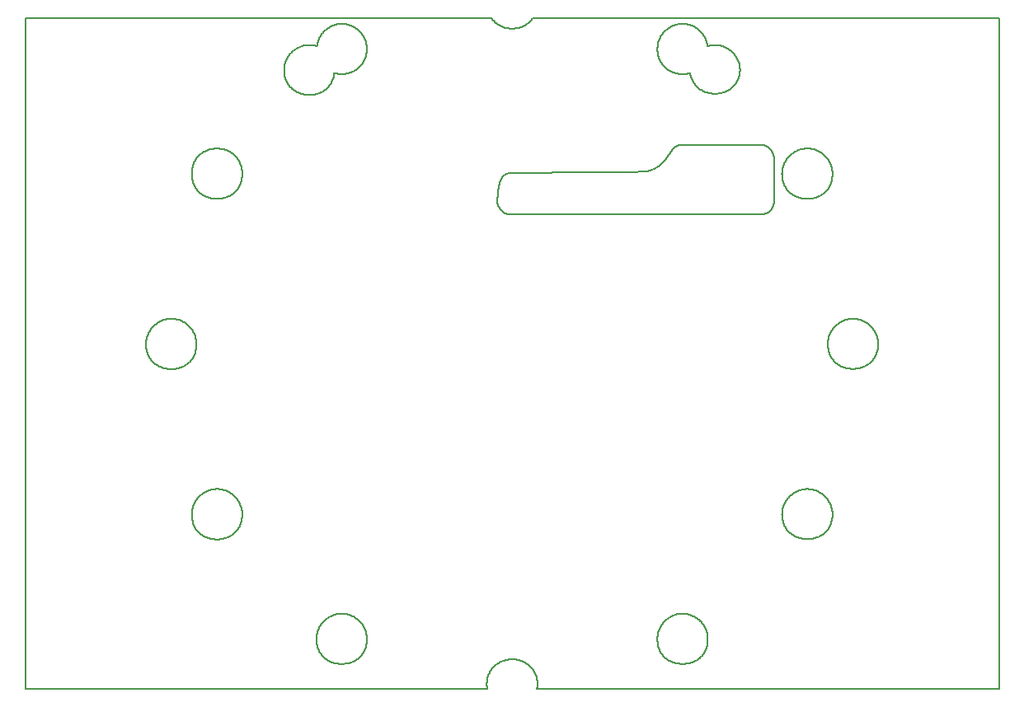
<source format=gm1>
G04 MADE WITH FRITZING*
G04 WWW.FRITZING.ORG*
G04 DOUBLE SIDED*
G04 HOLES PLATED*
G04 CONTOUR ON CENTER OF CONTOUR VECTOR*
%ASAXBY*%
%FSLAX23Y23*%
%MOIN*%
%OFA0B0*%
%SFA1.0B1.0*%
%ADD10C,0.008*%
%LNCONTOUR*%
G90*
G70*
G54D10*
X0Y2717D02*
X0Y2716D01*
X0Y2D01*
X1Y2D01*
X2Y2D01*
X3Y2D01*
X4Y2D01*
X5Y2D01*
X6Y2D01*
X7Y2D01*
X8Y2D01*
X9Y2D01*
X10Y2D01*
X11Y2D01*
X12Y2D01*
X13Y2D01*
X14Y2D01*
X15Y2D01*
X16Y2D01*
X17Y2D01*
X18Y2D01*
X19Y2D01*
X20Y2D01*
X21Y2D01*
X22Y2D01*
X23Y2D01*
X24Y2D01*
X25Y2D01*
X26Y2D01*
X27Y2D01*
X28Y2D01*
X29Y2D01*
X30Y2D01*
X31Y2D01*
X32Y2D01*
X33Y2D01*
X34Y2D01*
X35Y2D01*
X36Y2D01*
X37Y2D01*
X38Y2D01*
X39Y2D01*
X40Y2D01*
X41Y2D01*
X42Y2D01*
X43Y2D01*
X44Y2D01*
X45Y2D01*
X46Y2D01*
X47Y2D01*
X48Y2D01*
X49Y2D01*
X50Y2D01*
X51Y2D01*
X52Y2D01*
X53Y2D01*
X54Y2D01*
X55Y2D01*
X56Y2D01*
X57Y2D01*
X58Y2D01*
X59Y2D01*
X60Y2D01*
X61Y2D01*
X62Y2D01*
X63Y2D01*
X64Y2D01*
X65Y2D01*
X66Y2D01*
X67Y2D01*
X68Y2D01*
X69Y2D01*
X70Y2D01*
X71Y2D01*
X72Y2D01*
X73Y2D01*
X74Y2D01*
X75Y2D01*
X76Y2D01*
X77Y2D01*
X78Y2D01*
X79Y2D01*
X80Y2D01*
X81Y2D01*
X82Y2D01*
X83Y2D01*
X84Y2D01*
X85Y2D01*
X86Y2D01*
X87Y2D01*
X88Y2D01*
X89Y2D01*
X90Y2D01*
X91Y2D01*
X92Y2D01*
X93Y2D01*
X94Y2D01*
X95Y2D01*
X96Y2D01*
X97Y2D01*
X98Y2D01*
X99Y2D01*
X100Y2D01*
X101Y2D01*
X102Y2D01*
X103Y2D01*
X104Y2D01*
X105Y2D01*
X106Y2D01*
X107Y2D01*
X108Y2D01*
X109Y2D01*
X110Y2D01*
X111Y2D01*
X112Y2D01*
X113Y2D01*
X114Y2D01*
X115Y2D01*
X116Y2D01*
X117Y2D01*
X118Y2D01*
X119Y2D01*
X120Y2D01*
X121Y2D01*
X122Y2D01*
X123Y2D01*
X124Y2D01*
X125Y2D01*
X126Y2D01*
X127Y2D01*
X128Y2D01*
X129Y2D01*
X130Y2D01*
X131Y2D01*
X132Y2D01*
X133Y2D01*
X134Y2D01*
X135Y2D01*
X136Y2D01*
X137Y2D01*
X138Y2D01*
X139Y2D01*
X140Y2D01*
X141Y2D01*
X142Y2D01*
X143Y2D01*
X144Y2D01*
X145Y2D01*
X146Y2D01*
X147Y2D01*
X148Y2D01*
X149Y2D01*
X150Y2D01*
X151Y2D01*
X152Y2D01*
X153Y2D01*
X154Y2D01*
X155Y2D01*
X156Y2D01*
X157Y2D01*
X158Y2D01*
X159Y2D01*
X160Y2D01*
X161Y2D01*
X162Y2D01*
X163Y2D01*
X164Y2D01*
X165Y2D01*
X166Y2D01*
X167Y2D01*
X168Y2D01*
X169Y2D01*
X170Y2D01*
X171Y2D01*
X172Y2D01*
X173Y2D01*
X174Y2D01*
X175Y2D01*
X176Y2D01*
X177Y2D01*
X178Y2D01*
X179Y2D01*
X180Y2D01*
X181Y2D01*
X182Y2D01*
X183Y2D01*
X184Y2D01*
X185Y2D01*
X186Y2D01*
X187Y2D01*
X188Y2D01*
X189Y2D01*
X190Y2D01*
X191Y2D01*
X192Y2D01*
X193Y2D01*
X194Y2D01*
X195Y2D01*
X196Y2D01*
X197Y2D01*
X198Y2D01*
X199Y2D01*
X200Y2D01*
X201Y2D01*
X202Y2D01*
X203Y2D01*
X204Y2D01*
X205Y2D01*
X206Y2D01*
X207Y2D01*
X208Y2D01*
X209Y2D01*
X210Y2D01*
X211Y2D01*
X212Y2D01*
X213Y2D01*
X214Y2D01*
X215Y2D01*
X216Y2D01*
X217Y2D01*
X218Y2D01*
X219Y2D01*
X220Y2D01*
X221Y2D01*
X222Y2D01*
X223Y2D01*
X224Y2D01*
X225Y2D01*
X226Y2D01*
X227Y2D01*
X228Y2D01*
X229Y2D01*
X230Y2D01*
X231Y2D01*
X232Y2D01*
X233Y2D01*
X234Y2D01*
X235Y2D01*
X236Y2D01*
X237Y2D01*
X238Y2D01*
X239Y2D01*
X240Y2D01*
X241Y2D01*
X242Y2D01*
X243Y2D01*
X244Y2D01*
X245Y2D01*
X246Y2D01*
X247Y2D01*
X248Y2D01*
X249Y2D01*
X250Y2D01*
X251Y2D01*
X252Y2D01*
X253Y2D01*
X254Y2D01*
X255Y2D01*
X256Y2D01*
X257Y2D01*
X258Y2D01*
X259Y2D01*
X260Y2D01*
X261Y2D01*
X262Y2D01*
X263Y2D01*
X264Y2D01*
X265Y2D01*
X266Y2D01*
X267Y2D01*
X268Y2D01*
X269Y2D01*
X270Y2D01*
X271Y2D01*
X272Y2D01*
X273Y2D01*
X274Y2D01*
X275Y2D01*
X276Y2D01*
X277Y2D01*
X278Y2D01*
X279Y2D01*
X280Y2D01*
X281Y2D01*
X282Y2D01*
X283Y2D01*
X284Y2D01*
X285Y2D01*
X286Y2D01*
X287Y2D01*
X288Y2D01*
X289Y2D01*
X290Y2D01*
X291Y2D01*
X292Y2D01*
X293Y2D01*
X294Y2D01*
X295Y2D01*
X296Y2D01*
X297Y2D01*
X298Y2D01*
X299Y2D01*
X300Y2D01*
X301Y2D01*
X302Y2D01*
X303Y2D01*
X304Y2D01*
X305Y2D01*
X306Y2D01*
X307Y2D01*
X308Y2D01*
X309Y2D01*
X310Y2D01*
X311Y2D01*
X312Y2D01*
X313Y2D01*
X314Y2D01*
X315Y2D01*
X316Y2D01*
X317Y2D01*
X318Y2D01*
X319Y2D01*
X320Y2D01*
X321Y2D01*
X322Y2D01*
X323Y2D01*
X324Y2D01*
X325Y2D01*
X326Y2D01*
X327Y2D01*
X328Y2D01*
X329Y2D01*
X330Y2D01*
X331Y2D01*
X332Y2D01*
X333Y2D01*
X334Y2D01*
X335Y2D01*
X336Y2D01*
X337Y2D01*
X338Y2D01*
X339Y2D01*
X340Y2D01*
X341Y2D01*
X342Y2D01*
X343Y2D01*
X344Y2D01*
X345Y2D01*
X346Y2D01*
X347Y2D01*
X348Y2D01*
X349Y2D01*
X350Y2D01*
X351Y2D01*
X352Y2D01*
X353Y2D01*
X354Y2D01*
X355Y2D01*
X356Y2D01*
X357Y2D01*
X358Y2D01*
X359Y2D01*
X360Y2D01*
X361Y2D01*
X362Y2D01*
X363Y2D01*
X364Y2D01*
X365Y2D01*
X366Y2D01*
X367Y2D01*
X368Y2D01*
X369Y2D01*
X370Y2D01*
X371Y2D01*
X372Y2D01*
X373Y2D01*
X374Y2D01*
X375Y2D01*
X376Y2D01*
X377Y2D01*
X378Y2D01*
X379Y2D01*
X380Y2D01*
X381Y2D01*
X382Y2D01*
X383Y2D01*
X384Y2D01*
X385Y2D01*
X386Y2D01*
X387Y2D01*
X388Y2D01*
X389Y2D01*
X390Y2D01*
X391Y2D01*
X392Y2D01*
X393Y2D01*
X394Y2D01*
X395Y2D01*
X396Y2D01*
X397Y2D01*
X398Y2D01*
X399Y2D01*
X400Y2D01*
X401Y2D01*
X402Y2D01*
X403Y2D01*
X404Y2D01*
X405Y2D01*
X406Y2D01*
X407Y2D01*
X408Y2D01*
X409Y2D01*
X410Y2D01*
X411Y2D01*
X412Y2D01*
X413Y2D01*
X414Y2D01*
X415Y2D01*
X416Y2D01*
X417Y2D01*
X418Y2D01*
X419Y2D01*
X420Y2D01*
X421Y2D01*
X422Y2D01*
X423Y2D01*
X424Y2D01*
X425Y2D01*
X426Y2D01*
X427Y2D01*
X428Y2D01*
X429Y2D01*
X430Y2D01*
X431Y2D01*
X432Y2D01*
X433Y2D01*
X434Y2D01*
X435Y2D01*
X436Y2D01*
X437Y2D01*
X438Y2D01*
X439Y2D01*
X440Y2D01*
X441Y2D01*
X442Y2D01*
X443Y2D01*
X444Y2D01*
X445Y2D01*
X446Y2D01*
X447Y2D01*
X448Y2D01*
X449Y2D01*
X450Y2D01*
X451Y2D01*
X452Y2D01*
X453Y2D01*
X454Y2D01*
X455Y2D01*
X456Y2D01*
X457Y2D01*
X458Y2D01*
X459Y2D01*
X460Y2D01*
X461Y2D01*
X462Y2D01*
X463Y2D01*
X464Y2D01*
X465Y2D01*
X466Y2D01*
X467Y2D01*
X468Y2D01*
X469Y2D01*
X470Y2D01*
X471Y2D01*
X472Y2D01*
X473Y2D01*
X474Y2D01*
X475Y2D01*
X476Y2D01*
X477Y2D01*
X478Y2D01*
X479Y2D01*
X480Y2D01*
X481Y2D01*
X482Y2D01*
X483Y2D01*
X484Y2D01*
X485Y2D01*
X486Y2D01*
X487Y2D01*
X488Y2D01*
X489Y2D01*
X490Y2D01*
X491Y2D01*
X492Y2D01*
X493Y2D01*
X494Y2D01*
X495Y2D01*
X496Y2D01*
X497Y2D01*
X498Y2D01*
X499Y2D01*
X500Y2D01*
X501Y2D01*
X502Y2D01*
X503Y2D01*
X504Y2D01*
X505Y2D01*
X506Y2D01*
X507Y2D01*
X508Y2D01*
X509Y2D01*
X510Y2D01*
X511Y2D01*
X512Y2D01*
X513Y2D01*
X514Y2D01*
X515Y2D01*
X516Y2D01*
X517Y2D01*
X518Y2D01*
X519Y2D01*
X520Y2D01*
X521Y2D01*
X522Y2D01*
X523Y2D01*
X524Y2D01*
X525Y2D01*
X526Y2D01*
X527Y2D01*
X528Y2D01*
X529Y2D01*
X530Y2D01*
X531Y2D01*
X532Y2D01*
X533Y2D01*
X534Y2D01*
X535Y2D01*
X536Y2D01*
X537Y2D01*
X538Y2D01*
X539Y2D01*
X540Y2D01*
X541Y2D01*
X542Y2D01*
X543Y2D01*
X544Y2D01*
X545Y2D01*
X546Y2D01*
X547Y2D01*
X548Y2D01*
X549Y2D01*
X550Y2D01*
X551Y2D01*
X552Y2D01*
X553Y2D01*
X554Y2D01*
X555Y2D01*
X556Y2D01*
X557Y2D01*
X558Y2D01*
X559Y2D01*
X560Y2D01*
X561Y2D01*
X562Y2D01*
X563Y2D01*
X564Y2D01*
X565Y2D01*
X566Y2D01*
X567Y2D01*
X568Y2D01*
X569Y2D01*
X570Y2D01*
X571Y2D01*
X572Y2D01*
X573Y2D01*
X574Y2D01*
X575Y2D01*
X576Y2D01*
X577Y2D01*
X578Y2D01*
X579Y2D01*
X580Y2D01*
X581Y2D01*
X582Y2D01*
X583Y2D01*
X584Y2D01*
X585Y2D01*
X586Y2D01*
X587Y2D01*
X588Y2D01*
X589Y2D01*
X590Y2D01*
X591Y2D01*
X592Y2D01*
X593Y2D01*
X594Y2D01*
X595Y2D01*
X596Y2D01*
X597Y2D01*
X598Y2D01*
X599Y2D01*
X600Y2D01*
X601Y2D01*
X602Y2D01*
X603Y2D01*
X604Y2D01*
X605Y2D01*
X606Y2D01*
X607Y2D01*
X608Y2D01*
X609Y2D01*
X610Y2D01*
X611Y2D01*
X612Y2D01*
X613Y2D01*
X614Y2D01*
X615Y2D01*
X616Y2D01*
X617Y2D01*
X618Y2D01*
X619Y2D01*
X620Y2D01*
X621Y2D01*
X622Y2D01*
X623Y2D01*
X624Y2D01*
X625Y2D01*
X626Y2D01*
X627Y2D01*
X628Y2D01*
X629Y2D01*
X630Y2D01*
X631Y2D01*
X632Y2D01*
X633Y2D01*
X634Y2D01*
X635Y2D01*
X636Y2D01*
X637Y2D01*
X638Y2D01*
X639Y2D01*
X640Y2D01*
X641Y2D01*
X642Y2D01*
X643Y2D01*
X644Y2D01*
X645Y2D01*
X646Y2D01*
X647Y2D01*
X648Y2D01*
X649Y2D01*
X650Y2D01*
X651Y2D01*
X652Y2D01*
X653Y2D01*
X654Y2D01*
X655Y2D01*
X656Y2D01*
X657Y2D01*
X658Y2D01*
X659Y2D01*
X660Y2D01*
X661Y2D01*
X662Y2D01*
X663Y2D01*
X664Y2D01*
X665Y2D01*
X666Y2D01*
X667Y2D01*
X668Y2D01*
X669Y2D01*
X670Y2D01*
X671Y2D01*
X672Y2D01*
X673Y2D01*
X674Y2D01*
X675Y2D01*
X676Y2D01*
X677Y2D01*
X678Y2D01*
X679Y2D01*
X680Y2D01*
X681Y2D01*
X682Y2D01*
X683Y2D01*
X684Y2D01*
X685Y2D01*
X686Y2D01*
X687Y2D01*
X688Y2D01*
X689Y2D01*
X690Y2D01*
X691Y2D01*
X692Y2D01*
X693Y2D01*
X694Y2D01*
X695Y2D01*
X696Y2D01*
X697Y2D01*
X698Y2D01*
X699Y2D01*
X700Y2D01*
X701Y2D01*
X702Y2D01*
X703Y2D01*
X704Y2D01*
X705Y2D01*
X706Y2D01*
X707Y2D01*
X708Y2D01*
X709Y2D01*
X710Y2D01*
X711Y2D01*
X712Y2D01*
X713Y2D01*
X714Y2D01*
X715Y2D01*
X716Y2D01*
X717Y2D01*
X718Y2D01*
X719Y2D01*
X720Y2D01*
X721Y2D01*
X722Y2D01*
X723Y2D01*
X724Y2D01*
X725Y2D01*
X726Y2D01*
X727Y2D01*
X728Y2D01*
X729Y2D01*
X730Y2D01*
X731Y2D01*
X732Y2D01*
X733Y2D01*
X734Y2D01*
X735Y2D01*
X736Y2D01*
X737Y2D01*
X738Y2D01*
X739Y2D01*
X740Y2D01*
X741Y2D01*
X742Y2D01*
X743Y2D01*
X744Y2D01*
X745Y2D01*
X746Y2D01*
X747Y2D01*
X748Y2D01*
X749Y2D01*
X750Y2D01*
X751Y2D01*
X752Y2D01*
X753Y2D01*
X754Y2D01*
X755Y2D01*
X756Y2D01*
X757Y2D01*
X758Y2D01*
X759Y2D01*
X760Y2D01*
X761Y2D01*
X762Y2D01*
X763Y2D01*
X764Y2D01*
X765Y2D01*
X766Y2D01*
X767Y2D01*
X768Y2D01*
X769Y2D01*
X770Y2D01*
X771Y2D01*
X772Y2D01*
X773Y2D01*
X774Y2D01*
X775Y2D01*
X776Y2D01*
X777Y2D01*
X778Y2D01*
X779Y2D01*
X780Y2D01*
X781Y2D01*
X782Y2D01*
X783Y2D01*
X784Y2D01*
X785Y2D01*
X786Y2D01*
X787Y2D01*
X788Y2D01*
X789Y2D01*
X790Y2D01*
X791Y2D01*
X792Y2D01*
X793Y2D01*
X794Y2D01*
X795Y2D01*
X796Y2D01*
X797Y2D01*
X798Y2D01*
X799Y2D01*
X800Y2D01*
X801Y2D01*
X802Y2D01*
X803Y2D01*
X804Y2D01*
X805Y2D01*
X806Y2D01*
X807Y2D01*
X808Y2D01*
X809Y2D01*
X810Y2D01*
X811Y2D01*
X812Y2D01*
X813Y2D01*
X814Y2D01*
X815Y2D01*
X816Y2D01*
X817Y2D01*
X818Y2D01*
X819Y2D01*
X820Y2D01*
X821Y2D01*
X822Y2D01*
X823Y2D01*
X824Y2D01*
X825Y2D01*
X826Y2D01*
X827Y2D01*
X828Y2D01*
X829Y2D01*
X830Y2D01*
X831Y2D01*
X832Y2D01*
X833Y2D01*
X834Y2D01*
X835Y2D01*
X836Y2D01*
X837Y2D01*
X838Y2D01*
X839Y2D01*
X840Y2D01*
X841Y2D01*
X842Y2D01*
X843Y2D01*
X844Y2D01*
X845Y2D01*
X846Y2D01*
X847Y2D01*
X848Y2D01*
X849Y2D01*
X850Y2D01*
X851Y2D01*
X852Y2D01*
X853Y2D01*
X854Y2D01*
X855Y2D01*
X856Y2D01*
X857Y2D01*
X858Y2D01*
X859Y2D01*
X860Y2D01*
X861Y2D01*
X862Y2D01*
X863Y2D01*
X864Y2D01*
X865Y2D01*
X866Y2D01*
X867Y2D01*
X868Y2D01*
X869Y2D01*
X870Y2D01*
X871Y2D01*
X872Y2D01*
X873Y2D01*
X874Y2D01*
X875Y2D01*
X876Y2D01*
X877Y2D01*
X878Y2D01*
X879Y2D01*
X880Y2D01*
X881Y2D01*
X882Y2D01*
X883Y2D01*
X884Y2D01*
X885Y2D01*
X886Y2D01*
X887Y2D01*
X888Y2D01*
X889Y2D01*
X890Y2D01*
X891Y2D01*
X892Y2D01*
X893Y2D01*
X894Y2D01*
X895Y2D01*
X896Y2D01*
X897Y2D01*
X898Y2D01*
X899Y2D01*
X900Y2D01*
X901Y2D01*
X902Y2D01*
X903Y2D01*
X904Y2D01*
X905Y2D01*
X906Y2D01*
X907Y2D01*
X908Y2D01*
X909Y2D01*
X910Y2D01*
X911Y2D01*
X912Y2D01*
X913Y2D01*
X914Y2D01*
X915Y2D01*
X916Y2D01*
X917Y2D01*
X918Y2D01*
X919Y2D01*
X920Y2D01*
X921Y2D01*
X922Y2D01*
X923Y2D01*
X924Y2D01*
X925Y2D01*
X926Y2D01*
X927Y2D01*
X928Y2D01*
X929Y2D01*
X930Y2D01*
X931Y2D01*
X932Y2D01*
X933Y2D01*
X934Y2D01*
X935Y2D01*
X936Y2D01*
X937Y2D01*
X938Y2D01*
X939Y2D01*
X940Y2D01*
X941Y2D01*
X942Y2D01*
X943Y2D01*
X944Y2D01*
X945Y2D01*
X946Y2D01*
X947Y2D01*
X948Y2D01*
X949Y2D01*
X950Y2D01*
X951Y2D01*
X952Y2D01*
X953Y2D01*
X954Y2D01*
X955Y2D01*
X956Y2D01*
X957Y2D01*
X958Y2D01*
X959Y2D01*
X960Y2D01*
X961Y2D01*
X962Y2D01*
X963Y2D01*
X964Y2D01*
X965Y2D01*
X966Y2D01*
X967Y2D01*
X968Y2D01*
X969Y2D01*
X970Y2D01*
X971Y2D01*
X972Y2D01*
X973Y2D01*
X974Y2D01*
X975Y2D01*
X976Y2D01*
X977Y2D01*
X978Y2D01*
X979Y2D01*
X980Y2D01*
X981Y2D01*
X982Y2D01*
X983Y2D01*
X984Y2D01*
X985Y2D01*
X986Y2D01*
X987Y2D01*
X988Y2D01*
X989Y2D01*
X990Y2D01*
X991Y2D01*
X992Y2D01*
X993Y2D01*
X994Y2D01*
X995Y2D01*
X996Y2D01*
X997Y2D01*
X998Y2D01*
X999Y2D01*
X1000Y2D01*
X1001Y2D01*
X1002Y2D01*
X1003Y2D01*
X1004Y2D01*
X1005Y2D01*
X1006Y2D01*
X1007Y2D01*
X1008Y2D01*
X1009Y2D01*
X1010Y2D01*
X1011Y2D01*
X1012Y2D01*
X1013Y2D01*
X1014Y2D01*
X1015Y2D01*
X1016Y2D01*
X1017Y2D01*
X1018Y2D01*
X1019Y2D01*
X1020Y2D01*
X1021Y2D01*
X1022Y2D01*
X1023Y2D01*
X1024Y2D01*
X1025Y2D01*
X1026Y2D01*
X1027Y2D01*
X1028Y2D01*
X1029Y2D01*
X1030Y2D01*
X1031Y2D01*
X1032Y2D01*
X1033Y2D01*
X1034Y2D01*
X1035Y2D01*
X1036Y2D01*
X1037Y2D01*
X1038Y2D01*
X1039Y2D01*
X1040Y2D01*
X1041Y2D01*
X1042Y2D01*
X1043Y2D01*
X1044Y2D01*
X1045Y2D01*
X1046Y2D01*
X1047Y2D01*
X1048Y2D01*
X1049Y2D01*
X1050Y2D01*
X1051Y2D01*
X1052Y2D01*
X1053Y2D01*
X1054Y2D01*
X1055Y2D01*
X1056Y2D01*
X1057Y2D01*
X1058Y2D01*
X1059Y2D01*
X1060Y2D01*
X1061Y2D01*
X1062Y2D01*
X1063Y2D01*
X1064Y2D01*
X1065Y2D01*
X1066Y2D01*
X1067Y2D01*
X1068Y2D01*
X1069Y2D01*
X1070Y2D01*
X1071Y2D01*
X1072Y2D01*
X1073Y2D01*
X1074Y2D01*
X1075Y2D01*
X1076Y2D01*
X1077Y2D01*
X1078Y2D01*
X1079Y2D01*
X1080Y2D01*
X1081Y2D01*
X1082Y2D01*
X1083Y2D01*
X1084Y2D01*
X1085Y2D01*
X1086Y2D01*
X1087Y2D01*
X1088Y2D01*
X1089Y2D01*
X1090Y2D01*
X1091Y2D01*
X1092Y2D01*
X1093Y2D01*
X1094Y2D01*
X1095Y2D01*
X1096Y2D01*
X1097Y2D01*
X1098Y2D01*
X1099Y2D01*
X1100Y2D01*
X1101Y2D01*
X1102Y2D01*
X1103Y2D01*
X1104Y2D01*
X1105Y2D01*
X1106Y2D01*
X1107Y2D01*
X1108Y2D01*
X1109Y2D01*
X1110Y2D01*
X1111Y2D01*
X1112Y2D01*
X1113Y2D01*
X1114Y2D01*
X1115Y2D01*
X1116Y2D01*
X1117Y2D01*
X1118Y2D01*
X1119Y2D01*
X1120Y2D01*
X1121Y2D01*
X1122Y2D01*
X1123Y2D01*
X1124Y2D01*
X1125Y2D01*
X1126Y2D01*
X1127Y2D01*
X1128Y2D01*
X1129Y2D01*
X1130Y2D01*
X1131Y2D01*
X1132Y2D01*
X1133Y2D01*
X1134Y2D01*
X1135Y2D01*
X1136Y2D01*
X1137Y2D01*
X1138Y2D01*
X1139Y2D01*
X1140Y2D01*
X1141Y2D01*
X1142Y2D01*
X1143Y2D01*
X1144Y2D01*
X1145Y2D01*
X1146Y2D01*
X1147Y2D01*
X1148Y2D01*
X1149Y2D01*
X1150Y2D01*
X1151Y2D01*
X1152Y2D01*
X1153Y2D01*
X1154Y2D01*
X1155Y2D01*
X1156Y2D01*
X1157Y2D01*
X1158Y2D01*
X1159Y2D01*
X1160Y2D01*
X1161Y2D01*
X1162Y2D01*
X1163Y2D01*
X1164Y2D01*
X1165Y2D01*
X1166Y2D01*
X1167Y2D01*
X1168Y2D01*
X1169Y2D01*
X1170Y2D01*
X1171Y2D01*
X1172Y2D01*
X1173Y2D01*
X1174Y2D01*
X1175Y2D01*
X1176Y2D01*
X1177Y2D01*
X1178Y2D01*
X1179Y2D01*
X1180Y2D01*
X1181Y2D01*
X1182Y2D01*
X1183Y2D01*
X1184Y2D01*
X1185Y2D01*
X1186Y2D01*
X1187Y2D01*
X1188Y2D01*
X1189Y2D01*
X1190Y2D01*
X1191Y2D01*
X1192Y2D01*
X1193Y2D01*
X1194Y2D01*
X1195Y2D01*
X1196Y2D01*
X1197Y2D01*
X1198Y2D01*
X1199Y2D01*
X1200Y2D01*
X1201Y2D01*
X1202Y2D01*
X1203Y2D01*
X1204Y2D01*
X1205Y2D01*
X1206Y2D01*
X1207Y2D01*
X1208Y2D01*
X1209Y2D01*
X1210Y2D01*
X1211Y2D01*
X1212Y2D01*
X1213Y2D01*
X1214Y2D01*
X1215Y2D01*
X1216Y2D01*
X1217Y2D01*
X1218Y2D01*
X1219Y2D01*
X1220Y2D01*
X1221Y2D01*
X1222Y2D01*
X1223Y2D01*
X1224Y2D01*
X1225Y2D01*
X1226Y2D01*
X1227Y2D01*
X1228Y2D01*
X1229Y2D01*
X1230Y2D01*
X1231Y2D01*
X1232Y2D01*
X1233Y2D01*
X1234Y2D01*
X1235Y2D01*
X1236Y2D01*
X1237Y2D01*
X1238Y2D01*
X1239Y2D01*
X1240Y2D01*
X1241Y2D01*
X1242Y2D01*
X1243Y2D01*
X1244Y2D01*
X1245Y2D01*
X1246Y2D01*
X1247Y2D01*
X1248Y2D01*
X1249Y2D01*
X1250Y2D01*
X1251Y2D01*
X1252Y2D01*
X1253Y2D01*
X1254Y2D01*
X1255Y2D01*
X1256Y2D01*
X1257Y2D01*
X1258Y2D01*
X1259Y2D01*
X1260Y2D01*
X1261Y2D01*
X1262Y2D01*
X1263Y2D01*
X1264Y2D01*
X1265Y2D01*
X1266Y2D01*
X1267Y2D01*
X1268Y2D01*
X1269Y2D01*
X1270Y2D01*
X1271Y2D01*
X1272Y2D01*
X1273Y2D01*
X1274Y2D01*
X1275Y2D01*
X1276Y2D01*
X1277Y2D01*
X1278Y2D01*
X1279Y2D01*
X1280Y2D01*
X1281Y2D01*
X1282Y2D01*
X1283Y2D01*
X1284Y2D01*
X1285Y2D01*
X1286Y2D01*
X1287Y2D01*
X1288Y2D01*
X1289Y2D01*
X1290Y2D01*
X1291Y2D01*
X1292Y2D01*
X1293Y2D01*
X1294Y2D01*
X1295Y2D01*
X1296Y2D01*
X1297Y2D01*
X1298Y2D01*
X1299Y2D01*
X1300Y2D01*
X1301Y2D01*
X1302Y2D01*
X1303Y2D01*
X1304Y2D01*
X1305Y2D01*
X1306Y2D01*
X1307Y2D01*
X1308Y2D01*
X1309Y2D01*
X1310Y2D01*
X1311Y2D01*
X1312Y2D01*
X1313Y2D01*
X1314Y2D01*
X1315Y2D01*
X1316Y2D01*
X1317Y2D01*
X1318Y2D01*
X1319Y2D01*
X1320Y2D01*
X1321Y2D01*
X1322Y2D01*
X1323Y2D01*
X1324Y2D01*
X1325Y2D01*
X1326Y2D01*
X1327Y2D01*
X1328Y2D01*
X1329Y2D01*
X1330Y2D01*
X1331Y2D01*
X1332Y2D01*
X1333Y2D01*
X1334Y2D01*
X1335Y2D01*
X1336Y2D01*
X1337Y2D01*
X1338Y2D01*
X1339Y2D01*
X1340Y2D01*
X1341Y2D01*
X1342Y2D01*
X1343Y2D01*
X1344Y2D01*
X1345Y2D01*
X1346Y2D01*
X1347Y2D01*
X1348Y2D01*
X1349Y2D01*
X1350Y2D01*
X1351Y2D01*
X1352Y2D01*
X1353Y2D01*
X1354Y2D01*
X1355Y2D01*
X1356Y2D01*
X1357Y2D01*
X1358Y2D01*
X1359Y2D01*
X1360Y2D01*
X1361Y2D01*
X1362Y2D01*
X1363Y2D01*
X1364Y2D01*
X1365Y2D01*
X1366Y2D01*
X1367Y2D01*
X1368Y2D01*
X1369Y2D01*
X1370Y2D01*
X1371Y2D01*
X1372Y2D01*
X1373Y2D01*
X1374Y2D01*
X1375Y2D01*
X1376Y2D01*
X1377Y2D01*
X1378Y2D01*
X1379Y2D01*
X1380Y2D01*
X1381Y2D01*
X1382Y2D01*
X1383Y2D01*
X1384Y2D01*
X1385Y2D01*
X1386Y2D01*
X1387Y2D01*
X1388Y2D01*
X1389Y2D01*
X1390Y2D01*
X1391Y2D01*
X1392Y2D01*
X1393Y2D01*
X1394Y2D01*
X1395Y2D01*
X1396Y2D01*
X1397Y2D01*
X1398Y2D01*
X1399Y2D01*
X1400Y2D01*
X1401Y2D01*
X1402Y2D01*
X1403Y2D01*
X1404Y2D01*
X1405Y2D01*
X1406Y2D01*
X1407Y2D01*
X1408Y2D01*
X1409Y2D01*
X1410Y2D01*
X1411Y2D01*
X1412Y2D01*
X1413Y2D01*
X1414Y2D01*
X1415Y2D01*
X1416Y2D01*
X1417Y2D01*
X1418Y2D01*
X1419Y2D01*
X1420Y2D01*
X1421Y2D01*
X1422Y2D01*
X1423Y2D01*
X1424Y2D01*
X1425Y2D01*
X1426Y2D01*
X1427Y2D01*
X1428Y2D01*
X1429Y2D01*
X1430Y2D01*
X1431Y2D01*
X1432Y2D01*
X1433Y2D01*
X1434Y2D01*
X1435Y2D01*
X1436Y2D01*
X1437Y2D01*
X1438Y2D01*
X1439Y2D01*
X1440Y2D01*
X1441Y2D01*
X1442Y2D01*
X1443Y2D01*
X1444Y2D01*
X1445Y2D01*
X1446Y2D01*
X1447Y2D01*
X1448Y2D01*
X1449Y2D01*
X1450Y2D01*
X1451Y2D01*
X1452Y2D01*
X1453Y2D01*
X1454Y2D01*
X1455Y2D01*
X1456Y2D01*
X1457Y2D01*
X1458Y2D01*
X1459Y2D01*
X1460Y2D01*
X1461Y2D01*
X1462Y2D01*
X1463Y2D01*
X1464Y2D01*
X1465Y2D01*
X1466Y2D01*
X1467Y2D01*
X1468Y2D01*
X1469Y2D01*
X1470Y2D01*
X1471Y2D01*
X1472Y2D01*
X1473Y2D01*
X1474Y2D01*
X1475Y2D01*
X1476Y2D01*
X1477Y2D01*
X1478Y2D01*
X1479Y2D01*
X1480Y2D01*
X1481Y2D01*
X1482Y2D01*
X1483Y2D01*
X1484Y2D01*
X1485Y2D01*
X1486Y2D01*
X1487Y2D01*
X1488Y2D01*
X1489Y2D01*
X1490Y2D01*
X1491Y2D01*
X1492Y2D01*
X1493Y2D01*
X1494Y2D01*
X1495Y2D01*
X1496Y2D01*
X1497Y2D01*
X1498Y2D01*
X1499Y2D01*
X1500Y2D01*
X1501Y2D01*
X1502Y2D01*
X1503Y2D01*
X1504Y2D01*
X1505Y2D01*
X1506Y2D01*
X1507Y2D01*
X1508Y2D01*
X1509Y2D01*
X1510Y2D01*
X1511Y2D01*
X1512Y2D01*
X1513Y2D01*
X1514Y2D01*
X1515Y2D01*
X1516Y2D01*
X1517Y2D01*
X1518Y2D01*
X1519Y2D01*
X1520Y2D01*
X1521Y2D01*
X1522Y2D01*
X1523Y2D01*
X1524Y2D01*
X1525Y2D01*
X1526Y2D01*
X1527Y2D01*
X1528Y2D01*
X1529Y2D01*
X1530Y2D01*
X1531Y2D01*
X1532Y2D01*
X1533Y2D01*
X1534Y2D01*
X1535Y2D01*
X1536Y2D01*
X1537Y2D01*
X1538Y2D01*
X1539Y2D01*
X1540Y2D01*
X1541Y2D01*
X1542Y2D01*
X1543Y2D01*
X1544Y2D01*
X1545Y2D01*
X1546Y2D01*
X1547Y2D01*
X1548Y2D01*
X1549Y2D01*
X1550Y2D01*
X1551Y2D01*
X1552Y2D01*
X1553Y2D01*
X1554Y2D01*
X1555Y2D01*
X1556Y2D01*
X1557Y2D01*
X1558Y2D01*
X1559Y2D01*
X1560Y2D01*
X1561Y2D01*
X1562Y2D01*
X1563Y2D01*
X1564Y2D01*
X1565Y2D01*
X1566Y2D01*
X1567Y2D01*
X1568Y2D01*
X1569Y2D01*
X1570Y2D01*
X1571Y2D01*
X1572Y2D01*
X1573Y2D01*
X1574Y2D01*
X1575Y2D01*
X1576Y2D01*
X1577Y2D01*
X1578Y2D01*
X1579Y2D01*
X1580Y2D01*
X1581Y2D01*
X1582Y2D01*
X1583Y2D01*
X1584Y2D01*
X1585Y2D01*
X1586Y2D01*
X1587Y2D01*
X1588Y2D01*
X1589Y2D01*
X1590Y2D01*
X1591Y2D01*
X1592Y2D01*
X1593Y2D01*
X1594Y2D01*
X1595Y2D01*
X1596Y2D01*
X1597Y2D01*
X1598Y2D01*
X1599Y2D01*
X1600Y2D01*
X1601Y2D01*
X1602Y2D01*
X1603Y2D01*
X1604Y2D01*
X1605Y2D01*
X1606Y2D01*
X1607Y2D01*
X1608Y2D01*
X1609Y2D01*
X1610Y2D01*
X1611Y2D01*
X1612Y2D01*
X1613Y2D01*
X1614Y2D01*
X1615Y2D01*
X1616Y2D01*
X1617Y2D01*
X1618Y2D01*
X1619Y2D01*
X1620Y2D01*
X1621Y2D01*
X1622Y2D01*
X1623Y2D01*
X1624Y2D01*
X1625Y2D01*
X1626Y2D01*
X1627Y2D01*
X1628Y2D01*
X1629Y2D01*
X1630Y2D01*
X1631Y2D01*
X1632Y2D01*
X1633Y2D01*
X1634Y2D01*
X1635Y2D01*
X1636Y2D01*
X1637Y2D01*
X1638Y2D01*
X1639Y2D01*
X1640Y2D01*
X1641Y2D01*
X1642Y2D01*
X1643Y2D01*
X1644Y2D01*
X1645Y2D01*
X1646Y2D01*
X1647Y2D01*
X1648Y2D01*
X1649Y2D01*
X1650Y2D01*
X1651Y2D01*
X1652Y2D01*
X1653Y2D01*
X1654Y2D01*
X1655Y2D01*
X1656Y2D01*
X1657Y2D01*
X1658Y2D01*
X1659Y2D01*
X1660Y2D01*
X1661Y2D01*
X1662Y2D01*
X1663Y2D01*
X1664Y2D01*
X1665Y2D01*
X1666Y2D01*
X1667Y2D01*
X1668Y2D01*
X1669Y2D01*
X1670Y2D01*
X1671Y2D01*
X1672Y2D01*
X1673Y2D01*
X1674Y2D01*
X1675Y2D01*
X1676Y2D01*
X1677Y2D01*
X1678Y2D01*
X1679Y2D01*
X1680Y2D01*
X1681Y2D01*
X1682Y2D01*
X1683Y2D01*
X1684Y2D01*
X1685Y2D01*
X1686Y2D01*
X1687Y2D01*
X1688Y2D01*
X1689Y2D01*
X1690Y2D01*
X1691Y2D01*
X1692Y2D01*
X1693Y2D01*
X1694Y2D01*
X1695Y2D01*
X1696Y2D01*
X1697Y2D01*
X1698Y2D01*
X1699Y2D01*
X1700Y2D01*
X1701Y2D01*
X1702Y2D01*
X1703Y2D01*
X1704Y2D01*
X1705Y2D01*
X1706Y2D01*
X1707Y2D01*
X1708Y2D01*
X1709Y2D01*
X1710Y2D01*
X1711Y2D01*
X1712Y2D01*
X1713Y2D01*
X1714Y2D01*
X1715Y2D01*
X1716Y2D01*
X1717Y2D01*
X1718Y2D01*
X1719Y2D01*
X1720Y2D01*
X1721Y2D01*
X1722Y2D01*
X1723Y2D01*
X1724Y2D01*
X1725Y2D01*
X1726Y2D01*
X1727Y2D01*
X1728Y2D01*
X1729Y2D01*
X1730Y2D01*
X1731Y2D01*
X1732Y2D01*
X1733Y2D01*
X1734Y2D01*
X1735Y2D01*
X1736Y2D01*
X1737Y2D01*
X1738Y2D01*
X1739Y2D01*
X1740Y2D01*
X1741Y2D01*
X1742Y2D01*
X1743Y2D01*
X1744Y2D01*
X1745Y2D01*
X1746Y2D01*
X1747Y2D01*
X1748Y2D01*
X1749Y2D01*
X1750Y2D01*
X1751Y2D01*
X1752Y2D01*
X1753Y2D01*
X1754Y2D01*
X1755Y2D01*
X1756Y2D01*
X1757Y2D01*
X1758Y2D01*
X1759Y2D01*
X1760Y2D01*
X1761Y2D01*
X1762Y2D01*
X1763Y2D01*
X1764Y2D01*
X1765Y2D01*
X1766Y2D01*
X1767Y2D01*
X1768Y2D01*
X1769Y2D01*
X1770Y2D01*
X1771Y2D01*
X1772Y2D01*
X1773Y2D01*
X1774Y2D01*
X1775Y2D01*
X1776Y2D01*
X1777Y2D01*
X1778Y2D01*
X1779Y2D01*
X1780Y2D01*
X1781Y2D01*
X1782Y2D01*
X1783Y2D01*
X1784Y2D01*
X1785Y2D01*
X1786Y2D01*
X1787Y2D01*
X1788Y2D01*
X1789Y2D01*
X1790Y2D01*
X1791Y2D01*
X1792Y2D01*
X1793Y2D01*
X1794Y2D01*
X1795Y2D01*
X1796Y2D01*
X1797Y2D01*
X1798Y2D01*
X1799Y2D01*
X1800Y2D01*
X1801Y2D01*
X1802Y2D01*
X1803Y2D01*
X1804Y2D01*
X1805Y2D01*
X1806Y2D01*
X1807Y2D01*
X1808Y2D01*
X1809Y2D01*
X1810Y2D01*
X1811Y2D01*
X1812Y2D01*
X1813Y2D01*
X1814Y2D01*
X1815Y2D01*
X1816Y2D01*
X1817Y2D01*
X1818Y2D01*
X1819Y2D01*
X1820Y2D01*
X1821Y2D01*
X1822Y2D01*
X1823Y2D01*
X1824Y2D01*
X1825Y2D01*
X1826Y2D01*
X1827Y2D01*
X1828Y2D01*
X1829Y2D01*
X1830Y2D01*
X1831Y2D01*
X1832Y2D01*
X1833Y2D01*
X1834Y2D01*
X1835Y2D01*
X1836Y2D01*
X1837Y2D01*
X1838Y2D01*
X1839Y2D01*
X1840Y2D01*
X1841Y2D01*
X1842Y2D01*
X1843Y2D01*
X1844Y2D01*
X1845Y2D01*
X1846Y2D01*
X1847Y2D01*
X1848Y2D01*
X1849Y2D01*
X1850Y2D01*
X1851Y2D01*
X1852Y2D01*
X1853Y2D01*
X1854Y2D01*
X1855Y2D01*
X1856Y2D01*
X1857Y2D01*
X1858Y2D01*
X1859Y2D01*
X1860Y2D01*
X1861Y2D01*
X1862Y2D01*
X1863Y2D01*
X1864Y2D01*
X1865Y2D01*
X1866Y2D01*
X1867Y2D01*
X1868Y2D01*
X1868Y4D01*
X1867Y5D01*
X1867Y9D01*
X1866Y10D01*
X1866Y16D01*
X1865Y17D01*
X1865Y29D01*
X1866Y30D01*
X1866Y38D01*
X1867Y39D01*
X1867Y43D01*
X1868Y44D01*
X1868Y48D01*
X1869Y49D01*
X1869Y52D01*
X1870Y53D01*
X1870Y55D01*
X1871Y56D01*
X1871Y58D01*
X1872Y59D01*
X1872Y61D01*
X1873Y62D01*
X1873Y63D01*
X1874Y64D01*
X1874Y65D01*
X1875Y66D01*
X1875Y67D01*
X1876Y68D01*
X1876Y70D01*
X1877Y71D01*
X1878Y72D01*
X1878Y73D01*
X1879Y74D01*
X1879Y75D01*
X1880Y76D01*
X1880Y77D01*
X1881Y78D01*
X1882Y79D01*
X1882Y80D01*
X1883Y81D01*
X1884Y82D01*
X1885Y83D01*
X1885Y84D01*
X1886Y85D01*
X1887Y86D01*
X1888Y87D01*
X1889Y88D01*
X1890Y89D01*
X1890Y90D01*
X1891Y91D01*
X1892Y92D01*
X1893Y93D01*
X1894Y94D01*
X1895Y95D01*
X1896Y96D01*
X1897Y97D01*
X1898Y98D01*
X1899Y98D01*
X1900Y99D01*
X1901Y100D01*
X1902Y101D01*
X1903Y102D01*
X1904Y102D01*
X1905Y103D01*
X1906Y104D01*
X1907Y104D01*
X1908Y105D01*
X1909Y106D01*
X1910Y106D01*
X1911Y107D01*
X1912Y108D01*
X1913Y108D01*
X1914Y109D01*
X1915Y109D01*
X1916Y110D01*
X1917Y110D01*
X1918Y111D01*
X1919Y112D01*
X1920Y112D01*
X1921Y113D01*
X1922Y113D01*
X1923Y113D01*
X1924Y114D01*
X1925Y114D01*
X1926Y115D01*
X1927Y115D01*
X1928Y115D01*
X1929Y116D01*
X1930Y116D01*
X1931Y117D01*
X1932Y117D01*
X1933Y117D01*
X1934Y118D01*
X1935Y118D01*
X1936Y118D01*
X1937Y119D01*
X1938Y119D01*
X1939Y119D01*
X1940Y119D01*
X1941Y120D01*
X1942Y120D01*
X1943Y120D01*
X1944Y120D01*
X1945Y120D01*
X1946Y121D01*
X1947Y121D01*
X1948Y121D01*
X1949Y121D01*
X1950Y121D01*
X1951Y122D01*
X1952Y122D01*
X1953Y122D01*
X1954Y122D01*
X1955Y122D01*
X1956Y122D01*
X1957Y122D01*
X1958Y122D01*
X1959Y123D01*
X1960Y123D01*
X1961Y123D01*
X1962Y123D01*
X1963Y123D01*
X1964Y123D01*
X1965Y123D01*
X1966Y123D01*
X1967Y123D01*
X1968Y123D01*
X1969Y123D01*
X1970Y123D01*
X1971Y123D01*
X1972Y123D01*
X1973Y123D01*
X1974Y123D01*
X1975Y123D01*
X1976Y123D01*
X1977Y123D01*
X1978Y122D01*
X1979Y122D01*
X1980Y122D01*
X1981Y122D01*
X1982Y122D01*
X1983Y122D01*
X1984Y122D01*
X1985Y122D01*
X1986Y121D01*
X1987Y121D01*
X1988Y121D01*
X1989Y121D01*
X1990Y121D01*
X1991Y120D01*
X1992Y120D01*
X1993Y120D01*
X1994Y120D01*
X1995Y120D01*
X1996Y119D01*
X1997Y119D01*
X1998Y119D01*
X1999Y119D01*
X2000Y118D01*
X2001Y118D01*
X2002Y118D01*
X2003Y117D01*
X2004Y117D01*
X2005Y117D01*
X2006Y116D01*
X2007Y116D01*
X2008Y115D01*
X2009Y115D01*
X2010Y115D01*
X2011Y114D01*
X2012Y114D01*
X2013Y113D01*
X2014Y113D01*
X2015Y113D01*
X2016Y112D01*
X2017Y112D01*
X2018Y111D01*
X2019Y110D01*
X2020Y110D01*
X2021Y109D01*
X2022Y109D01*
X2023Y108D01*
X2024Y108D01*
X2025Y107D01*
X2026Y106D01*
X2027Y106D01*
X2028Y105D01*
X2029Y104D01*
X2030Y104D01*
X2031Y103D01*
X2032Y102D01*
X2033Y102D01*
X2034Y101D01*
X2035Y100D01*
X2036Y99D01*
X2037Y98D01*
X2038Y98D01*
X2039Y97D01*
X2040Y96D01*
X2041Y95D01*
X2042Y94D01*
X2043Y93D01*
X2044Y92D01*
X2045Y91D01*
X2046Y90D01*
X2046Y89D01*
X2047Y88D01*
X2048Y87D01*
X2049Y86D01*
X2050Y85D01*
X2051Y84D01*
X2051Y83D01*
X2052Y82D01*
X2053Y81D01*
X2054Y80D01*
X2054Y79D01*
X2055Y78D01*
X2055Y77D01*
X2056Y76D01*
X2057Y75D01*
X2057Y74D01*
X2058Y73D01*
X2058Y72D01*
X2059Y71D01*
X2060Y70D01*
X2060Y68D01*
X2061Y67D01*
X2061Y66D01*
X2062Y65D01*
X2062Y64D01*
X2063Y63D01*
X2063Y62D01*
X2064Y61D01*
X2064Y59D01*
X2065Y58D01*
X2065Y56D01*
X2066Y55D01*
X2066Y53D01*
X2067Y52D01*
X2067Y49D01*
X2068Y48D01*
X2068Y44D01*
X2069Y43D01*
X2069Y39D01*
X2070Y38D01*
X2070Y30D01*
X2071Y29D01*
X2071Y17D01*
X2070Y16D01*
X2070Y10D01*
X2069Y9D01*
X2069Y5D01*
X2068Y4D01*
X2068Y2D01*
X2069Y2D01*
X2070Y2D01*
X2071Y2D01*
X2072Y2D01*
X2073Y2D01*
X2074Y2D01*
X2075Y2D01*
X2076Y2D01*
X2077Y2D01*
X2078Y2D01*
X2079Y2D01*
X2080Y2D01*
X2081Y2D01*
X2082Y2D01*
X2083Y2D01*
X2084Y2D01*
X2085Y2D01*
X2086Y2D01*
X2087Y2D01*
X2088Y2D01*
X2089Y2D01*
X2090Y2D01*
X2091Y2D01*
X2092Y2D01*
X2093Y2D01*
X2094Y2D01*
X2095Y2D01*
X2096Y2D01*
X2097Y2D01*
X2098Y2D01*
X2099Y2D01*
X2100Y2D01*
X2101Y2D01*
X2102Y2D01*
X2103Y2D01*
X2104Y2D01*
X2105Y2D01*
X2106Y2D01*
X2107Y2D01*
X2108Y2D01*
X2109Y2D01*
X2110Y2D01*
X2111Y2D01*
X2112Y2D01*
X2113Y2D01*
X2114Y2D01*
X2115Y2D01*
X2116Y2D01*
X2117Y2D01*
X2118Y2D01*
X2119Y2D01*
X2120Y2D01*
X2121Y2D01*
X2122Y2D01*
X2123Y2D01*
X2124Y2D01*
X2125Y2D01*
X2126Y2D01*
X2127Y2D01*
X2128Y2D01*
X2129Y2D01*
X2130Y2D01*
X2131Y2D01*
X2132Y2D01*
X2133Y2D01*
X2134Y2D01*
X2135Y2D01*
X2136Y2D01*
X2137Y2D01*
X2138Y2D01*
X2139Y2D01*
X2140Y2D01*
X2141Y2D01*
X2142Y2D01*
X2143Y2D01*
X2144Y2D01*
X2145Y2D01*
X2146Y2D01*
X2147Y2D01*
X2148Y2D01*
X2149Y2D01*
X2150Y2D01*
X2151Y2D01*
X2152Y2D01*
X2153Y2D01*
X2154Y2D01*
X2155Y2D01*
X2156Y2D01*
X2157Y2D01*
X2158Y2D01*
X2159Y2D01*
X2160Y2D01*
X2161Y2D01*
X2162Y2D01*
X2163Y2D01*
X2164Y2D01*
X2165Y2D01*
X2166Y2D01*
X2167Y2D01*
X2168Y2D01*
X2169Y2D01*
X2170Y2D01*
X2171Y2D01*
X2172Y2D01*
X2173Y2D01*
X2174Y2D01*
X2175Y2D01*
X2176Y2D01*
X2177Y2D01*
X2178Y2D01*
X2179Y2D01*
X2180Y2D01*
X2181Y2D01*
X2182Y2D01*
X2183Y2D01*
X2184Y2D01*
X2185Y2D01*
X2186Y2D01*
X2187Y2D01*
X2188Y2D01*
X2189Y2D01*
X2190Y2D01*
X2191Y2D01*
X2192Y2D01*
X2193Y2D01*
X2194Y2D01*
X2195Y2D01*
X2196Y2D01*
X2197Y2D01*
X2198Y2D01*
X2199Y2D01*
X2200Y2D01*
X2201Y2D01*
X2202Y2D01*
X2203Y2D01*
X2204Y2D01*
X2205Y2D01*
X2206Y2D01*
X2207Y2D01*
X2208Y2D01*
X2209Y2D01*
X2210Y2D01*
X2211Y2D01*
X2212Y2D01*
X2213Y2D01*
X2214Y2D01*
X2215Y2D01*
X2216Y2D01*
X2217Y2D01*
X2218Y2D01*
X2219Y2D01*
X2220Y2D01*
X2221Y2D01*
X2222Y2D01*
X2223Y2D01*
X2224Y2D01*
X2225Y2D01*
X2226Y2D01*
X2227Y2D01*
X2228Y2D01*
X2229Y2D01*
X2230Y2D01*
X2231Y2D01*
X2232Y2D01*
X2233Y2D01*
X2234Y2D01*
X2235Y2D01*
X2236Y2D01*
X2237Y2D01*
X2238Y2D01*
X2239Y2D01*
X2240Y2D01*
X2241Y2D01*
X2242Y2D01*
X2243Y2D01*
X2244Y2D01*
X2245Y2D01*
X2246Y2D01*
X2247Y2D01*
X2248Y2D01*
X2249Y2D01*
X2250Y2D01*
X2251Y2D01*
X2252Y2D01*
X2253Y2D01*
X2254Y2D01*
X2255Y2D01*
X2256Y2D01*
X2257Y2D01*
X2258Y2D01*
X2259Y2D01*
X2260Y2D01*
X2261Y2D01*
X2262Y2D01*
X2263Y2D01*
X2264Y2D01*
X2265Y2D01*
X2266Y2D01*
X2267Y2D01*
X2268Y2D01*
X2269Y2D01*
X2270Y2D01*
X2271Y2D01*
X2272Y2D01*
X2273Y2D01*
X2274Y2D01*
X2275Y2D01*
X2276Y2D01*
X2277Y2D01*
X2278Y2D01*
X2279Y2D01*
X2280Y2D01*
X2281Y2D01*
X2282Y2D01*
X2283Y2D01*
X2284Y2D01*
X2285Y2D01*
X2286Y2D01*
X2287Y2D01*
X2288Y2D01*
X2289Y2D01*
X2290Y2D01*
X2291Y2D01*
X2292Y2D01*
X2293Y2D01*
X2294Y2D01*
X2295Y2D01*
X2296Y2D01*
X2297Y2D01*
X2298Y2D01*
X2299Y2D01*
X2300Y2D01*
X2301Y2D01*
X2302Y2D01*
X2303Y2D01*
X2304Y2D01*
X2305Y2D01*
X2306Y2D01*
X2307Y2D01*
X2308Y2D01*
X2309Y2D01*
X2310Y2D01*
X2311Y2D01*
X2312Y2D01*
X2313Y2D01*
X2314Y2D01*
X2315Y2D01*
X2316Y2D01*
X2317Y2D01*
X2318Y2D01*
X2319Y2D01*
X2320Y2D01*
X2321Y2D01*
X2322Y2D01*
X2323Y2D01*
X2324Y2D01*
X2325Y2D01*
X2326Y2D01*
X2327Y2D01*
X2328Y2D01*
X2329Y2D01*
X2330Y2D01*
X2331Y2D01*
X2332Y2D01*
X2333Y2D01*
X2334Y2D01*
X2335Y2D01*
X2336Y2D01*
X2337Y2D01*
X2338Y2D01*
X2339Y2D01*
X2340Y2D01*
X2341Y2D01*
X2342Y2D01*
X2343Y2D01*
X2344Y2D01*
X2345Y2D01*
X2346Y2D01*
X2347Y2D01*
X2348Y2D01*
X2349Y2D01*
X2350Y2D01*
X2351Y2D01*
X2352Y2D01*
X2353Y2D01*
X2354Y2D01*
X2355Y2D01*
X2356Y2D01*
X2357Y2D01*
X2358Y2D01*
X2359Y2D01*
X2360Y2D01*
X2361Y2D01*
X2362Y2D01*
X2363Y2D01*
X2364Y2D01*
X2365Y2D01*
X2366Y2D01*
X2367Y2D01*
X2368Y2D01*
X2369Y2D01*
X2370Y2D01*
X2371Y2D01*
X2372Y2D01*
X2373Y2D01*
X2374Y2D01*
X2375Y2D01*
X2376Y2D01*
X2377Y2D01*
X2378Y2D01*
X2379Y2D01*
X2380Y2D01*
X2381Y2D01*
X2382Y2D01*
X2383Y2D01*
X2384Y2D01*
X2385Y2D01*
X2386Y2D01*
X2387Y2D01*
X2388Y2D01*
X2389Y2D01*
X2390Y2D01*
X2391Y2D01*
X2392Y2D01*
X2393Y2D01*
X2394Y2D01*
X2395Y2D01*
X2396Y2D01*
X2397Y2D01*
X2398Y2D01*
X2399Y2D01*
X2400Y2D01*
X2401Y2D01*
X2402Y2D01*
X2403Y2D01*
X2404Y2D01*
X2405Y2D01*
X2406Y2D01*
X2407Y2D01*
X2408Y2D01*
X2409Y2D01*
X2410Y2D01*
X2411Y2D01*
X2412Y2D01*
X2413Y2D01*
X2414Y2D01*
X2415Y2D01*
X2416Y2D01*
X2417Y2D01*
X2418Y2D01*
X2419Y2D01*
X2420Y2D01*
X2421Y2D01*
X2422Y2D01*
X2423Y2D01*
X2424Y2D01*
X2425Y2D01*
X2426Y2D01*
X2427Y2D01*
X2428Y2D01*
X2429Y2D01*
X2430Y2D01*
X2431Y2D01*
X2432Y2D01*
X2433Y2D01*
X2434Y2D01*
X2435Y2D01*
X2436Y2D01*
X2437Y2D01*
X2438Y2D01*
X2439Y2D01*
X2440Y2D01*
X2441Y2D01*
X2442Y2D01*
X2443Y2D01*
X2444Y2D01*
X2445Y2D01*
X2446Y2D01*
X2447Y2D01*
X2448Y2D01*
X2449Y2D01*
X2450Y2D01*
X2451Y2D01*
X2452Y2D01*
X2453Y2D01*
X2454Y2D01*
X2455Y2D01*
X2456Y2D01*
X2457Y2D01*
X2458Y2D01*
X2459Y2D01*
X2460Y2D01*
X2461Y2D01*
X2462Y2D01*
X2463Y2D01*
X2464Y2D01*
X2465Y2D01*
X2466Y2D01*
X2467Y2D01*
X2468Y2D01*
X2469Y2D01*
X2470Y2D01*
X2471Y2D01*
X2472Y2D01*
X2473Y2D01*
X2474Y2D01*
X2475Y2D01*
X2476Y2D01*
X2477Y2D01*
X2478Y2D01*
X2479Y2D01*
X2480Y2D01*
X2481Y2D01*
X2482Y2D01*
X2483Y2D01*
X2484Y2D01*
X2485Y2D01*
X2486Y2D01*
X2487Y2D01*
X2488Y2D01*
X2489Y2D01*
X2490Y2D01*
X2491Y2D01*
X2492Y2D01*
X2493Y2D01*
X2494Y2D01*
X2495Y2D01*
X2496Y2D01*
X2497Y2D01*
X2498Y2D01*
X2499Y2D01*
X2500Y2D01*
X2501Y2D01*
X2502Y2D01*
X2503Y2D01*
X2504Y2D01*
X2505Y2D01*
X2506Y2D01*
X2507Y2D01*
X2508Y2D01*
X2509Y2D01*
X2510Y2D01*
X2511Y2D01*
X2512Y2D01*
X2513Y2D01*
X2514Y2D01*
X2515Y2D01*
X2516Y2D01*
X2517Y2D01*
X2518Y2D01*
X2519Y2D01*
X2520Y2D01*
X2521Y2D01*
X2522Y2D01*
X2523Y2D01*
X2524Y2D01*
X2525Y2D01*
X2526Y2D01*
X2527Y2D01*
X2528Y2D01*
X2529Y2D01*
X2530Y2D01*
X2531Y2D01*
X2532Y2D01*
X2533Y2D01*
X2534Y2D01*
X2535Y2D01*
X2536Y2D01*
X2537Y2D01*
X2538Y2D01*
X2539Y2D01*
X2540Y2D01*
X2541Y2D01*
X2542Y2D01*
X2543Y2D01*
X2544Y2D01*
X2545Y2D01*
X2546Y2D01*
X2547Y2D01*
X2548Y2D01*
X2549Y2D01*
X2550Y2D01*
X2551Y2D01*
X2552Y2D01*
X2553Y2D01*
X2554Y2D01*
X2555Y2D01*
X2556Y2D01*
X2557Y2D01*
X2558Y2D01*
X2559Y2D01*
X2560Y2D01*
X2561Y2D01*
X2562Y2D01*
X2563Y2D01*
X2564Y2D01*
X2565Y2D01*
X2566Y2D01*
X2567Y2D01*
X2568Y2D01*
X2569Y2D01*
X2570Y2D01*
X2571Y2D01*
X2572Y2D01*
X2573Y2D01*
X2574Y2D01*
X2575Y2D01*
X2576Y2D01*
X2577Y2D01*
X2578Y2D01*
X2579Y2D01*
X2580Y2D01*
X2581Y2D01*
X2582Y2D01*
X2583Y2D01*
X2584Y2D01*
X2585Y2D01*
X2586Y2D01*
X2587Y2D01*
X2588Y2D01*
X2589Y2D01*
X2590Y2D01*
X2591Y2D01*
X2592Y2D01*
X2593Y2D01*
X2594Y2D01*
X2595Y2D01*
X2596Y2D01*
X2597Y2D01*
X2598Y2D01*
X2599Y2D01*
X2600Y2D01*
X2601Y2D01*
X2602Y2D01*
X2603Y2D01*
X2604Y2D01*
X2605Y2D01*
X2606Y2D01*
X2607Y2D01*
X2608Y2D01*
X2609Y2D01*
X2610Y2D01*
X2611Y2D01*
X2612Y2D01*
X2613Y2D01*
X2614Y2D01*
X2615Y2D01*
X2616Y2D01*
X2617Y2D01*
X2618Y2D01*
X2619Y2D01*
X2620Y2D01*
X2621Y2D01*
X2622Y2D01*
X2623Y2D01*
X2624Y2D01*
X2625Y2D01*
X2626Y2D01*
X2627Y2D01*
X2628Y2D01*
X2629Y2D01*
X2630Y2D01*
X2631Y2D01*
X2632Y2D01*
X2633Y2D01*
X2634Y2D01*
X2635Y2D01*
X2636Y2D01*
X2637Y2D01*
X2638Y2D01*
X2639Y2D01*
X2640Y2D01*
X2641Y2D01*
X2642Y2D01*
X2643Y2D01*
X2644Y2D01*
X2645Y2D01*
X2646Y2D01*
X2647Y2D01*
X2648Y2D01*
X2649Y2D01*
X2650Y2D01*
X2651Y2D01*
X2652Y2D01*
X2653Y2D01*
X2654Y2D01*
X2655Y2D01*
X2656Y2D01*
X2657Y2D01*
X2658Y2D01*
X2659Y2D01*
X2660Y2D01*
X2661Y2D01*
X2662Y2D01*
X2663Y2D01*
X2664Y2D01*
X2665Y2D01*
X2666Y2D01*
X2667Y2D01*
X2668Y2D01*
X2669Y2D01*
X2670Y2D01*
X2671Y2D01*
X2672Y2D01*
X2673Y2D01*
X2674Y2D01*
X2675Y2D01*
X2676Y2D01*
X2677Y2D01*
X2678Y2D01*
X2679Y2D01*
X2680Y2D01*
X2681Y2D01*
X2682Y2D01*
X2683Y2D01*
X2684Y2D01*
X2685Y2D01*
X2686Y2D01*
X2687Y2D01*
X2688Y2D01*
X2689Y2D01*
X2690Y2D01*
X2691Y2D01*
X2692Y2D01*
X2693Y2D01*
X2694Y2D01*
X2695Y2D01*
X2696Y2D01*
X2697Y2D01*
X2698Y2D01*
X2699Y2D01*
X2700Y2D01*
X2701Y2D01*
X2702Y2D01*
X2703Y2D01*
X2704Y2D01*
X2705Y2D01*
X2706Y2D01*
X2707Y2D01*
X2708Y2D01*
X2709Y2D01*
X2710Y2D01*
X2711Y2D01*
X2712Y2D01*
X2713Y2D01*
X2714Y2D01*
X2715Y2D01*
X2716Y2D01*
X2717Y2D01*
X2718Y2D01*
X2719Y2D01*
X2720Y2D01*
X2721Y2D01*
X2722Y2D01*
X2723Y2D01*
X2724Y2D01*
X2725Y2D01*
X2726Y2D01*
X2727Y2D01*
X2728Y2D01*
X2729Y2D01*
X2730Y2D01*
X2731Y2D01*
X2732Y2D01*
X2733Y2D01*
X2734Y2D01*
X2735Y2D01*
X2736Y2D01*
X2737Y2D01*
X2738Y2D01*
X2739Y2D01*
X2740Y2D01*
X2741Y2D01*
X2742Y2D01*
X2743Y2D01*
X2744Y2D01*
X2745Y2D01*
X2746Y2D01*
X2747Y2D01*
X2748Y2D01*
X2749Y2D01*
X2750Y2D01*
X2751Y2D01*
X2752Y2D01*
X2753Y2D01*
X2754Y2D01*
X2755Y2D01*
X2756Y2D01*
X2757Y2D01*
X2758Y2D01*
X2759Y2D01*
X2760Y2D01*
X2761Y2D01*
X2762Y2D01*
X2763Y2D01*
X2764Y2D01*
X2765Y2D01*
X2766Y2D01*
X2767Y2D01*
X2768Y2D01*
X2769Y2D01*
X2770Y2D01*
X2771Y2D01*
X2772Y2D01*
X2773Y2D01*
X2774Y2D01*
X2775Y2D01*
X2776Y2D01*
X2777Y2D01*
X2778Y2D01*
X2779Y2D01*
X2780Y2D01*
X2781Y2D01*
X2782Y2D01*
X2783Y2D01*
X2784Y2D01*
X2785Y2D01*
X2786Y2D01*
X2787Y2D01*
X2788Y2D01*
X2789Y2D01*
X2790Y2D01*
X2791Y2D01*
X2792Y2D01*
X2793Y2D01*
X2794Y2D01*
X2795Y2D01*
X2796Y2D01*
X2797Y2D01*
X2798Y2D01*
X2799Y2D01*
X2800Y2D01*
X2801Y2D01*
X2802Y2D01*
X2803Y2D01*
X2804Y2D01*
X2805Y2D01*
X2806Y2D01*
X2807Y2D01*
X2808Y2D01*
X2809Y2D01*
X2810Y2D01*
X2811Y2D01*
X2812Y2D01*
X2813Y2D01*
X2814Y2D01*
X2815Y2D01*
X2816Y2D01*
X2817Y2D01*
X2818Y2D01*
X2819Y2D01*
X2820Y2D01*
X2821Y2D01*
X2822Y2D01*
X2823Y2D01*
X2824Y2D01*
X2825Y2D01*
X2826Y2D01*
X2827Y2D01*
X2828Y2D01*
X2829Y2D01*
X2830Y2D01*
X2831Y2D01*
X2832Y2D01*
X2833Y2D01*
X2834Y2D01*
X2835Y2D01*
X2836Y2D01*
X2837Y2D01*
X2838Y2D01*
X2839Y2D01*
X2840Y2D01*
X2841Y2D01*
X2842Y2D01*
X2843Y2D01*
X2844Y2D01*
X2845Y2D01*
X2846Y2D01*
X2847Y2D01*
X2848Y2D01*
X2849Y2D01*
X2850Y2D01*
X2851Y2D01*
X2852Y2D01*
X2853Y2D01*
X2854Y2D01*
X2855Y2D01*
X2856Y2D01*
X2857Y2D01*
X2858Y2D01*
X2859Y2D01*
X2860Y2D01*
X2861Y2D01*
X2862Y2D01*
X2863Y2D01*
X2864Y2D01*
X2865Y2D01*
X2866Y2D01*
X2867Y2D01*
X2868Y2D01*
X2869Y2D01*
X2870Y2D01*
X2871Y2D01*
X2872Y2D01*
X2873Y2D01*
X2874Y2D01*
X2875Y2D01*
X2876Y2D01*
X2877Y2D01*
X2878Y2D01*
X2879Y2D01*
X2880Y2D01*
X2881Y2D01*
X2882Y2D01*
X2883Y2D01*
X2884Y2D01*
X2885Y2D01*
X2886Y2D01*
X2887Y2D01*
X2888Y2D01*
X2889Y2D01*
X2890Y2D01*
X2891Y2D01*
X2892Y2D01*
X2893Y2D01*
X2894Y2D01*
X2895Y2D01*
X2896Y2D01*
X2897Y2D01*
X2898Y2D01*
X2899Y2D01*
X2900Y2D01*
X2901Y2D01*
X2902Y2D01*
X2903Y2D01*
X2904Y2D01*
X2905Y2D01*
X2906Y2D01*
X2907Y2D01*
X2908Y2D01*
X2909Y2D01*
X2910Y2D01*
X2911Y2D01*
X2912Y2D01*
X2913Y2D01*
X2914Y2D01*
X2915Y2D01*
X2916Y2D01*
X2917Y2D01*
X2918Y2D01*
X2919Y2D01*
X2920Y2D01*
X2921Y2D01*
X2922Y2D01*
X2923Y2D01*
X2924Y2D01*
X2925Y2D01*
X2926Y2D01*
X2927Y2D01*
X2928Y2D01*
X2929Y2D01*
X2930Y2D01*
X2931Y2D01*
X2932Y2D01*
X2933Y2D01*
X2934Y2D01*
X2935Y2D01*
X2936Y2D01*
X2937Y2D01*
X2938Y2D01*
X2939Y2D01*
X2940Y2D01*
X2941Y2D01*
X2942Y2D01*
X2943Y2D01*
X2944Y2D01*
X2945Y2D01*
X2946Y2D01*
X2947Y2D01*
X2948Y2D01*
X2949Y2D01*
X2950Y2D01*
X2951Y2D01*
X2952Y2D01*
X2953Y2D01*
X2954Y2D01*
X2955Y2D01*
X2956Y2D01*
X2957Y2D01*
X2958Y2D01*
X2959Y2D01*
X2960Y2D01*
X2961Y2D01*
X2962Y2D01*
X2963Y2D01*
X2964Y2D01*
X2965Y2D01*
X2966Y2D01*
X2967Y2D01*
X2968Y2D01*
X2969Y2D01*
X2970Y2D01*
X2971Y2D01*
X2972Y2D01*
X2973Y2D01*
X2974Y2D01*
X2975Y2D01*
X2976Y2D01*
X2977Y2D01*
X2978Y2D01*
X2979Y2D01*
X2980Y2D01*
X2981Y2D01*
X2982Y2D01*
X2983Y2D01*
X2984Y2D01*
X2985Y2D01*
X2986Y2D01*
X2987Y2D01*
X2988Y2D01*
X2989Y2D01*
X2990Y2D01*
X2991Y2D01*
X2992Y2D01*
X2993Y2D01*
X2994Y2D01*
X2995Y2D01*
X2996Y2D01*
X2997Y2D01*
X2998Y2D01*
X2999Y2D01*
X3000Y2D01*
X3001Y2D01*
X3002Y2D01*
X3003Y2D01*
X3004Y2D01*
X3005Y2D01*
X3006Y2D01*
X3007Y2D01*
X3008Y2D01*
X3009Y2D01*
X3010Y2D01*
X3011Y2D01*
X3012Y2D01*
X3013Y2D01*
X3014Y2D01*
X3015Y2D01*
X3016Y2D01*
X3017Y2D01*
X3018Y2D01*
X3019Y2D01*
X3020Y2D01*
X3021Y2D01*
X3022Y2D01*
X3023Y2D01*
X3024Y2D01*
X3025Y2D01*
X3026Y2D01*
X3027Y2D01*
X3028Y2D01*
X3029Y2D01*
X3030Y2D01*
X3031Y2D01*
X3032Y2D01*
X3033Y2D01*
X3034Y2D01*
X3035Y2D01*
X3036Y2D01*
X3037Y2D01*
X3038Y2D01*
X3039Y2D01*
X3040Y2D01*
X3041Y2D01*
X3042Y2D01*
X3043Y2D01*
X3044Y2D01*
X3045Y2D01*
X3046Y2D01*
X3047Y2D01*
X3048Y2D01*
X3049Y2D01*
X3050Y2D01*
X3051Y2D01*
X3052Y2D01*
X3053Y2D01*
X3054Y2D01*
X3055Y2D01*
X3056Y2D01*
X3057Y2D01*
X3058Y2D01*
X3059Y2D01*
X3060Y2D01*
X3061Y2D01*
X3062Y2D01*
X3063Y2D01*
X3064Y2D01*
X3065Y2D01*
X3066Y2D01*
X3067Y2D01*
X3068Y2D01*
X3069Y2D01*
X3070Y2D01*
X3071Y2D01*
X3072Y2D01*
X3073Y2D01*
X3074Y2D01*
X3075Y2D01*
X3076Y2D01*
X3077Y2D01*
X3078Y2D01*
X3079Y2D01*
X3080Y2D01*
X3081Y2D01*
X3082Y2D01*
X3083Y2D01*
X3084Y2D01*
X3085Y2D01*
X3086Y2D01*
X3087Y2D01*
X3088Y2D01*
X3089Y2D01*
X3090Y2D01*
X3091Y2D01*
X3092Y2D01*
X3093Y2D01*
X3094Y2D01*
X3095Y2D01*
X3096Y2D01*
X3097Y2D01*
X3098Y2D01*
X3099Y2D01*
X3100Y2D01*
X3101Y2D01*
X3102Y2D01*
X3103Y2D01*
X3104Y2D01*
X3105Y2D01*
X3106Y2D01*
X3107Y2D01*
X3108Y2D01*
X3109Y2D01*
X3110Y2D01*
X3111Y2D01*
X3112Y2D01*
X3113Y2D01*
X3114Y2D01*
X3115Y2D01*
X3116Y2D01*
X3117Y2D01*
X3118Y2D01*
X3119Y2D01*
X3120Y2D01*
X3121Y2D01*
X3122Y2D01*
X3123Y2D01*
X3124Y2D01*
X3125Y2D01*
X3126Y2D01*
X3127Y2D01*
X3128Y2D01*
X3129Y2D01*
X3130Y2D01*
X3131Y2D01*
X3132Y2D01*
X3133Y2D01*
X3134Y2D01*
X3135Y2D01*
X3136Y2D01*
X3137Y2D01*
X3138Y2D01*
X3139Y2D01*
X3140Y2D01*
X3141Y2D01*
X3142Y2D01*
X3143Y2D01*
X3144Y2D01*
X3145Y2D01*
X3146Y2D01*
X3147Y2D01*
X3148Y2D01*
X3149Y2D01*
X3150Y2D01*
X3151Y2D01*
X3152Y2D01*
X3153Y2D01*
X3154Y2D01*
X3155Y2D01*
X3156Y2D01*
X3157Y2D01*
X3158Y2D01*
X3159Y2D01*
X3160Y2D01*
X3161Y2D01*
X3162Y2D01*
X3163Y2D01*
X3164Y2D01*
X3165Y2D01*
X3166Y2D01*
X3167Y2D01*
X3168Y2D01*
X3169Y2D01*
X3170Y2D01*
X3171Y2D01*
X3172Y2D01*
X3173Y2D01*
X3174Y2D01*
X3175Y2D01*
X3176Y2D01*
X3177Y2D01*
X3178Y2D01*
X3179Y2D01*
X3180Y2D01*
X3181Y2D01*
X3182Y2D01*
X3183Y2D01*
X3184Y2D01*
X3185Y2D01*
X3186Y2D01*
X3187Y2D01*
X3188Y2D01*
X3189Y2D01*
X3190Y2D01*
X3191Y2D01*
X3192Y2D01*
X3193Y2D01*
X3194Y2D01*
X3195Y2D01*
X3196Y2D01*
X3197Y2D01*
X3198Y2D01*
X3199Y2D01*
X3200Y2D01*
X3201Y2D01*
X3202Y2D01*
X3203Y2D01*
X3204Y2D01*
X3205Y2D01*
X3206Y2D01*
X3207Y2D01*
X3208Y2D01*
X3209Y2D01*
X3210Y2D01*
X3211Y2D01*
X3212Y2D01*
X3213Y2D01*
X3214Y2D01*
X3215Y2D01*
X3216Y2D01*
X3217Y2D01*
X3218Y2D01*
X3219Y2D01*
X3220Y2D01*
X3221Y2D01*
X3222Y2D01*
X3223Y2D01*
X3224Y2D01*
X3225Y2D01*
X3226Y2D01*
X3227Y2D01*
X3228Y2D01*
X3229Y2D01*
X3230Y2D01*
X3231Y2D01*
X3232Y2D01*
X3233Y2D01*
X3234Y2D01*
X3235Y2D01*
X3236Y2D01*
X3237Y2D01*
X3238Y2D01*
X3239Y2D01*
X3240Y2D01*
X3241Y2D01*
X3242Y2D01*
X3243Y2D01*
X3244Y2D01*
X3245Y2D01*
X3246Y2D01*
X3247Y2D01*
X3248Y2D01*
X3249Y2D01*
X3250Y2D01*
X3251Y2D01*
X3252Y2D01*
X3253Y2D01*
X3254Y2D01*
X3255Y2D01*
X3256Y2D01*
X3257Y2D01*
X3258Y2D01*
X3259Y2D01*
X3260Y2D01*
X3261Y2D01*
X3262Y2D01*
X3263Y2D01*
X3264Y2D01*
X3265Y2D01*
X3266Y2D01*
X3267Y2D01*
X3268Y2D01*
X3269Y2D01*
X3270Y2D01*
X3271Y2D01*
X3272Y2D01*
X3273Y2D01*
X3274Y2D01*
X3275Y2D01*
X3276Y2D01*
X3277Y2D01*
X3278Y2D01*
X3279Y2D01*
X3280Y2D01*
X3281Y2D01*
X3282Y2D01*
X3283Y2D01*
X3284Y2D01*
X3285Y2D01*
X3286Y2D01*
X3287Y2D01*
X3288Y2D01*
X3289Y2D01*
X3290Y2D01*
X3291Y2D01*
X3292Y2D01*
X3293Y2D01*
X3294Y2D01*
X3295Y2D01*
X3296Y2D01*
X3297Y2D01*
X3298Y2D01*
X3299Y2D01*
X3300Y2D01*
X3301Y2D01*
X3302Y2D01*
X3303Y2D01*
X3304Y2D01*
X3305Y2D01*
X3306Y2D01*
X3307Y2D01*
X3308Y2D01*
X3309Y2D01*
X3310Y2D01*
X3311Y2D01*
X3312Y2D01*
X3313Y2D01*
X3314Y2D01*
X3315Y2D01*
X3316Y2D01*
X3317Y2D01*
X3318Y2D01*
X3319Y2D01*
X3320Y2D01*
X3321Y2D01*
X3322Y2D01*
X3323Y2D01*
X3324Y2D01*
X3325Y2D01*
X3326Y2D01*
X3327Y2D01*
X3328Y2D01*
X3329Y2D01*
X3330Y2D01*
X3331Y2D01*
X3332Y2D01*
X3333Y2D01*
X3334Y2D01*
X3335Y2D01*
X3336Y2D01*
X3337Y2D01*
X3338Y2D01*
X3339Y2D01*
X3340Y2D01*
X3341Y2D01*
X3342Y2D01*
X3343Y2D01*
X3344Y2D01*
X3345Y2D01*
X3346Y2D01*
X3347Y2D01*
X3348Y2D01*
X3349Y2D01*
X3350Y2D01*
X3351Y2D01*
X3352Y2D01*
X3353Y2D01*
X3354Y2D01*
X3355Y2D01*
X3356Y2D01*
X3357Y2D01*
X3358Y2D01*
X3359Y2D01*
X3360Y2D01*
X3361Y2D01*
X3362Y2D01*
X3363Y2D01*
X3364Y2D01*
X3365Y2D01*
X3366Y2D01*
X3367Y2D01*
X3368Y2D01*
X3369Y2D01*
X3370Y2D01*
X3371Y2D01*
X3372Y2D01*
X3373Y2D01*
X3374Y2D01*
X3375Y2D01*
X3376Y2D01*
X3377Y2D01*
X3378Y2D01*
X3379Y2D01*
X3380Y2D01*
X3381Y2D01*
X3382Y2D01*
X3383Y2D01*
X3384Y2D01*
X3385Y2D01*
X3386Y2D01*
X3387Y2D01*
X3388Y2D01*
X3389Y2D01*
X3390Y2D01*
X3391Y2D01*
X3392Y2D01*
X3393Y2D01*
X3394Y2D01*
X3395Y2D01*
X3396Y2D01*
X3397Y2D01*
X3398Y2D01*
X3399Y2D01*
X3400Y2D01*
X3401Y2D01*
X3402Y2D01*
X3403Y2D01*
X3404Y2D01*
X3405Y2D01*
X3406Y2D01*
X3407Y2D01*
X3408Y2D01*
X3409Y2D01*
X3410Y2D01*
X3411Y2D01*
X3412Y2D01*
X3413Y2D01*
X3414Y2D01*
X3415Y2D01*
X3416Y2D01*
X3417Y2D01*
X3418Y2D01*
X3419Y2D01*
X3420Y2D01*
X3421Y2D01*
X3422Y2D01*
X3423Y2D01*
X3424Y2D01*
X3425Y2D01*
X3426Y2D01*
X3427Y2D01*
X3428Y2D01*
X3429Y2D01*
X3430Y2D01*
X3431Y2D01*
X3432Y2D01*
X3433Y2D01*
X3434Y2D01*
X3435Y2D01*
X3436Y2D01*
X3437Y2D01*
X3438Y2D01*
X3439Y2D01*
X3440Y2D01*
X3441Y2D01*
X3442Y2D01*
X3443Y2D01*
X3444Y2D01*
X3445Y2D01*
X3446Y2D01*
X3447Y2D01*
X3448Y2D01*
X3449Y2D01*
X3450Y2D01*
X3451Y2D01*
X3452Y2D01*
X3453Y2D01*
X3454Y2D01*
X3455Y2D01*
X3456Y2D01*
X3457Y2D01*
X3458Y2D01*
X3459Y2D01*
X3460Y2D01*
X3461Y2D01*
X3462Y2D01*
X3463Y2D01*
X3464Y2D01*
X3465Y2D01*
X3466Y2D01*
X3467Y2D01*
X3468Y2D01*
X3469Y2D01*
X3470Y2D01*
X3471Y2D01*
X3472Y2D01*
X3473Y2D01*
X3474Y2D01*
X3475Y2D01*
X3476Y2D01*
X3477Y2D01*
X3478Y2D01*
X3479Y2D01*
X3480Y2D01*
X3481Y2D01*
X3482Y2D01*
X3483Y2D01*
X3484Y2D01*
X3485Y2D01*
X3486Y2D01*
X3487Y2D01*
X3488Y2D01*
X3489Y2D01*
X3490Y2D01*
X3491Y2D01*
X3492Y2D01*
X3493Y2D01*
X3494Y2D01*
X3495Y2D01*
X3496Y2D01*
X3497Y2D01*
X3498Y2D01*
X3499Y2D01*
X3500Y2D01*
X3501Y2D01*
X3502Y2D01*
X3503Y2D01*
X3504Y2D01*
X3505Y2D01*
X3506Y2D01*
X3507Y2D01*
X3508Y2D01*
X3509Y2D01*
X3510Y2D01*
X3511Y2D01*
X3512Y2D01*
X3513Y2D01*
X3514Y2D01*
X3515Y2D01*
X3516Y2D01*
X3517Y2D01*
X3518Y2D01*
X3519Y2D01*
X3520Y2D01*
X3521Y2D01*
X3522Y2D01*
X3523Y2D01*
X3524Y2D01*
X3525Y2D01*
X3526Y2D01*
X3527Y2D01*
X3528Y2D01*
X3529Y2D01*
X3530Y2D01*
X3531Y2D01*
X3532Y2D01*
X3533Y2D01*
X3534Y2D01*
X3535Y2D01*
X3536Y2D01*
X3537Y2D01*
X3538Y2D01*
X3539Y2D01*
X3540Y2D01*
X3541Y2D01*
X3542Y2D01*
X3543Y2D01*
X3544Y2D01*
X3545Y2D01*
X3546Y2D01*
X3547Y2D01*
X3548Y2D01*
X3549Y2D01*
X3550Y2D01*
X3551Y2D01*
X3552Y2D01*
X3553Y2D01*
X3554Y2D01*
X3555Y2D01*
X3556Y2D01*
X3557Y2D01*
X3558Y2D01*
X3559Y2D01*
X3560Y2D01*
X3561Y2D01*
X3562Y2D01*
X3563Y2D01*
X3564Y2D01*
X3565Y2D01*
X3566Y2D01*
X3567Y2D01*
X3568Y2D01*
X3569Y2D01*
X3570Y2D01*
X3571Y2D01*
X3572Y2D01*
X3573Y2D01*
X3574Y2D01*
X3575Y2D01*
X3576Y2D01*
X3577Y2D01*
X3578Y2D01*
X3579Y2D01*
X3580Y2D01*
X3581Y2D01*
X3582Y2D01*
X3583Y2D01*
X3584Y2D01*
X3585Y2D01*
X3586Y2D01*
X3587Y2D01*
X3588Y2D01*
X3589Y2D01*
X3590Y2D01*
X3591Y2D01*
X3592Y2D01*
X3593Y2D01*
X3594Y2D01*
X3595Y2D01*
X3596Y2D01*
X3597Y2D01*
X3598Y2D01*
X3599Y2D01*
X3600Y2D01*
X3601Y2D01*
X3602Y2D01*
X3603Y2D01*
X3604Y2D01*
X3605Y2D01*
X3606Y2D01*
X3607Y2D01*
X3608Y2D01*
X3609Y2D01*
X3610Y2D01*
X3611Y2D01*
X3612Y2D01*
X3613Y2D01*
X3614Y2D01*
X3615Y2D01*
X3616Y2D01*
X3617Y2D01*
X3618Y2D01*
X3619Y2D01*
X3620Y2D01*
X3621Y2D01*
X3622Y2D01*
X3623Y2D01*
X3624Y2D01*
X3625Y2D01*
X3626Y2D01*
X3627Y2D01*
X3628Y2D01*
X3629Y2D01*
X3630Y2D01*
X3631Y2D01*
X3632Y2D01*
X3633Y2D01*
X3634Y2D01*
X3635Y2D01*
X3636Y2D01*
X3637Y2D01*
X3638Y2D01*
X3639Y2D01*
X3640Y2D01*
X3641Y2D01*
X3642Y2D01*
X3643Y2D01*
X3644Y2D01*
X3645Y2D01*
X3646Y2D01*
X3647Y2D01*
X3648Y2D01*
X3649Y2D01*
X3650Y2D01*
X3651Y2D01*
X3652Y2D01*
X3653Y2D01*
X3654Y2D01*
X3655Y2D01*
X3656Y2D01*
X3657Y2D01*
X3658Y2D01*
X3659Y2D01*
X3660Y2D01*
X3661Y2D01*
X3662Y2D01*
X3663Y2D01*
X3664Y2D01*
X3665Y2D01*
X3666Y2D01*
X3667Y2D01*
X3668Y2D01*
X3669Y2D01*
X3670Y2D01*
X3671Y2D01*
X3672Y2D01*
X3673Y2D01*
X3674Y2D01*
X3675Y2D01*
X3676Y2D01*
X3677Y2D01*
X3678Y2D01*
X3679Y2D01*
X3680Y2D01*
X3681Y2D01*
X3682Y2D01*
X3683Y2D01*
X3684Y2D01*
X3685Y2D01*
X3686Y2D01*
X3687Y2D01*
X3688Y2D01*
X3689Y2D01*
X3690Y2D01*
X3691Y2D01*
X3692Y2D01*
X3693Y2D01*
X3694Y2D01*
X3695Y2D01*
X3696Y2D01*
X3697Y2D01*
X3698Y2D01*
X3699Y2D01*
X3700Y2D01*
X3701Y2D01*
X3702Y2D01*
X3703Y2D01*
X3704Y2D01*
X3705Y2D01*
X3706Y2D01*
X3707Y2D01*
X3708Y2D01*
X3709Y2D01*
X3710Y2D01*
X3711Y2D01*
X3712Y2D01*
X3713Y2D01*
X3714Y2D01*
X3715Y2D01*
X3716Y2D01*
X3717Y2D01*
X3718Y2D01*
X3719Y2D01*
X3720Y2D01*
X3721Y2D01*
X3722Y2D01*
X3723Y2D01*
X3724Y2D01*
X3725Y2D01*
X3726Y2D01*
X3727Y2D01*
X3728Y2D01*
X3729Y2D01*
X3730Y2D01*
X3731Y2D01*
X3732Y2D01*
X3733Y2D01*
X3734Y2D01*
X3735Y2D01*
X3736Y2D01*
X3737Y2D01*
X3738Y2D01*
X3739Y2D01*
X3740Y2D01*
X3741Y2D01*
X3742Y2D01*
X3743Y2D01*
X3744Y2D01*
X3745Y2D01*
X3746Y2D01*
X3747Y2D01*
X3748Y2D01*
X3749Y2D01*
X3750Y2D01*
X3751Y2D01*
X3752Y2D01*
X3753Y2D01*
X3754Y2D01*
X3755Y2D01*
X3756Y2D01*
X3757Y2D01*
X3758Y2D01*
X3759Y2D01*
X3760Y2D01*
X3761Y2D01*
X3762Y2D01*
X3763Y2D01*
X3764Y2D01*
X3765Y2D01*
X3766Y2D01*
X3767Y2D01*
X3768Y2D01*
X3769Y2D01*
X3770Y2D01*
X3771Y2D01*
X3772Y2D01*
X3773Y2D01*
X3774Y2D01*
X3775Y2D01*
X3776Y2D01*
X3777Y2D01*
X3778Y2D01*
X3779Y2D01*
X3780Y2D01*
X3781Y2D01*
X3782Y2D01*
X3783Y2D01*
X3784Y2D01*
X3785Y2D01*
X3786Y2D01*
X3787Y2D01*
X3788Y2D01*
X3789Y2D01*
X3790Y2D01*
X3791Y2D01*
X3792Y2D01*
X3793Y2D01*
X3794Y2D01*
X3795Y2D01*
X3796Y2D01*
X3797Y2D01*
X3798Y2D01*
X3799Y2D01*
X3800Y2D01*
X3801Y2D01*
X3802Y2D01*
X3803Y2D01*
X3804Y2D01*
X3805Y2D01*
X3806Y2D01*
X3807Y2D01*
X3808Y2D01*
X3809Y2D01*
X3810Y2D01*
X3811Y2D01*
X3812Y2D01*
X3813Y2D01*
X3814Y2D01*
X3815Y2D01*
X3816Y2D01*
X3817Y2D01*
X3818Y2D01*
X3819Y2D01*
X3820Y2D01*
X3821Y2D01*
X3822Y2D01*
X3823Y2D01*
X3824Y2D01*
X3825Y2D01*
X3826Y2D01*
X3827Y2D01*
X3828Y2D01*
X3829Y2D01*
X3830Y2D01*
X3831Y2D01*
X3832Y2D01*
X3833Y2D01*
X3834Y2D01*
X3835Y2D01*
X3836Y2D01*
X3837Y2D01*
X3838Y2D01*
X3839Y2D01*
X3840Y2D01*
X3841Y2D01*
X3842Y2D01*
X3843Y2D01*
X3844Y2D01*
X3845Y2D01*
X3846Y2D01*
X3847Y2D01*
X3848Y2D01*
X3849Y2D01*
X3850Y2D01*
X3851Y2D01*
X3852Y2D01*
X3853Y2D01*
X3854Y2D01*
X3855Y2D01*
X3856Y2D01*
X3857Y2D01*
X3858Y2D01*
X3859Y2D01*
X3860Y2D01*
X3861Y2D01*
X3862Y2D01*
X3863Y2D01*
X3864Y2D01*
X3865Y2D01*
X3866Y2D01*
X3867Y2D01*
X3868Y2D01*
X3869Y2D01*
X3870Y2D01*
X3871Y2D01*
X3872Y2D01*
X3873Y2D01*
X3874Y2D01*
X3875Y2D01*
X3876Y2D01*
X3877Y2D01*
X3878Y2D01*
X3879Y2D01*
X3880Y2D01*
X3881Y2D01*
X3882Y2D01*
X3883Y2D01*
X3884Y2D01*
X3885Y2D01*
X3886Y2D01*
X3887Y2D01*
X3888Y2D01*
X3889Y2D01*
X3890Y2D01*
X3891Y2D01*
X3892Y2D01*
X3893Y2D01*
X3894Y2D01*
X3895Y2D01*
X3896Y2D01*
X3897Y2D01*
X3898Y2D01*
X3899Y2D01*
X3900Y2D01*
X3901Y2D01*
X3902Y2D01*
X3903Y2D01*
X3904Y2D01*
X3905Y2D01*
X3906Y2D01*
X3907Y2D01*
X3908Y2D01*
X3909Y2D01*
X3910Y2D01*
X3911Y2D01*
X3912Y2D01*
X3913Y2D01*
X3914Y2D01*
X3915Y2D01*
X3916Y2D01*
X3917Y2D01*
X3918Y2D01*
X3919Y2D01*
X3920Y2D01*
X3921Y2D01*
X3922Y2D01*
X3923Y2D01*
X3924Y2D01*
X3925Y2D01*
X3926Y2D01*
X3927Y2D01*
X3928Y2D01*
X3929Y2D01*
X3930Y2D01*
X3931Y2D01*
X3932Y2D01*
X3933Y2D01*
X3934Y2D01*
X3935Y2D01*
X3936Y2D01*
X3936Y2717D01*
X3935Y2717D01*
X3934Y2717D01*
X3933Y2717D01*
X3932Y2717D01*
X3931Y2717D01*
X3930Y2717D01*
X3929Y2717D01*
X3928Y2717D01*
X3927Y2717D01*
X3926Y2717D01*
X3925Y2717D01*
X3924Y2717D01*
X3923Y2717D01*
X3922Y2717D01*
X3921Y2717D01*
X3920Y2717D01*
X3919Y2717D01*
X3918Y2717D01*
X3917Y2717D01*
X3916Y2717D01*
X3915Y2717D01*
X3914Y2717D01*
X3913Y2717D01*
X3912Y2717D01*
X3911Y2717D01*
X3910Y2717D01*
X3909Y2717D01*
X3908Y2717D01*
X3907Y2717D01*
X3906Y2717D01*
X3905Y2717D01*
X3904Y2717D01*
X3903Y2717D01*
X3902Y2717D01*
X3901Y2717D01*
X3900Y2717D01*
X3899Y2717D01*
X3898Y2717D01*
X3897Y2717D01*
X3896Y2717D01*
X3895Y2717D01*
X3894Y2717D01*
X3893Y2717D01*
X3892Y2717D01*
X3891Y2717D01*
X3890Y2717D01*
X3889Y2717D01*
X3888Y2717D01*
X3887Y2717D01*
X3886Y2717D01*
X3885Y2717D01*
X3884Y2717D01*
X3883Y2717D01*
X3882Y2717D01*
X3881Y2717D01*
X3880Y2717D01*
X3879Y2717D01*
X3878Y2717D01*
X3877Y2717D01*
X3876Y2717D01*
X3875Y2717D01*
X3874Y2717D01*
X3873Y2717D01*
X3872Y2717D01*
X3871Y2717D01*
X3870Y2717D01*
X3869Y2717D01*
X3868Y2717D01*
X3867Y2717D01*
X3866Y2717D01*
X3865Y2717D01*
X3864Y2717D01*
X3863Y2717D01*
X3862Y2717D01*
X3861Y2717D01*
X3860Y2717D01*
X3859Y2717D01*
X3858Y2717D01*
X3857Y2717D01*
X3856Y2717D01*
X3855Y2717D01*
X3854Y2717D01*
X3853Y2717D01*
X3852Y2717D01*
X3851Y2717D01*
X3850Y2717D01*
X3849Y2717D01*
X3848Y2717D01*
X3847Y2717D01*
X3846Y2717D01*
X3845Y2717D01*
X3844Y2717D01*
X3843Y2717D01*
X3842Y2717D01*
X3841Y2717D01*
X3840Y2717D01*
X3839Y2717D01*
X3838Y2717D01*
X3837Y2717D01*
X3836Y2717D01*
X3835Y2717D01*
X3834Y2717D01*
X3833Y2717D01*
X3832Y2717D01*
X3831Y2717D01*
X3830Y2717D01*
X3829Y2717D01*
X3828Y2717D01*
X3827Y2717D01*
X3826Y2717D01*
X3825Y2717D01*
X3824Y2717D01*
X3823Y2717D01*
X3822Y2717D01*
X3821Y2717D01*
X3820Y2717D01*
X3819Y2717D01*
X3818Y2717D01*
X3817Y2717D01*
X3816Y2717D01*
X3815Y2717D01*
X3814Y2717D01*
X3813Y2717D01*
X3812Y2717D01*
X3811Y2717D01*
X3810Y2717D01*
X3809Y2717D01*
X3808Y2717D01*
X3807Y2717D01*
X3806Y2717D01*
X3805Y2717D01*
X3804Y2717D01*
X3803Y2717D01*
X3802Y2717D01*
X3801Y2717D01*
X3800Y2717D01*
X3799Y2717D01*
X3798Y2717D01*
X3797Y2717D01*
X3796Y2717D01*
X3795Y2717D01*
X3794Y2717D01*
X3793Y2717D01*
X3792Y2717D01*
X3791Y2717D01*
X3790Y2717D01*
X3789Y2717D01*
X3788Y2717D01*
X3787Y2717D01*
X3786Y2717D01*
X3785Y2717D01*
X3784Y2717D01*
X3783Y2717D01*
X3782Y2717D01*
X3781Y2717D01*
X3780Y2717D01*
X3779Y2717D01*
X3778Y2717D01*
X3777Y2717D01*
X3776Y2717D01*
X3775Y2717D01*
X3774Y2717D01*
X3773Y2717D01*
X3772Y2717D01*
X3771Y2717D01*
X3770Y2717D01*
X3769Y2717D01*
X3768Y2717D01*
X3767Y2717D01*
X3766Y2717D01*
X3765Y2717D01*
X3764Y2717D01*
X3763Y2717D01*
X3762Y2717D01*
X3761Y2717D01*
X3760Y2717D01*
X3759Y2717D01*
X3758Y2717D01*
X3757Y2717D01*
X3756Y2717D01*
X3755Y2717D01*
X3754Y2717D01*
X3753Y2717D01*
X3752Y2717D01*
X3751Y2717D01*
X3750Y2717D01*
X3749Y2717D01*
X3748Y2717D01*
X3747Y2717D01*
X3746Y2717D01*
X3745Y2717D01*
X3744Y2717D01*
X3743Y2717D01*
X3742Y2717D01*
X3741Y2717D01*
X3740Y2717D01*
X3739Y2717D01*
X3738Y2717D01*
X3737Y2717D01*
X3736Y2717D01*
X3735Y2717D01*
X3734Y2717D01*
X3733Y2717D01*
X3732Y2717D01*
X3731Y2717D01*
X3730Y2717D01*
X3729Y2717D01*
X3728Y2717D01*
X3727Y2717D01*
X3726Y2717D01*
X3725Y2717D01*
X3724Y2717D01*
X3723Y2717D01*
X3722Y2717D01*
X3721Y2717D01*
X3720Y2717D01*
X3719Y2717D01*
X3718Y2717D01*
X3717Y2717D01*
X3716Y2717D01*
X3715Y2717D01*
X3714Y2717D01*
X3713Y2717D01*
X3712Y2717D01*
X3711Y2717D01*
X3710Y2717D01*
X3709Y2717D01*
X3708Y2717D01*
X3707Y2717D01*
X3706Y2717D01*
X3705Y2717D01*
X3704Y2717D01*
X3703Y2717D01*
X3702Y2717D01*
X3701Y2717D01*
X3700Y2717D01*
X3699Y2717D01*
X3698Y2717D01*
X3697Y2717D01*
X3696Y2717D01*
X3695Y2717D01*
X3694Y2717D01*
X3693Y2717D01*
X3692Y2717D01*
X3691Y2717D01*
X3690Y2717D01*
X3689Y2717D01*
X3688Y2717D01*
X3687Y2717D01*
X3686Y2717D01*
X3685Y2717D01*
X3684Y2717D01*
X3683Y2717D01*
X3682Y2717D01*
X3681Y2717D01*
X3680Y2717D01*
X3679Y2717D01*
X3678Y2717D01*
X3677Y2717D01*
X3676Y2717D01*
X3675Y2717D01*
X3674Y2717D01*
X3673Y2717D01*
X3672Y2717D01*
X3671Y2717D01*
X3670Y2717D01*
X3669Y2717D01*
X3668Y2717D01*
X3667Y2717D01*
X3666Y2717D01*
X3665Y2717D01*
X3664Y2717D01*
X3663Y2717D01*
X3662Y2717D01*
X3661Y2717D01*
X3660Y2717D01*
X3659Y2717D01*
X3658Y2717D01*
X3657Y2717D01*
X3656Y2717D01*
X3655Y2717D01*
X3654Y2717D01*
X3653Y2717D01*
X3652Y2717D01*
X3651Y2717D01*
X3650Y2717D01*
X3649Y2717D01*
X3648Y2717D01*
X3647Y2717D01*
X3646Y2717D01*
X3645Y2717D01*
X3644Y2717D01*
X3643Y2717D01*
X3642Y2717D01*
X3641Y2717D01*
X3640Y2717D01*
X3639Y2717D01*
X3638Y2717D01*
X3637Y2717D01*
X3636Y2717D01*
X3635Y2717D01*
X3634Y2717D01*
X3633Y2717D01*
X3632Y2717D01*
X3631Y2717D01*
X3630Y2717D01*
X3629Y2717D01*
X3628Y2717D01*
X3627Y2717D01*
X3626Y2717D01*
X3625Y2717D01*
X3624Y2717D01*
X3623Y2717D01*
X3622Y2717D01*
X3621Y2717D01*
X3620Y2717D01*
X3619Y2717D01*
X3618Y2717D01*
X3617Y2717D01*
X3616Y2717D01*
X3615Y2717D01*
X3614Y2717D01*
X3613Y2717D01*
X3612Y2717D01*
X3611Y2717D01*
X3610Y2717D01*
X3609Y2717D01*
X3608Y2717D01*
X3607Y2717D01*
X3606Y2717D01*
X3605Y2717D01*
X3604Y2717D01*
X3603Y2717D01*
X3602Y2717D01*
X3601Y2717D01*
X3600Y2717D01*
X3599Y2717D01*
X3598Y2717D01*
X3597Y2717D01*
X3596Y2717D01*
X3595Y2717D01*
X3594Y2717D01*
X3593Y2717D01*
X3592Y2717D01*
X3591Y2717D01*
X3590Y2717D01*
X3589Y2717D01*
X3588Y2717D01*
X3587Y2717D01*
X3586Y2717D01*
X3585Y2717D01*
X3584Y2717D01*
X3583Y2717D01*
X3582Y2717D01*
X3581Y2717D01*
X3580Y2717D01*
X3579Y2717D01*
X3578Y2717D01*
X3577Y2717D01*
X3576Y2717D01*
X3575Y2717D01*
X3574Y2717D01*
X3573Y2717D01*
X3572Y2717D01*
X3571Y2717D01*
X3570Y2717D01*
X3569Y2717D01*
X3568Y2717D01*
X3567Y2717D01*
X3566Y2717D01*
X3565Y2717D01*
X3564Y2717D01*
X3563Y2717D01*
X3562Y2717D01*
X3561Y2717D01*
X3560Y2717D01*
X3559Y2717D01*
X3558Y2717D01*
X3557Y2717D01*
X3556Y2717D01*
X3555Y2717D01*
X3554Y2717D01*
X3553Y2717D01*
X3552Y2717D01*
X3551Y2717D01*
X3550Y2717D01*
X3549Y2717D01*
X3548Y2717D01*
X3547Y2717D01*
X3546Y2717D01*
X3545Y2717D01*
X3544Y2717D01*
X3543Y2717D01*
X3542Y2717D01*
X3541Y2717D01*
X3540Y2717D01*
X3539Y2717D01*
X3538Y2717D01*
X3537Y2717D01*
X3536Y2717D01*
X3535Y2717D01*
X3534Y2717D01*
X3533Y2717D01*
X3532Y2717D01*
X3531Y2717D01*
X3530Y2717D01*
X3529Y2717D01*
X3528Y2717D01*
X3527Y2717D01*
X3526Y2717D01*
X3525Y2717D01*
X3524Y2717D01*
X3523Y2717D01*
X3522Y2717D01*
X3521Y2717D01*
X3520Y2717D01*
X3519Y2717D01*
X3518Y2717D01*
X3517Y2717D01*
X3516Y2717D01*
X3515Y2717D01*
X3514Y2717D01*
X3513Y2717D01*
X3512Y2717D01*
X3511Y2717D01*
X3510Y2717D01*
X3509Y2717D01*
X3508Y2717D01*
X3507Y2717D01*
X3506Y2717D01*
X3505Y2717D01*
X3504Y2717D01*
X3503Y2717D01*
X3502Y2717D01*
X3501Y2717D01*
X3500Y2717D01*
X3499Y2717D01*
X3498Y2717D01*
X3497Y2717D01*
X3496Y2717D01*
X3495Y2717D01*
X3494Y2717D01*
X3493Y2717D01*
X3492Y2717D01*
X3491Y2717D01*
X3490Y2717D01*
X3489Y2717D01*
X3488Y2717D01*
X3487Y2717D01*
X3486Y2717D01*
X3485Y2717D01*
X3484Y2717D01*
X3483Y2717D01*
X3482Y2717D01*
X3481Y2717D01*
X3480Y2717D01*
X3479Y2717D01*
X3478Y2717D01*
X3477Y2717D01*
X3476Y2717D01*
X3475Y2717D01*
X3474Y2717D01*
X3473Y2717D01*
X3472Y2717D01*
X3471Y2717D01*
X3470Y2717D01*
X3469Y2717D01*
X3468Y2717D01*
X3467Y2717D01*
X3466Y2717D01*
X3465Y2717D01*
X3464Y2717D01*
X3463Y2717D01*
X3462Y2717D01*
X3461Y2717D01*
X3460Y2717D01*
X3459Y2717D01*
X3458Y2717D01*
X3457Y2717D01*
X3456Y2717D01*
X3455Y2717D01*
X3454Y2717D01*
X3453Y2717D01*
X3452Y2717D01*
X3451Y2717D01*
X3450Y2717D01*
X3449Y2717D01*
X3448Y2717D01*
X3447Y2717D01*
X3446Y2717D01*
X3445Y2717D01*
X3444Y2717D01*
X3443Y2717D01*
X3442Y2717D01*
X3441Y2717D01*
X3440Y2717D01*
X3439Y2717D01*
X3438Y2717D01*
X3437Y2717D01*
X3436Y2717D01*
X3435Y2717D01*
X3434Y2717D01*
X3433Y2717D01*
X3432Y2717D01*
X3431Y2717D01*
X3430Y2717D01*
X3429Y2717D01*
X3428Y2717D01*
X3427Y2717D01*
X3426Y2717D01*
X3425Y2717D01*
X3424Y2717D01*
X3423Y2717D01*
X3422Y2717D01*
X3421Y2717D01*
X3420Y2717D01*
X3419Y2717D01*
X3418Y2717D01*
X3417Y2717D01*
X3416Y2717D01*
X3415Y2717D01*
X3414Y2717D01*
X3413Y2717D01*
X3412Y2717D01*
X3411Y2717D01*
X3410Y2717D01*
X3409Y2717D01*
X3408Y2717D01*
X3407Y2717D01*
X3406Y2717D01*
X3405Y2717D01*
X3404Y2717D01*
X3403Y2717D01*
X3402Y2717D01*
X3401Y2717D01*
X3400Y2717D01*
X3399Y2717D01*
X3398Y2717D01*
X3397Y2717D01*
X3396Y2717D01*
X3395Y2717D01*
X3394Y2717D01*
X3393Y2717D01*
X3392Y2717D01*
X3391Y2717D01*
X3390Y2717D01*
X3389Y2717D01*
X3388Y2717D01*
X3387Y2717D01*
X3386Y2717D01*
X3385Y2717D01*
X3384Y2717D01*
X3383Y2717D01*
X3382Y2717D01*
X3381Y2717D01*
X3380Y2717D01*
X3379Y2717D01*
X3378Y2717D01*
X3377Y2717D01*
X3376Y2717D01*
X3375Y2717D01*
X3374Y2717D01*
X3373Y2717D01*
X3372Y2717D01*
X3371Y2717D01*
X3370Y2717D01*
X3369Y2717D01*
X3368Y2717D01*
X3367Y2717D01*
X3366Y2717D01*
X3365Y2717D01*
X3364Y2717D01*
X3363Y2717D01*
X3362Y2717D01*
X3361Y2717D01*
X3360Y2717D01*
X3359Y2717D01*
X3358Y2717D01*
X3357Y2717D01*
X3356Y2717D01*
X3355Y2717D01*
X3354Y2717D01*
X3353Y2717D01*
X3352Y2717D01*
X3351Y2717D01*
X3350Y2717D01*
X3349Y2717D01*
X3348Y2717D01*
X3347Y2717D01*
X3346Y2717D01*
X3345Y2717D01*
X3344Y2717D01*
X3343Y2717D01*
X3342Y2717D01*
X3341Y2717D01*
X3340Y2717D01*
X3339Y2717D01*
X3338Y2717D01*
X3337Y2717D01*
X3336Y2717D01*
X3335Y2717D01*
X3334Y2717D01*
X3333Y2717D01*
X3332Y2717D01*
X3331Y2717D01*
X3330Y2717D01*
X3329Y2717D01*
X3328Y2717D01*
X3327Y2717D01*
X3326Y2717D01*
X3325Y2717D01*
X3324Y2717D01*
X3323Y2717D01*
X3322Y2717D01*
X3321Y2717D01*
X3320Y2717D01*
X3319Y2717D01*
X3318Y2717D01*
X3317Y2717D01*
X3316Y2717D01*
X3315Y2717D01*
X3314Y2717D01*
X3313Y2717D01*
X3312Y2717D01*
X3311Y2717D01*
X3310Y2717D01*
X3309Y2717D01*
X3308Y2717D01*
X3307Y2717D01*
X3306Y2717D01*
X3305Y2717D01*
X3304Y2717D01*
X3303Y2717D01*
X3302Y2717D01*
X3301Y2717D01*
X3300Y2717D01*
X3299Y2717D01*
X3298Y2717D01*
X3297Y2717D01*
X3296Y2717D01*
X3295Y2717D01*
X3294Y2717D01*
X3293Y2717D01*
X3292Y2717D01*
X3291Y2717D01*
X3290Y2717D01*
X3289Y2717D01*
X3288Y2717D01*
X3287Y2717D01*
X3286Y2717D01*
X3285Y2717D01*
X3284Y2717D01*
X3283Y2717D01*
X3282Y2717D01*
X3281Y2717D01*
X3280Y2717D01*
X3279Y2717D01*
X3278Y2717D01*
X3277Y2717D01*
X3276Y2717D01*
X3275Y2717D01*
X3274Y2717D01*
X3273Y2717D01*
X3272Y2717D01*
X3271Y2717D01*
X3270Y2717D01*
X3269Y2717D01*
X3268Y2717D01*
X3267Y2717D01*
X3266Y2717D01*
X3265Y2717D01*
X3264Y2717D01*
X3263Y2717D01*
X3262Y2717D01*
X3261Y2717D01*
X3260Y2717D01*
X3259Y2717D01*
X3258Y2717D01*
X3257Y2717D01*
X3256Y2717D01*
X3255Y2717D01*
X3254Y2717D01*
X3253Y2717D01*
X3252Y2717D01*
X3251Y2717D01*
X3250Y2717D01*
X3249Y2717D01*
X3248Y2717D01*
X3247Y2717D01*
X3246Y2717D01*
X3245Y2717D01*
X3244Y2717D01*
X3243Y2717D01*
X3242Y2717D01*
X3241Y2717D01*
X3240Y2717D01*
X3239Y2717D01*
X3238Y2717D01*
X3237Y2717D01*
X3236Y2717D01*
X3235Y2717D01*
X3234Y2717D01*
X3233Y2717D01*
X3232Y2717D01*
X3231Y2717D01*
X3230Y2717D01*
X3229Y2717D01*
X3228Y2717D01*
X3227Y2717D01*
X3226Y2717D01*
X3225Y2717D01*
X3224Y2717D01*
X3223Y2717D01*
X3222Y2717D01*
X3221Y2717D01*
X3220Y2717D01*
X3219Y2717D01*
X3218Y2717D01*
X3217Y2717D01*
X3216Y2717D01*
X3215Y2717D01*
X3214Y2717D01*
X3213Y2717D01*
X3212Y2717D01*
X3211Y2717D01*
X3210Y2717D01*
X3209Y2717D01*
X3208Y2717D01*
X3207Y2717D01*
X3206Y2717D01*
X3205Y2717D01*
X3204Y2717D01*
X3203Y2717D01*
X3202Y2717D01*
X3201Y2717D01*
X3200Y2717D01*
X3199Y2717D01*
X3198Y2717D01*
X3197Y2717D01*
X3196Y2717D01*
X3195Y2717D01*
X3194Y2717D01*
X3193Y2717D01*
X3192Y2717D01*
X3191Y2717D01*
X3190Y2717D01*
X3189Y2717D01*
X3188Y2717D01*
X3187Y2717D01*
X3186Y2717D01*
X3185Y2717D01*
X3184Y2717D01*
X3183Y2717D01*
X3182Y2717D01*
X3181Y2717D01*
X3180Y2717D01*
X3179Y2717D01*
X3178Y2717D01*
X3177Y2717D01*
X3176Y2717D01*
X3175Y2717D01*
X3174Y2717D01*
X3173Y2717D01*
X3172Y2717D01*
X3171Y2717D01*
X3170Y2717D01*
X3169Y2717D01*
X3168Y2717D01*
X3167Y2717D01*
X3166Y2717D01*
X3165Y2717D01*
X3164Y2717D01*
X3163Y2717D01*
X3162Y2717D01*
X3161Y2717D01*
X3160Y2717D01*
X3159Y2717D01*
X3158Y2717D01*
X3157Y2717D01*
X3156Y2717D01*
X3155Y2717D01*
X3154Y2717D01*
X3153Y2717D01*
X3152Y2717D01*
X3151Y2717D01*
X3150Y2717D01*
X3149Y2717D01*
X3148Y2717D01*
X3147Y2717D01*
X3146Y2717D01*
X3145Y2717D01*
X3144Y2717D01*
X3143Y2717D01*
X3142Y2717D01*
X3141Y2717D01*
X3140Y2717D01*
X3139Y2717D01*
X3138Y2717D01*
X3137Y2717D01*
X3136Y2717D01*
X3135Y2717D01*
X3134Y2717D01*
X3133Y2717D01*
X3132Y2717D01*
X3131Y2717D01*
X3130Y2717D01*
X3129Y2717D01*
X3128Y2717D01*
X3127Y2717D01*
X3126Y2717D01*
X3125Y2717D01*
X3124Y2717D01*
X3123Y2717D01*
X3122Y2717D01*
X3121Y2717D01*
X3120Y2717D01*
X3119Y2717D01*
X3118Y2717D01*
X3117Y2717D01*
X3116Y2717D01*
X3115Y2717D01*
X3114Y2717D01*
X3113Y2717D01*
X3112Y2717D01*
X3111Y2717D01*
X3110Y2717D01*
X3109Y2717D01*
X3108Y2717D01*
X3107Y2717D01*
X3106Y2717D01*
X3105Y2717D01*
X3104Y2717D01*
X3103Y2717D01*
X3102Y2717D01*
X3101Y2717D01*
X3100Y2717D01*
X3099Y2717D01*
X3098Y2717D01*
X3097Y2717D01*
X3096Y2717D01*
X3095Y2717D01*
X3094Y2717D01*
X3093Y2717D01*
X3092Y2717D01*
X3091Y2717D01*
X3090Y2717D01*
X3089Y2717D01*
X3088Y2717D01*
X3087Y2717D01*
X3086Y2717D01*
X3085Y2717D01*
X3084Y2717D01*
X3083Y2717D01*
X3082Y2717D01*
X3081Y2717D01*
X3080Y2717D01*
X3079Y2717D01*
X3078Y2717D01*
X3077Y2717D01*
X3076Y2717D01*
X3075Y2717D01*
X3074Y2717D01*
X3073Y2717D01*
X3072Y2717D01*
X3071Y2717D01*
X3070Y2717D01*
X3069Y2717D01*
X3068Y2717D01*
X3067Y2717D01*
X3066Y2717D01*
X3065Y2717D01*
X3064Y2717D01*
X3063Y2717D01*
X3062Y2717D01*
X3061Y2717D01*
X3060Y2717D01*
X3059Y2717D01*
X3058Y2717D01*
X3057Y2717D01*
X3056Y2717D01*
X3055Y2717D01*
X3054Y2717D01*
X3053Y2717D01*
X3052Y2717D01*
X3051Y2717D01*
X3050Y2717D01*
X3049Y2717D01*
X3048Y2717D01*
X3047Y2717D01*
X3046Y2717D01*
X3045Y2717D01*
X3044Y2717D01*
X3043Y2717D01*
X3042Y2717D01*
X3041Y2717D01*
X3040Y2717D01*
X3039Y2717D01*
X3038Y2717D01*
X3037Y2717D01*
X3036Y2717D01*
X3035Y2717D01*
X3034Y2717D01*
X3033Y2717D01*
X3032Y2717D01*
X3031Y2717D01*
X3030Y2717D01*
X3029Y2717D01*
X3028Y2717D01*
X3027Y2717D01*
X3026Y2717D01*
X3025Y2717D01*
X3024Y2717D01*
X3023Y2717D01*
X3022Y2717D01*
X3021Y2717D01*
X3020Y2717D01*
X3019Y2717D01*
X3018Y2717D01*
X3017Y2717D01*
X3016Y2717D01*
X3015Y2717D01*
X3014Y2717D01*
X3013Y2717D01*
X3012Y2717D01*
X3011Y2717D01*
X3010Y2717D01*
X3009Y2717D01*
X3008Y2717D01*
X3007Y2717D01*
X3006Y2717D01*
X3005Y2717D01*
X3004Y2717D01*
X3003Y2717D01*
X3002Y2717D01*
X3001Y2717D01*
X3000Y2717D01*
X2999Y2717D01*
X2998Y2717D01*
X2997Y2717D01*
X2996Y2717D01*
X2995Y2717D01*
X2994Y2717D01*
X2993Y2717D01*
X2992Y2717D01*
X2991Y2717D01*
X2990Y2717D01*
X2989Y2717D01*
X2988Y2717D01*
X2987Y2717D01*
X2986Y2717D01*
X2985Y2717D01*
X2984Y2717D01*
X2983Y2717D01*
X2982Y2717D01*
X2981Y2717D01*
X2980Y2717D01*
X2979Y2717D01*
X2978Y2717D01*
X2977Y2717D01*
X2976Y2717D01*
X2975Y2717D01*
X2974Y2717D01*
X2973Y2717D01*
X2972Y2717D01*
X2971Y2717D01*
X2970Y2717D01*
X2969Y2717D01*
X2968Y2717D01*
X2967Y2717D01*
X2966Y2717D01*
X2965Y2717D01*
X2964Y2717D01*
X2963Y2717D01*
X2962Y2717D01*
X2961Y2717D01*
X2960Y2717D01*
X2959Y2717D01*
X2958Y2717D01*
X2957Y2717D01*
X2956Y2717D01*
X2955Y2717D01*
X2954Y2717D01*
X2953Y2717D01*
X2952Y2717D01*
X2951Y2717D01*
X2950Y2717D01*
X2949Y2717D01*
X2948Y2717D01*
X2947Y2717D01*
X2946Y2717D01*
X2945Y2717D01*
X2944Y2717D01*
X2943Y2717D01*
X2942Y2717D01*
X2941Y2717D01*
X2940Y2717D01*
X2939Y2717D01*
X2938Y2717D01*
X2937Y2717D01*
X2936Y2717D01*
X2935Y2717D01*
X2934Y2717D01*
X2933Y2717D01*
X2932Y2717D01*
X2931Y2717D01*
X2930Y2717D01*
X2929Y2717D01*
X2928Y2717D01*
X2927Y2717D01*
X2926Y2717D01*
X2925Y2717D01*
X2924Y2717D01*
X2923Y2717D01*
X2922Y2717D01*
X2921Y2717D01*
X2920Y2717D01*
X2919Y2717D01*
X2918Y2717D01*
X2917Y2717D01*
X2916Y2717D01*
X2915Y2717D01*
X2914Y2717D01*
X2913Y2717D01*
X2912Y2717D01*
X2911Y2717D01*
X2910Y2717D01*
X2909Y2717D01*
X2908Y2717D01*
X2907Y2717D01*
X2906Y2717D01*
X2905Y2717D01*
X2904Y2717D01*
X2903Y2717D01*
X2902Y2717D01*
X2901Y2717D01*
X2900Y2717D01*
X2899Y2717D01*
X2898Y2717D01*
X2897Y2717D01*
X2896Y2717D01*
X2895Y2717D01*
X2894Y2717D01*
X2893Y2717D01*
X2892Y2717D01*
X2891Y2717D01*
X2890Y2717D01*
X2889Y2717D01*
X2888Y2717D01*
X2887Y2717D01*
X2886Y2717D01*
X2885Y2717D01*
X2884Y2717D01*
X2883Y2717D01*
X2882Y2717D01*
X2881Y2717D01*
X2880Y2717D01*
X2879Y2717D01*
X2878Y2717D01*
X2877Y2717D01*
X2876Y2717D01*
X2875Y2717D01*
X2874Y2717D01*
X2873Y2717D01*
X2872Y2717D01*
X2871Y2717D01*
X2870Y2717D01*
X2869Y2717D01*
X2868Y2717D01*
X2867Y2717D01*
X2866Y2717D01*
X2865Y2717D01*
X2864Y2717D01*
X2863Y2717D01*
X2862Y2717D01*
X2861Y2717D01*
X2860Y2717D01*
X2859Y2717D01*
X2858Y2717D01*
X2857Y2717D01*
X2856Y2717D01*
X2855Y2717D01*
X2854Y2717D01*
X2853Y2717D01*
X2852Y2717D01*
X2851Y2717D01*
X2850Y2717D01*
X2849Y2717D01*
X2848Y2717D01*
X2847Y2717D01*
X2846Y2717D01*
X2845Y2717D01*
X2844Y2717D01*
X2843Y2717D01*
X2842Y2717D01*
X2841Y2717D01*
X2840Y2717D01*
X2839Y2717D01*
X2838Y2717D01*
X2837Y2717D01*
X2836Y2717D01*
X2835Y2717D01*
X2834Y2717D01*
X2833Y2717D01*
X2832Y2717D01*
X2831Y2717D01*
X2830Y2717D01*
X2829Y2717D01*
X2828Y2717D01*
X2827Y2717D01*
X2826Y2717D01*
X2825Y2717D01*
X2824Y2717D01*
X2823Y2717D01*
X2822Y2717D01*
X2821Y2717D01*
X2820Y2717D01*
X2819Y2717D01*
X2818Y2717D01*
X2817Y2717D01*
X2816Y2717D01*
X2815Y2717D01*
X2814Y2717D01*
X2813Y2717D01*
X2812Y2717D01*
X2811Y2717D01*
X2810Y2717D01*
X2809Y2717D01*
X2808Y2717D01*
X2807Y2717D01*
X2806Y2717D01*
X2805Y2717D01*
X2804Y2717D01*
X2803Y2717D01*
X2802Y2717D01*
X2801Y2717D01*
X2800Y2717D01*
X2799Y2717D01*
X2798Y2717D01*
X2797Y2717D01*
X2796Y2717D01*
X2795Y2717D01*
X2794Y2717D01*
X2793Y2717D01*
X2792Y2717D01*
X2791Y2717D01*
X2790Y2717D01*
X2789Y2717D01*
X2788Y2717D01*
X2787Y2717D01*
X2786Y2717D01*
X2785Y2717D01*
X2784Y2717D01*
X2783Y2717D01*
X2782Y2717D01*
X2781Y2717D01*
X2780Y2717D01*
X2779Y2717D01*
X2778Y2717D01*
X2777Y2717D01*
X2776Y2717D01*
X2775Y2717D01*
X2774Y2717D01*
X2773Y2717D01*
X2772Y2717D01*
X2771Y2717D01*
X2770Y2717D01*
X2769Y2717D01*
X2768Y2717D01*
X2767Y2717D01*
X2766Y2717D01*
X2765Y2717D01*
X2764Y2717D01*
X2763Y2717D01*
X2762Y2717D01*
X2761Y2717D01*
X2760Y2717D01*
X2759Y2717D01*
X2758Y2717D01*
X2757Y2717D01*
X2756Y2717D01*
X2755Y2717D01*
X2754Y2717D01*
X2753Y2717D01*
X2752Y2717D01*
X2751Y2717D01*
X2750Y2717D01*
X2749Y2717D01*
X2748Y2717D01*
X2747Y2717D01*
X2746Y2717D01*
X2745Y2717D01*
X2744Y2717D01*
X2743Y2717D01*
X2742Y2717D01*
X2741Y2717D01*
X2740Y2717D01*
X2739Y2717D01*
X2738Y2717D01*
X2737Y2717D01*
X2736Y2717D01*
X2735Y2717D01*
X2734Y2717D01*
X2733Y2717D01*
X2732Y2717D01*
X2731Y2717D01*
X2730Y2717D01*
X2729Y2717D01*
X2728Y2717D01*
X2727Y2717D01*
X2726Y2717D01*
X2725Y2717D01*
X2724Y2717D01*
X2723Y2717D01*
X2722Y2717D01*
X2721Y2717D01*
X2720Y2717D01*
X2719Y2717D01*
X2718Y2717D01*
X2717Y2717D01*
X2716Y2717D01*
X2715Y2717D01*
X2714Y2717D01*
X2713Y2717D01*
X2712Y2717D01*
X2711Y2717D01*
X2710Y2717D01*
X2709Y2717D01*
X2708Y2717D01*
X2707Y2717D01*
X2706Y2717D01*
X2705Y2717D01*
X2704Y2717D01*
X2703Y2717D01*
X2702Y2717D01*
X2701Y2717D01*
X2700Y2717D01*
X2699Y2717D01*
X2698Y2717D01*
X2697Y2717D01*
X2696Y2717D01*
X2695Y2717D01*
X2694Y2717D01*
X2693Y2717D01*
X2692Y2717D01*
X2691Y2717D01*
X2690Y2717D01*
X2689Y2717D01*
X2688Y2717D01*
X2687Y2717D01*
X2686Y2717D01*
X2685Y2717D01*
X2684Y2717D01*
X2683Y2717D01*
X2682Y2717D01*
X2681Y2717D01*
X2680Y2717D01*
X2679Y2717D01*
X2678Y2717D01*
X2677Y2717D01*
X2676Y2717D01*
X2675Y2717D01*
X2674Y2717D01*
X2673Y2717D01*
X2672Y2717D01*
X2671Y2717D01*
X2670Y2717D01*
X2669Y2717D01*
X2668Y2717D01*
X2667Y2717D01*
X2666Y2717D01*
X2665Y2717D01*
X2664Y2717D01*
X2663Y2717D01*
X2662Y2717D01*
X2661Y2717D01*
X2660Y2717D01*
X2659Y2717D01*
X2658Y2717D01*
X2657Y2717D01*
X2656Y2717D01*
X2655Y2717D01*
X2654Y2717D01*
X2653Y2717D01*
X2652Y2717D01*
X2651Y2717D01*
X2650Y2717D01*
X2649Y2717D01*
X2648Y2717D01*
X2647Y2717D01*
X2646Y2717D01*
X2645Y2717D01*
X2644Y2717D01*
X2643Y2717D01*
X2642Y2717D01*
X2641Y2717D01*
X2640Y2717D01*
X2639Y2717D01*
X2638Y2717D01*
X2637Y2717D01*
X2636Y2717D01*
X2635Y2717D01*
X2634Y2717D01*
X2633Y2717D01*
X2632Y2717D01*
X2631Y2717D01*
X2630Y2717D01*
X2629Y2717D01*
X2628Y2717D01*
X2627Y2717D01*
X2626Y2717D01*
X2625Y2717D01*
X2624Y2717D01*
X2623Y2717D01*
X2622Y2717D01*
X2621Y2717D01*
X2620Y2717D01*
X2619Y2717D01*
X2618Y2717D01*
X2617Y2717D01*
X2616Y2717D01*
X2615Y2717D01*
X2614Y2717D01*
X2613Y2717D01*
X2612Y2717D01*
X2611Y2717D01*
X2610Y2717D01*
X2609Y2717D01*
X2608Y2717D01*
X2607Y2717D01*
X2606Y2717D01*
X2605Y2717D01*
X2604Y2717D01*
X2603Y2717D01*
X2602Y2717D01*
X2601Y2717D01*
X2600Y2717D01*
X2599Y2717D01*
X2598Y2717D01*
X2597Y2717D01*
X2596Y2717D01*
X2595Y2717D01*
X2594Y2717D01*
X2593Y2717D01*
X2592Y2717D01*
X2591Y2717D01*
X2590Y2717D01*
X2589Y2717D01*
X2588Y2717D01*
X2587Y2717D01*
X2586Y2717D01*
X2585Y2717D01*
X2584Y2717D01*
X2583Y2717D01*
X2582Y2717D01*
X2581Y2717D01*
X2580Y2717D01*
X2579Y2717D01*
X2578Y2717D01*
X2577Y2717D01*
X2576Y2717D01*
X2575Y2717D01*
X2574Y2717D01*
X2573Y2717D01*
X2572Y2717D01*
X2571Y2717D01*
X2570Y2717D01*
X2569Y2717D01*
X2568Y2717D01*
X2567Y2717D01*
X2566Y2717D01*
X2565Y2717D01*
X2564Y2717D01*
X2563Y2717D01*
X2562Y2717D01*
X2561Y2717D01*
X2560Y2717D01*
X2559Y2717D01*
X2558Y2717D01*
X2557Y2717D01*
X2556Y2717D01*
X2555Y2717D01*
X2554Y2717D01*
X2553Y2717D01*
X2552Y2717D01*
X2551Y2717D01*
X2550Y2717D01*
X2549Y2717D01*
X2548Y2717D01*
X2547Y2717D01*
X2546Y2717D01*
X2545Y2717D01*
X2544Y2717D01*
X2543Y2717D01*
X2542Y2717D01*
X2541Y2717D01*
X2540Y2717D01*
X2539Y2717D01*
X2538Y2717D01*
X2537Y2717D01*
X2536Y2717D01*
X2535Y2717D01*
X2534Y2717D01*
X2533Y2717D01*
X2532Y2717D01*
X2531Y2717D01*
X2530Y2717D01*
X2529Y2717D01*
X2528Y2717D01*
X2527Y2717D01*
X2526Y2717D01*
X2525Y2717D01*
X2524Y2717D01*
X2523Y2717D01*
X2522Y2717D01*
X2521Y2717D01*
X2520Y2717D01*
X2519Y2717D01*
X2518Y2717D01*
X2517Y2717D01*
X2516Y2717D01*
X2515Y2717D01*
X2514Y2717D01*
X2513Y2717D01*
X2512Y2717D01*
X2511Y2717D01*
X2510Y2717D01*
X2509Y2717D01*
X2508Y2717D01*
X2507Y2717D01*
X2506Y2717D01*
X2505Y2717D01*
X2504Y2717D01*
X2503Y2717D01*
X2502Y2717D01*
X2501Y2717D01*
X2500Y2717D01*
X2499Y2717D01*
X2498Y2717D01*
X2497Y2717D01*
X2496Y2717D01*
X2495Y2717D01*
X2494Y2717D01*
X2493Y2717D01*
X2492Y2717D01*
X2491Y2717D01*
X2490Y2717D01*
X2489Y2717D01*
X2488Y2717D01*
X2487Y2717D01*
X2486Y2717D01*
X2485Y2717D01*
X2484Y2717D01*
X2483Y2717D01*
X2482Y2717D01*
X2481Y2717D01*
X2480Y2717D01*
X2479Y2717D01*
X2478Y2717D01*
X2477Y2717D01*
X2476Y2717D01*
X2475Y2717D01*
X2474Y2717D01*
X2473Y2717D01*
X2472Y2717D01*
X2471Y2717D01*
X2470Y2717D01*
X2469Y2717D01*
X2468Y2717D01*
X2467Y2717D01*
X2466Y2717D01*
X2465Y2717D01*
X2464Y2717D01*
X2463Y2717D01*
X2462Y2717D01*
X2461Y2717D01*
X2460Y2717D01*
X2459Y2717D01*
X2458Y2717D01*
X2457Y2717D01*
X2456Y2717D01*
X2455Y2717D01*
X2454Y2717D01*
X2453Y2717D01*
X2452Y2717D01*
X2451Y2717D01*
X2450Y2717D01*
X2449Y2717D01*
X2448Y2717D01*
X2447Y2717D01*
X2446Y2717D01*
X2445Y2717D01*
X2444Y2717D01*
X2443Y2717D01*
X2442Y2717D01*
X2441Y2717D01*
X2440Y2717D01*
X2439Y2717D01*
X2438Y2717D01*
X2437Y2717D01*
X2436Y2717D01*
X2435Y2717D01*
X2434Y2717D01*
X2433Y2717D01*
X2432Y2717D01*
X2431Y2717D01*
X2430Y2717D01*
X2429Y2717D01*
X2428Y2717D01*
X2427Y2717D01*
X2426Y2717D01*
X2425Y2717D01*
X2424Y2717D01*
X2423Y2717D01*
X2422Y2717D01*
X2421Y2717D01*
X2420Y2717D01*
X2419Y2717D01*
X2418Y2717D01*
X2417Y2717D01*
X2416Y2717D01*
X2415Y2717D01*
X2414Y2717D01*
X2413Y2717D01*
X2412Y2717D01*
X2411Y2717D01*
X2410Y2717D01*
X2409Y2717D01*
X2408Y2717D01*
X2407Y2717D01*
X2406Y2717D01*
X2405Y2717D01*
X2404Y2717D01*
X2403Y2717D01*
X2402Y2717D01*
X2401Y2717D01*
X2400Y2717D01*
X2399Y2717D01*
X2398Y2717D01*
X2397Y2717D01*
X2396Y2717D01*
X2395Y2717D01*
X2394Y2717D01*
X2393Y2717D01*
X2392Y2717D01*
X2391Y2717D01*
X2390Y2717D01*
X2389Y2717D01*
X2388Y2717D01*
X2387Y2717D01*
X2386Y2717D01*
X2385Y2717D01*
X2384Y2717D01*
X2383Y2717D01*
X2382Y2717D01*
X2381Y2717D01*
X2380Y2717D01*
X2379Y2717D01*
X2378Y2717D01*
X2377Y2717D01*
X2376Y2717D01*
X2375Y2717D01*
X2374Y2717D01*
X2373Y2717D01*
X2372Y2717D01*
X2371Y2717D01*
X2370Y2717D01*
X2369Y2717D01*
X2368Y2717D01*
X2367Y2717D01*
X2366Y2717D01*
X2365Y2717D01*
X2364Y2717D01*
X2363Y2717D01*
X2362Y2717D01*
X2361Y2717D01*
X2360Y2717D01*
X2359Y2717D01*
X2358Y2717D01*
X2357Y2717D01*
X2356Y2717D01*
X2355Y2717D01*
X2354Y2717D01*
X2353Y2717D01*
X2352Y2717D01*
X2351Y2717D01*
X2350Y2717D01*
X2349Y2717D01*
X2348Y2717D01*
X2347Y2717D01*
X2346Y2717D01*
X2345Y2717D01*
X2344Y2717D01*
X2343Y2717D01*
X2342Y2717D01*
X2341Y2717D01*
X2340Y2717D01*
X2339Y2717D01*
X2338Y2717D01*
X2337Y2717D01*
X2336Y2717D01*
X2335Y2717D01*
X2334Y2717D01*
X2333Y2717D01*
X2332Y2717D01*
X2331Y2717D01*
X2330Y2717D01*
X2329Y2717D01*
X2328Y2717D01*
X2327Y2717D01*
X2326Y2717D01*
X2325Y2717D01*
X2324Y2717D01*
X2323Y2717D01*
X2322Y2717D01*
X2321Y2717D01*
X2320Y2717D01*
X2319Y2717D01*
X2318Y2717D01*
X2317Y2717D01*
X2316Y2717D01*
X2315Y2717D01*
X2314Y2717D01*
X2313Y2717D01*
X2312Y2717D01*
X2311Y2717D01*
X2310Y2717D01*
X2309Y2717D01*
X2308Y2717D01*
X2307Y2717D01*
X2306Y2717D01*
X2305Y2717D01*
X2304Y2717D01*
X2303Y2717D01*
X2302Y2717D01*
X2301Y2717D01*
X2300Y2717D01*
X2299Y2717D01*
X2298Y2717D01*
X2297Y2717D01*
X2296Y2717D01*
X2295Y2717D01*
X2294Y2717D01*
X2293Y2717D01*
X2292Y2717D01*
X2291Y2717D01*
X2290Y2717D01*
X2289Y2717D01*
X2288Y2717D01*
X2287Y2717D01*
X2286Y2717D01*
X2285Y2717D01*
X2284Y2717D01*
X2283Y2717D01*
X2282Y2717D01*
X2281Y2717D01*
X2280Y2717D01*
X2279Y2717D01*
X2278Y2717D01*
X2277Y2717D01*
X2276Y2717D01*
X2275Y2717D01*
X2274Y2717D01*
X2273Y2717D01*
X2272Y2717D01*
X2271Y2717D01*
X2270Y2717D01*
X2269Y2717D01*
X2268Y2717D01*
X2267Y2717D01*
X2266Y2717D01*
X2265Y2717D01*
X2264Y2717D01*
X2263Y2717D01*
X2262Y2717D01*
X2261Y2717D01*
X2260Y2717D01*
X2259Y2717D01*
X2258Y2717D01*
X2257Y2717D01*
X2256Y2717D01*
X2255Y2717D01*
X2254Y2717D01*
X2253Y2717D01*
X2252Y2717D01*
X2251Y2717D01*
X2250Y2717D01*
X2249Y2717D01*
X2248Y2717D01*
X2247Y2717D01*
X2246Y2717D01*
X2245Y2717D01*
X2244Y2717D01*
X2243Y2717D01*
X2242Y2717D01*
X2241Y2717D01*
X2240Y2717D01*
X2239Y2717D01*
X2238Y2717D01*
X2237Y2717D01*
X2236Y2717D01*
X2235Y2717D01*
X2234Y2717D01*
X2233Y2717D01*
X2232Y2717D01*
X2231Y2717D01*
X2230Y2717D01*
X2229Y2717D01*
X2228Y2717D01*
X2227Y2717D01*
X2226Y2717D01*
X2225Y2717D01*
X2224Y2717D01*
X2223Y2717D01*
X2222Y2717D01*
X2221Y2717D01*
X2220Y2717D01*
X2219Y2717D01*
X2218Y2717D01*
X2217Y2717D01*
X2216Y2717D01*
X2215Y2717D01*
X2214Y2717D01*
X2213Y2717D01*
X2212Y2717D01*
X2211Y2717D01*
X2210Y2717D01*
X2209Y2717D01*
X2208Y2717D01*
X2207Y2717D01*
X2206Y2717D01*
X2205Y2717D01*
X2204Y2717D01*
X2203Y2717D01*
X2202Y2717D01*
X2201Y2717D01*
X2200Y2717D01*
X2199Y2717D01*
X2198Y2717D01*
X2197Y2717D01*
X2196Y2717D01*
X2195Y2717D01*
X2194Y2717D01*
X2193Y2717D01*
X2192Y2717D01*
X2191Y2717D01*
X2190Y2717D01*
X2189Y2717D01*
X2188Y2717D01*
X2187Y2717D01*
X2186Y2717D01*
X2185Y2717D01*
X2184Y2717D01*
X2183Y2717D01*
X2182Y2717D01*
X2181Y2717D01*
X2180Y2717D01*
X2179Y2717D01*
X2178Y2717D01*
X2177Y2717D01*
X2176Y2717D01*
X2175Y2717D01*
X2174Y2717D01*
X2173Y2717D01*
X2172Y2717D01*
X2171Y2717D01*
X2170Y2717D01*
X2169Y2717D01*
X2168Y2717D01*
X2167Y2717D01*
X2166Y2717D01*
X2165Y2717D01*
X2164Y2717D01*
X2163Y2717D01*
X2162Y2717D01*
X2161Y2717D01*
X2160Y2717D01*
X2159Y2717D01*
X2158Y2717D01*
X2157Y2717D01*
X2156Y2717D01*
X2155Y2717D01*
X2154Y2717D01*
X2153Y2717D01*
X2152Y2717D01*
X2151Y2717D01*
X2150Y2717D01*
X2149Y2717D01*
X2148Y2717D01*
X2147Y2717D01*
X2146Y2717D01*
X2145Y2717D01*
X2144Y2717D01*
X2143Y2717D01*
X2142Y2717D01*
X2141Y2717D01*
X2140Y2717D01*
X2139Y2717D01*
X2138Y2717D01*
X2137Y2717D01*
X2136Y2717D01*
X2135Y2717D01*
X2134Y2717D01*
X2133Y2717D01*
X2132Y2717D01*
X2131Y2717D01*
X2130Y2717D01*
X2129Y2717D01*
X2128Y2717D01*
X2127Y2717D01*
X2126Y2717D01*
X2125Y2717D01*
X2124Y2717D01*
X2123Y2717D01*
X2122Y2717D01*
X2121Y2717D01*
X2120Y2717D01*
X2119Y2717D01*
X2118Y2717D01*
X2117Y2717D01*
X2116Y2717D01*
X2115Y2717D01*
X2114Y2717D01*
X2113Y2717D01*
X2112Y2717D01*
X2111Y2717D01*
X2110Y2717D01*
X2109Y2717D01*
X2108Y2717D01*
X2107Y2717D01*
X2106Y2717D01*
X2105Y2717D01*
X2104Y2717D01*
X2103Y2717D01*
X2102Y2717D01*
X2101Y2717D01*
X2100Y2717D01*
X2099Y2717D01*
X2098Y2717D01*
X2097Y2717D01*
X2096Y2717D01*
X2095Y2717D01*
X2094Y2717D01*
X2093Y2717D01*
X2092Y2717D01*
X2091Y2717D01*
X2090Y2717D01*
X2089Y2717D01*
X2088Y2717D01*
X2087Y2717D01*
X2086Y2717D01*
X2085Y2717D01*
X2084Y2717D01*
X2083Y2717D01*
X2082Y2717D01*
X2081Y2717D01*
X2080Y2717D01*
X2079Y2717D01*
X2078Y2717D01*
X2077Y2717D01*
X2076Y2717D01*
X2075Y2717D01*
X2074Y2717D01*
X2073Y2717D01*
X2072Y2717D01*
X2071Y2717D01*
X2070Y2717D01*
X2069Y2717D01*
X2068Y2717D01*
X2067Y2717D01*
X2066Y2717D01*
X2065Y2717D01*
X2064Y2717D01*
X2063Y2717D01*
X2062Y2717D01*
X2061Y2717D01*
X2060Y2717D01*
X2059Y2717D01*
X2058Y2717D01*
X2057Y2717D01*
X2056Y2717D01*
X2055Y2717D01*
X2054Y2717D01*
X2053Y2717D01*
X2052Y2717D01*
X2051Y2717D01*
X2051Y2716D01*
X2050Y2715D01*
X2049Y2714D01*
X2048Y2713D01*
X2048Y2712D01*
X2047Y2711D01*
X2046Y2710D01*
X2045Y2709D01*
X2044Y2708D01*
X2043Y2707D01*
X2042Y2706D01*
X2041Y2705D01*
X2040Y2704D01*
X2039Y2703D01*
X2038Y2702D01*
X2037Y2701D01*
X2036Y2700D01*
X2035Y2699D01*
X2034Y2698D01*
X2033Y2697D01*
X2032Y2696D01*
X2031Y2696D01*
X2030Y2695D01*
X2029Y2694D01*
X2028Y2693D01*
X2027Y2693D01*
X2026Y2692D01*
X2025Y2691D01*
X2024Y2691D01*
X2023Y2690D01*
X2022Y2689D01*
X2021Y2689D01*
X2020Y2688D01*
X2019Y2688D01*
X2018Y2687D01*
X2017Y2686D01*
X2016Y2686D01*
X2015Y2685D01*
X2014Y2685D01*
X2013Y2684D01*
X2012Y2684D01*
X2011Y2683D01*
X2010Y2683D01*
X2009Y2683D01*
X2008Y2682D01*
X2007Y2682D01*
X2006Y2681D01*
X2005Y2681D01*
X2004Y2681D01*
X2003Y2680D01*
X2002Y2680D01*
X2001Y2679D01*
X2000Y2679D01*
X1999Y2679D01*
X1998Y2679D01*
X1997Y2678D01*
X1996Y2678D01*
X1995Y2678D01*
X1994Y2677D01*
X1993Y2677D01*
X1992Y2677D01*
X1991Y2677D01*
X1990Y2676D01*
X1989Y2676D01*
X1988Y2676D01*
X1987Y2676D01*
X1986Y2676D01*
X1985Y2675D01*
X1984Y2675D01*
X1983Y2675D01*
X1982Y2675D01*
X1981Y2675D01*
X1980Y2675D01*
X1979Y2675D01*
X1978Y2675D01*
X1977Y2674D01*
X1976Y2674D01*
X1975Y2674D01*
X1974Y2674D01*
X1973Y2674D01*
X1972Y2674D01*
X1971Y2674D01*
X1970Y2674D01*
X1969Y2674D01*
X1968Y2674D01*
X1967Y2674D01*
X1966Y2674D01*
X1965Y2674D01*
X1964Y2674D01*
X1963Y2674D01*
X1962Y2674D01*
X1961Y2674D01*
X1960Y2674D01*
X1959Y2674D01*
X1958Y2675D01*
X1957Y2675D01*
X1956Y2675D01*
X1955Y2675D01*
X1954Y2675D01*
X1953Y2675D01*
X1952Y2675D01*
X1951Y2675D01*
X1950Y2676D01*
X1949Y2676D01*
X1948Y2676D01*
X1947Y2676D01*
X1946Y2676D01*
X1945Y2677D01*
X1944Y2677D01*
X1943Y2677D01*
X1942Y2677D01*
X1941Y2678D01*
X1940Y2678D01*
X1939Y2678D01*
X1938Y2679D01*
X1937Y2679D01*
X1936Y2679D01*
X1935Y2679D01*
X1934Y2680D01*
X1933Y2680D01*
X1932Y2681D01*
X1931Y2681D01*
X1930Y2681D01*
X1929Y2682D01*
X1928Y2682D01*
X1927Y2683D01*
X1926Y2683D01*
X1925Y2683D01*
X1924Y2684D01*
X1923Y2684D01*
X1922Y2685D01*
X1921Y2685D01*
X1920Y2686D01*
X1919Y2686D01*
X1918Y2687D01*
X1917Y2688D01*
X1916Y2688D01*
X1915Y2689D01*
X1914Y2689D01*
X1913Y2690D01*
X1912Y2691D01*
X1911Y2691D01*
X1910Y2692D01*
X1909Y2693D01*
X1908Y2693D01*
X1907Y2694D01*
X1906Y2695D01*
X1905Y2696D01*
X1904Y2696D01*
X1903Y2697D01*
X1902Y2698D01*
X1901Y2699D01*
X1900Y2700D01*
X1899Y2701D01*
X1898Y2702D01*
X1897Y2703D01*
X1896Y2704D01*
X1895Y2705D01*
X1894Y2706D01*
X1893Y2707D01*
X1892Y2708D01*
X1891Y2709D01*
X1890Y2710D01*
X1889Y2711D01*
X1888Y2712D01*
X1888Y2713D01*
X1887Y2714D01*
X1886Y2715D01*
X1885Y2716D01*
X1885Y2717D01*
X1884Y2717D01*
X1883Y2717D01*
X1882Y2717D01*
X1881Y2717D01*
X1880Y2717D01*
X1879Y2717D01*
X1878Y2717D01*
X1877Y2717D01*
X1876Y2717D01*
X1875Y2717D01*
X1874Y2717D01*
X1873Y2717D01*
X1872Y2717D01*
X1871Y2717D01*
X1870Y2717D01*
X1869Y2717D01*
X1868Y2717D01*
X1867Y2717D01*
X1866Y2717D01*
X1865Y2717D01*
X1864Y2717D01*
X1863Y2717D01*
X1862Y2717D01*
X1861Y2717D01*
X1860Y2717D01*
X1859Y2717D01*
X1858Y2717D01*
X1857Y2717D01*
X1856Y2717D01*
X1855Y2717D01*
X1854Y2717D01*
X1853Y2717D01*
X1852Y2717D01*
X1851Y2717D01*
X1850Y2717D01*
X1849Y2717D01*
X1848Y2717D01*
X1847Y2717D01*
X1846Y2717D01*
X1845Y2717D01*
X1844Y2717D01*
X1843Y2717D01*
X1842Y2717D01*
X1841Y2717D01*
X1840Y2717D01*
X1839Y2717D01*
X1838Y2717D01*
X1837Y2717D01*
X1836Y2717D01*
X1835Y2717D01*
X1834Y2717D01*
X1833Y2717D01*
X1832Y2717D01*
X1831Y2717D01*
X1830Y2717D01*
X1829Y2717D01*
X1828Y2717D01*
X1827Y2717D01*
X1826Y2717D01*
X1825Y2717D01*
X1824Y2717D01*
X1823Y2717D01*
X1822Y2717D01*
X1821Y2717D01*
X1820Y2717D01*
X1819Y2717D01*
X1818Y2717D01*
X1817Y2717D01*
X1816Y2717D01*
X1815Y2717D01*
X1814Y2717D01*
X1813Y2717D01*
X1812Y2717D01*
X1811Y2717D01*
X1810Y2717D01*
X1809Y2717D01*
X1808Y2717D01*
X1807Y2717D01*
X1806Y2717D01*
X1805Y2717D01*
X1804Y2717D01*
X1803Y2717D01*
X1802Y2717D01*
X1801Y2717D01*
X1800Y2717D01*
X1799Y2717D01*
X1798Y2717D01*
X1797Y2717D01*
X1796Y2717D01*
X1795Y2717D01*
X1794Y2717D01*
X1793Y2717D01*
X1792Y2717D01*
X1791Y2717D01*
X1790Y2717D01*
X1789Y2717D01*
X1788Y2717D01*
X1787Y2717D01*
X1786Y2717D01*
X1785Y2717D01*
X1784Y2717D01*
X1783Y2717D01*
X1782Y2717D01*
X1781Y2717D01*
X1780Y2717D01*
X1779Y2717D01*
X1778Y2717D01*
X1777Y2717D01*
X1776Y2717D01*
X1775Y2717D01*
X1774Y2717D01*
X1773Y2717D01*
X1772Y2717D01*
X1771Y2717D01*
X1770Y2717D01*
X1769Y2717D01*
X1768Y2717D01*
X1767Y2717D01*
X1766Y2717D01*
X1765Y2717D01*
X1764Y2717D01*
X1763Y2717D01*
X1762Y2717D01*
X1761Y2717D01*
X1760Y2717D01*
X1759Y2717D01*
X1758Y2717D01*
X1757Y2717D01*
X1756Y2717D01*
X1755Y2717D01*
X1754Y2717D01*
X1753Y2717D01*
X1752Y2717D01*
X1751Y2717D01*
X1750Y2717D01*
X1749Y2717D01*
X1748Y2717D01*
X1747Y2717D01*
X1746Y2717D01*
X1745Y2717D01*
X1744Y2717D01*
X1743Y2717D01*
X1742Y2717D01*
X1741Y2717D01*
X1740Y2717D01*
X1739Y2717D01*
X1738Y2717D01*
X1737Y2717D01*
X1736Y2717D01*
X1735Y2717D01*
X1734Y2717D01*
X1733Y2717D01*
X1732Y2717D01*
X1731Y2717D01*
X1730Y2717D01*
X1729Y2717D01*
X1728Y2717D01*
X1727Y2717D01*
X1726Y2717D01*
X1725Y2717D01*
X1724Y2717D01*
X1723Y2717D01*
X1722Y2717D01*
X1721Y2717D01*
X1720Y2717D01*
X1719Y2717D01*
X1718Y2717D01*
X1717Y2717D01*
X1716Y2717D01*
X1715Y2717D01*
X1714Y2717D01*
X1713Y2717D01*
X1712Y2717D01*
X1711Y2717D01*
X1710Y2717D01*
X1709Y2717D01*
X1708Y2717D01*
X1707Y2717D01*
X1706Y2717D01*
X1705Y2717D01*
X1704Y2717D01*
X1703Y2717D01*
X1702Y2717D01*
X1701Y2717D01*
X1700Y2717D01*
X1699Y2717D01*
X1698Y2717D01*
X1697Y2717D01*
X1696Y2717D01*
X1695Y2717D01*
X1694Y2717D01*
X1693Y2717D01*
X1692Y2717D01*
X1691Y2717D01*
X1690Y2717D01*
X1689Y2717D01*
X1688Y2717D01*
X1687Y2717D01*
X1686Y2717D01*
X1685Y2717D01*
X1684Y2717D01*
X1683Y2717D01*
X1682Y2717D01*
X1681Y2717D01*
X1680Y2717D01*
X1679Y2717D01*
X1678Y2717D01*
X1677Y2717D01*
X1676Y2717D01*
X1675Y2717D01*
X1674Y2717D01*
X1673Y2717D01*
X1672Y2717D01*
X1671Y2717D01*
X1670Y2717D01*
X1669Y2717D01*
X1668Y2717D01*
X1667Y2717D01*
X1666Y2717D01*
X1665Y2717D01*
X1664Y2717D01*
X1663Y2717D01*
X1662Y2717D01*
X1661Y2717D01*
X1660Y2717D01*
X1659Y2717D01*
X1658Y2717D01*
X1657Y2717D01*
X1656Y2717D01*
X1655Y2717D01*
X1654Y2717D01*
X1653Y2717D01*
X1652Y2717D01*
X1651Y2717D01*
X1650Y2717D01*
X1649Y2717D01*
X1648Y2717D01*
X1647Y2717D01*
X1646Y2717D01*
X1645Y2717D01*
X1644Y2717D01*
X1643Y2717D01*
X1642Y2717D01*
X1641Y2717D01*
X1640Y2717D01*
X1639Y2717D01*
X1638Y2717D01*
X1637Y2717D01*
X1636Y2717D01*
X1635Y2717D01*
X1634Y2717D01*
X1633Y2717D01*
X1632Y2717D01*
X1631Y2717D01*
X1630Y2717D01*
X1629Y2717D01*
X1628Y2717D01*
X1627Y2717D01*
X1626Y2717D01*
X1625Y2717D01*
X1624Y2717D01*
X1623Y2717D01*
X1622Y2717D01*
X1621Y2717D01*
X1620Y2717D01*
X1619Y2717D01*
X1618Y2717D01*
X1617Y2717D01*
X1616Y2717D01*
X1615Y2717D01*
X1614Y2717D01*
X1613Y2717D01*
X1612Y2717D01*
X1611Y2717D01*
X1610Y2717D01*
X1609Y2717D01*
X1608Y2717D01*
X1607Y2717D01*
X1606Y2717D01*
X1605Y2717D01*
X1604Y2717D01*
X1603Y2717D01*
X1602Y2717D01*
X1601Y2717D01*
X1600Y2717D01*
X1599Y2717D01*
X1598Y2717D01*
X1597Y2717D01*
X1596Y2717D01*
X1595Y2717D01*
X1594Y2717D01*
X1593Y2717D01*
X1592Y2717D01*
X1591Y2717D01*
X1590Y2717D01*
X1589Y2717D01*
X1588Y2717D01*
X1587Y2717D01*
X1586Y2717D01*
X1585Y2717D01*
X1584Y2717D01*
X1583Y2717D01*
X1582Y2717D01*
X1581Y2717D01*
X1580Y2717D01*
X1579Y2717D01*
X1578Y2717D01*
X1577Y2717D01*
X1576Y2717D01*
X1575Y2717D01*
X1574Y2717D01*
X1573Y2717D01*
X1572Y2717D01*
X1571Y2717D01*
X1570Y2717D01*
X1569Y2717D01*
X1568Y2717D01*
X1567Y2717D01*
X1566Y2717D01*
X1565Y2717D01*
X1564Y2717D01*
X1563Y2717D01*
X1562Y2717D01*
X1561Y2717D01*
X1560Y2717D01*
X1559Y2717D01*
X1558Y2717D01*
X1557Y2717D01*
X1556Y2717D01*
X1555Y2717D01*
X1554Y2717D01*
X1553Y2717D01*
X1552Y2717D01*
X1551Y2717D01*
X1550Y2717D01*
X1549Y2717D01*
X1548Y2717D01*
X1547Y2717D01*
X1546Y2717D01*
X1545Y2717D01*
X1544Y2717D01*
X1543Y2717D01*
X1542Y2717D01*
X1541Y2717D01*
X1540Y2717D01*
X1539Y2717D01*
X1538Y2717D01*
X1537Y2717D01*
X1536Y2717D01*
X1535Y2717D01*
X1534Y2717D01*
X1533Y2717D01*
X1532Y2717D01*
X1531Y2717D01*
X1530Y2717D01*
X1529Y2717D01*
X1528Y2717D01*
X1527Y2717D01*
X1526Y2717D01*
X1525Y2717D01*
X1524Y2717D01*
X1523Y2717D01*
X1522Y2717D01*
X1521Y2717D01*
X1520Y2717D01*
X1519Y2717D01*
X1518Y2717D01*
X1517Y2717D01*
X1516Y2717D01*
X1515Y2717D01*
X1514Y2717D01*
X1513Y2717D01*
X1512Y2717D01*
X1511Y2717D01*
X1510Y2717D01*
X1509Y2717D01*
X1508Y2717D01*
X1507Y2717D01*
X1506Y2717D01*
X1505Y2717D01*
X1504Y2717D01*
X1503Y2717D01*
X1502Y2717D01*
X1501Y2717D01*
X1500Y2717D01*
X1499Y2717D01*
X1498Y2717D01*
X1497Y2717D01*
X1496Y2717D01*
X1495Y2717D01*
X1494Y2717D01*
X1493Y2717D01*
X1492Y2717D01*
X1491Y2717D01*
X1490Y2717D01*
X1489Y2717D01*
X1488Y2717D01*
X1487Y2717D01*
X1486Y2717D01*
X1485Y2717D01*
X1484Y2717D01*
X1483Y2717D01*
X1482Y2717D01*
X1481Y2717D01*
X1480Y2717D01*
X1479Y2717D01*
X1478Y2717D01*
X1477Y2717D01*
X1476Y2717D01*
X1475Y2717D01*
X1474Y2717D01*
X1473Y2717D01*
X1472Y2717D01*
X1471Y2717D01*
X1470Y2717D01*
X1469Y2717D01*
X1468Y2717D01*
X1467Y2717D01*
X1466Y2717D01*
X1465Y2717D01*
X1464Y2717D01*
X1463Y2717D01*
X1462Y2717D01*
X1461Y2717D01*
X1460Y2717D01*
X1459Y2717D01*
X1458Y2717D01*
X1457Y2717D01*
X1456Y2717D01*
X1455Y2717D01*
X1454Y2717D01*
X1453Y2717D01*
X1452Y2717D01*
X1451Y2717D01*
X1450Y2717D01*
X1449Y2717D01*
X1448Y2717D01*
X1447Y2717D01*
X1446Y2717D01*
X1445Y2717D01*
X1444Y2717D01*
X1443Y2717D01*
X1442Y2717D01*
X1441Y2717D01*
X1440Y2717D01*
X1439Y2717D01*
X1438Y2717D01*
X1437Y2717D01*
X1436Y2717D01*
X1435Y2717D01*
X1434Y2717D01*
X1433Y2717D01*
X1432Y2717D01*
X1431Y2717D01*
X1430Y2717D01*
X1429Y2717D01*
X1428Y2717D01*
X1427Y2717D01*
X1426Y2717D01*
X1425Y2717D01*
X1424Y2717D01*
X1423Y2717D01*
X1422Y2717D01*
X1421Y2717D01*
X1420Y2717D01*
X1419Y2717D01*
X1418Y2717D01*
X1417Y2717D01*
X1416Y2717D01*
X1415Y2717D01*
X1414Y2717D01*
X1413Y2717D01*
X1412Y2717D01*
X1411Y2717D01*
X1410Y2717D01*
X1409Y2717D01*
X1408Y2717D01*
X1407Y2717D01*
X1406Y2717D01*
X1405Y2717D01*
X1404Y2717D01*
X1403Y2717D01*
X1402Y2717D01*
X1401Y2717D01*
X1400Y2717D01*
X1399Y2717D01*
X1398Y2717D01*
X1397Y2717D01*
X1396Y2717D01*
X1395Y2717D01*
X1394Y2717D01*
X1393Y2717D01*
X1392Y2717D01*
X1391Y2717D01*
X1390Y2717D01*
X1389Y2717D01*
X1388Y2717D01*
X1387Y2717D01*
X1386Y2717D01*
X1385Y2717D01*
X1384Y2717D01*
X1383Y2717D01*
X1382Y2717D01*
X1381Y2717D01*
X1380Y2717D01*
X1379Y2717D01*
X1378Y2717D01*
X1377Y2717D01*
X1376Y2717D01*
X1375Y2717D01*
X1374Y2717D01*
X1373Y2717D01*
X1372Y2717D01*
X1371Y2717D01*
X1370Y2717D01*
X1369Y2717D01*
X1368Y2717D01*
X1367Y2717D01*
X1366Y2717D01*
X1365Y2717D01*
X1364Y2717D01*
X1363Y2717D01*
X1362Y2717D01*
X1361Y2717D01*
X1360Y2717D01*
X1359Y2717D01*
X1358Y2717D01*
X1357Y2717D01*
X1356Y2717D01*
X1355Y2717D01*
X1354Y2717D01*
X1353Y2717D01*
X1352Y2717D01*
X1351Y2717D01*
X1350Y2717D01*
X1349Y2717D01*
X1348Y2717D01*
X1347Y2717D01*
X1346Y2717D01*
X1345Y2717D01*
X1344Y2717D01*
X1343Y2717D01*
X1342Y2717D01*
X1341Y2717D01*
X1340Y2717D01*
X1339Y2717D01*
X1338Y2717D01*
X1337Y2717D01*
X1336Y2717D01*
X1335Y2717D01*
X1334Y2717D01*
X1333Y2717D01*
X1332Y2717D01*
X1331Y2717D01*
X1330Y2717D01*
X1329Y2717D01*
X1328Y2717D01*
X1327Y2717D01*
X1326Y2717D01*
X1325Y2717D01*
X1324Y2717D01*
X1323Y2717D01*
X1322Y2717D01*
X1321Y2717D01*
X1320Y2717D01*
X1319Y2717D01*
X1318Y2717D01*
X1317Y2717D01*
X1316Y2717D01*
X1315Y2717D01*
X1314Y2717D01*
X1313Y2717D01*
X1312Y2717D01*
X1311Y2717D01*
X1310Y2717D01*
X1309Y2717D01*
X1308Y2717D01*
X1307Y2717D01*
X1306Y2717D01*
X1305Y2717D01*
X1304Y2717D01*
X1303Y2717D01*
X1302Y2717D01*
X1301Y2717D01*
X1300Y2717D01*
X1299Y2717D01*
X1298Y2717D01*
X1297Y2717D01*
X1296Y2717D01*
X1295Y2717D01*
X1294Y2717D01*
X1293Y2717D01*
X1292Y2717D01*
X1291Y2717D01*
X1290Y2717D01*
X1289Y2717D01*
X1288Y2717D01*
X1287Y2717D01*
X1286Y2717D01*
X1285Y2717D01*
X1284Y2717D01*
X1283Y2717D01*
X1282Y2717D01*
X1281Y2717D01*
X1280Y2717D01*
X1279Y2717D01*
X1278Y2717D01*
X1277Y2717D01*
X1276Y2717D01*
X1275Y2717D01*
X1274Y2717D01*
X1273Y2717D01*
X1272Y2717D01*
X1271Y2717D01*
X1270Y2717D01*
X1269Y2717D01*
X1268Y2717D01*
X1267Y2717D01*
X1266Y2717D01*
X1265Y2717D01*
X1264Y2717D01*
X1263Y2717D01*
X1262Y2717D01*
X1261Y2717D01*
X1260Y2717D01*
X1259Y2717D01*
X1258Y2717D01*
X1257Y2717D01*
X1256Y2717D01*
X1255Y2717D01*
X1254Y2717D01*
X1253Y2717D01*
X1252Y2717D01*
X1251Y2717D01*
X1250Y2717D01*
X1249Y2717D01*
X1248Y2717D01*
X1247Y2717D01*
X1246Y2717D01*
X1245Y2717D01*
X1244Y2717D01*
X1243Y2717D01*
X1242Y2717D01*
X1241Y2717D01*
X1240Y2717D01*
X1239Y2717D01*
X1238Y2717D01*
X1237Y2717D01*
X1236Y2717D01*
X1235Y2717D01*
X1234Y2717D01*
X1233Y2717D01*
X1232Y2717D01*
X1231Y2717D01*
X1230Y2717D01*
X1229Y2717D01*
X1228Y2717D01*
X1227Y2717D01*
X1226Y2717D01*
X1225Y2717D01*
X1224Y2717D01*
X1223Y2717D01*
X1222Y2717D01*
X1221Y2717D01*
X1220Y2717D01*
X1219Y2717D01*
X1218Y2717D01*
X1217Y2717D01*
X1216Y2717D01*
X1215Y2717D01*
X1214Y2717D01*
X1213Y2717D01*
X1212Y2717D01*
X1211Y2717D01*
X1210Y2717D01*
X1209Y2717D01*
X1208Y2717D01*
X1207Y2717D01*
X1206Y2717D01*
X1205Y2717D01*
X1204Y2717D01*
X1203Y2717D01*
X1202Y2717D01*
X1201Y2717D01*
X1200Y2717D01*
X1199Y2717D01*
X1198Y2717D01*
X1197Y2717D01*
X1196Y2717D01*
X1195Y2717D01*
X1194Y2717D01*
X1193Y2717D01*
X1192Y2717D01*
X1191Y2717D01*
X1190Y2717D01*
X1189Y2717D01*
X1188Y2717D01*
X1187Y2717D01*
X1186Y2717D01*
X1185Y2717D01*
X1184Y2717D01*
X1183Y2717D01*
X1182Y2717D01*
X1181Y2717D01*
X1180Y2717D01*
X1179Y2717D01*
X1178Y2717D01*
X1177Y2717D01*
X1176Y2717D01*
X1175Y2717D01*
X1174Y2717D01*
X1173Y2717D01*
X1172Y2717D01*
X1171Y2717D01*
X1170Y2717D01*
X1169Y2717D01*
X1168Y2717D01*
X1167Y2717D01*
X1166Y2717D01*
X1165Y2717D01*
X1164Y2717D01*
X1163Y2717D01*
X1162Y2717D01*
X1161Y2717D01*
X1160Y2717D01*
X1159Y2717D01*
X1158Y2717D01*
X1157Y2717D01*
X1156Y2717D01*
X1155Y2717D01*
X1154Y2717D01*
X1153Y2717D01*
X1152Y2717D01*
X1151Y2717D01*
X1150Y2717D01*
X1149Y2717D01*
X1148Y2717D01*
X1147Y2717D01*
X1146Y2717D01*
X1145Y2717D01*
X1144Y2717D01*
X1143Y2717D01*
X1142Y2717D01*
X1141Y2717D01*
X1140Y2717D01*
X1139Y2717D01*
X1138Y2717D01*
X1137Y2717D01*
X1136Y2717D01*
X1135Y2717D01*
X1134Y2717D01*
X1133Y2717D01*
X1132Y2717D01*
X1131Y2717D01*
X1130Y2717D01*
X1129Y2717D01*
X1128Y2717D01*
X1127Y2717D01*
X1126Y2717D01*
X1125Y2717D01*
X1124Y2717D01*
X1123Y2717D01*
X1122Y2717D01*
X1121Y2717D01*
X1120Y2717D01*
X1119Y2717D01*
X1118Y2717D01*
X1117Y2717D01*
X1116Y2717D01*
X1115Y2717D01*
X1114Y2717D01*
X1113Y2717D01*
X1112Y2717D01*
X1111Y2717D01*
X1110Y2717D01*
X1109Y2717D01*
X1108Y2717D01*
X1107Y2717D01*
X1106Y2717D01*
X1105Y2717D01*
X1104Y2717D01*
X1103Y2717D01*
X1102Y2717D01*
X1101Y2717D01*
X1100Y2717D01*
X1099Y2717D01*
X1098Y2717D01*
X1097Y2717D01*
X1096Y2717D01*
X1095Y2717D01*
X1094Y2717D01*
X1093Y2717D01*
X1092Y2717D01*
X1091Y2717D01*
X1090Y2717D01*
X1089Y2717D01*
X1088Y2717D01*
X1087Y2717D01*
X1086Y2717D01*
X1085Y2717D01*
X1084Y2717D01*
X1083Y2717D01*
X1082Y2717D01*
X1081Y2717D01*
X1080Y2717D01*
X1079Y2717D01*
X1078Y2717D01*
X1077Y2717D01*
X1076Y2717D01*
X1075Y2717D01*
X1074Y2717D01*
X1073Y2717D01*
X1072Y2717D01*
X1071Y2717D01*
X1070Y2717D01*
X1069Y2717D01*
X1068Y2717D01*
X1067Y2717D01*
X1066Y2717D01*
X1065Y2717D01*
X1064Y2717D01*
X1063Y2717D01*
X1062Y2717D01*
X1061Y2717D01*
X1060Y2717D01*
X1059Y2717D01*
X1058Y2717D01*
X1057Y2717D01*
X1056Y2717D01*
X1055Y2717D01*
X1054Y2717D01*
X1053Y2717D01*
X1052Y2717D01*
X1051Y2717D01*
X1050Y2717D01*
X1049Y2717D01*
X1048Y2717D01*
X1047Y2717D01*
X1046Y2717D01*
X1045Y2717D01*
X1044Y2717D01*
X1043Y2717D01*
X1042Y2717D01*
X1041Y2717D01*
X1040Y2717D01*
X1039Y2717D01*
X1038Y2717D01*
X1037Y2717D01*
X1036Y2717D01*
X1035Y2717D01*
X1034Y2717D01*
X1033Y2717D01*
X1032Y2717D01*
X1031Y2717D01*
X1030Y2717D01*
X1029Y2717D01*
X1028Y2717D01*
X1027Y2717D01*
X1026Y2717D01*
X1025Y2717D01*
X1024Y2717D01*
X1023Y2717D01*
X1022Y2717D01*
X1021Y2717D01*
X1020Y2717D01*
X1019Y2717D01*
X1018Y2717D01*
X1017Y2717D01*
X1016Y2717D01*
X1015Y2717D01*
X1014Y2717D01*
X1013Y2717D01*
X1012Y2717D01*
X1011Y2717D01*
X1010Y2717D01*
X1009Y2717D01*
X1008Y2717D01*
X1007Y2717D01*
X1006Y2717D01*
X1005Y2717D01*
X1004Y2717D01*
X1003Y2717D01*
X1002Y2717D01*
X1001Y2717D01*
X1000Y2717D01*
X999Y2717D01*
X998Y2717D01*
X997Y2717D01*
X996Y2717D01*
X995Y2717D01*
X994Y2717D01*
X993Y2717D01*
X992Y2717D01*
X991Y2717D01*
X990Y2717D01*
X989Y2717D01*
X988Y2717D01*
X987Y2717D01*
X986Y2717D01*
X985Y2717D01*
X984Y2717D01*
X983Y2717D01*
X982Y2717D01*
X981Y2717D01*
X980Y2717D01*
X979Y2717D01*
X978Y2717D01*
X977Y2717D01*
X976Y2717D01*
X975Y2717D01*
X974Y2717D01*
X973Y2717D01*
X972Y2717D01*
X971Y2717D01*
X970Y2717D01*
X969Y2717D01*
X968Y2717D01*
X967Y2717D01*
X966Y2717D01*
X965Y2717D01*
X964Y2717D01*
X963Y2717D01*
X962Y2717D01*
X961Y2717D01*
X960Y2717D01*
X959Y2717D01*
X958Y2717D01*
X957Y2717D01*
X956Y2717D01*
X955Y2717D01*
X954Y2717D01*
X953Y2717D01*
X952Y2717D01*
X951Y2717D01*
X950Y2717D01*
X949Y2717D01*
X948Y2717D01*
X947Y2717D01*
X946Y2717D01*
X945Y2717D01*
X944Y2717D01*
X943Y2717D01*
X942Y2717D01*
X941Y2717D01*
X940Y2717D01*
X939Y2717D01*
X938Y2717D01*
X937Y2717D01*
X936Y2717D01*
X935Y2717D01*
X934Y2717D01*
X933Y2717D01*
X932Y2717D01*
X931Y2717D01*
X930Y2717D01*
X929Y2717D01*
X928Y2717D01*
X927Y2717D01*
X926Y2717D01*
X925Y2717D01*
X924Y2717D01*
X923Y2717D01*
X922Y2717D01*
X921Y2717D01*
X920Y2717D01*
X919Y2717D01*
X918Y2717D01*
X917Y2717D01*
X916Y2717D01*
X915Y2717D01*
X914Y2717D01*
X913Y2717D01*
X912Y2717D01*
X911Y2717D01*
X910Y2717D01*
X909Y2717D01*
X908Y2717D01*
X907Y2717D01*
X906Y2717D01*
X905Y2717D01*
X904Y2717D01*
X903Y2717D01*
X902Y2717D01*
X901Y2717D01*
X900Y2717D01*
X899Y2717D01*
X898Y2717D01*
X897Y2717D01*
X896Y2717D01*
X895Y2717D01*
X894Y2717D01*
X893Y2717D01*
X892Y2717D01*
X891Y2717D01*
X890Y2717D01*
X889Y2717D01*
X888Y2717D01*
X887Y2717D01*
X886Y2717D01*
X885Y2717D01*
X884Y2717D01*
X883Y2717D01*
X882Y2717D01*
X881Y2717D01*
X880Y2717D01*
X879Y2717D01*
X878Y2717D01*
X877Y2717D01*
X876Y2717D01*
X875Y2717D01*
X874Y2717D01*
X873Y2717D01*
X872Y2717D01*
X871Y2717D01*
X870Y2717D01*
X869Y2717D01*
X868Y2717D01*
X867Y2717D01*
X866Y2717D01*
X865Y2717D01*
X864Y2717D01*
X863Y2717D01*
X862Y2717D01*
X861Y2717D01*
X860Y2717D01*
X859Y2717D01*
X858Y2717D01*
X857Y2717D01*
X856Y2717D01*
X855Y2717D01*
X854Y2717D01*
X853Y2717D01*
X852Y2717D01*
X851Y2717D01*
X850Y2717D01*
X849Y2717D01*
X848Y2717D01*
X847Y2717D01*
X846Y2717D01*
X845Y2717D01*
X844Y2717D01*
X843Y2717D01*
X842Y2717D01*
X841Y2717D01*
X840Y2717D01*
X839Y2717D01*
X838Y2717D01*
X837Y2717D01*
X836Y2717D01*
X835Y2717D01*
X834Y2717D01*
X833Y2717D01*
X832Y2717D01*
X831Y2717D01*
X830Y2717D01*
X829Y2717D01*
X828Y2717D01*
X827Y2717D01*
X826Y2717D01*
X825Y2717D01*
X824Y2717D01*
X823Y2717D01*
X822Y2717D01*
X821Y2717D01*
X820Y2717D01*
X819Y2717D01*
X818Y2717D01*
X817Y2717D01*
X816Y2717D01*
X815Y2717D01*
X814Y2717D01*
X813Y2717D01*
X812Y2717D01*
X811Y2717D01*
X810Y2717D01*
X809Y2717D01*
X808Y2717D01*
X807Y2717D01*
X806Y2717D01*
X805Y2717D01*
X804Y2717D01*
X803Y2717D01*
X802Y2717D01*
X801Y2717D01*
X800Y2717D01*
X799Y2717D01*
X798Y2717D01*
X797Y2717D01*
X796Y2717D01*
X795Y2717D01*
X794Y2717D01*
X793Y2717D01*
X792Y2717D01*
X791Y2717D01*
X790Y2717D01*
X789Y2717D01*
X788Y2717D01*
X787Y2717D01*
X786Y2717D01*
X785Y2717D01*
X784Y2717D01*
X783Y2717D01*
X782Y2717D01*
X781Y2717D01*
X780Y2717D01*
X779Y2717D01*
X778Y2717D01*
X777Y2717D01*
X776Y2717D01*
X775Y2717D01*
X774Y2717D01*
X773Y2717D01*
X772Y2717D01*
X771Y2717D01*
X770Y2717D01*
X769Y2717D01*
X768Y2717D01*
X767Y2717D01*
X766Y2717D01*
X765Y2717D01*
X764Y2717D01*
X763Y2717D01*
X762Y2717D01*
X761Y2717D01*
X760Y2717D01*
X759Y2717D01*
X758Y2717D01*
X757Y2717D01*
X756Y2717D01*
X755Y2717D01*
X754Y2717D01*
X753Y2717D01*
X752Y2717D01*
X751Y2717D01*
X750Y2717D01*
X749Y2717D01*
X748Y2717D01*
X747Y2717D01*
X746Y2717D01*
X745Y2717D01*
X744Y2717D01*
X743Y2717D01*
X742Y2717D01*
X741Y2717D01*
X740Y2717D01*
X739Y2717D01*
X738Y2717D01*
X737Y2717D01*
X736Y2717D01*
X735Y2717D01*
X734Y2717D01*
X733Y2717D01*
X732Y2717D01*
X731Y2717D01*
X730Y2717D01*
X729Y2717D01*
X728Y2717D01*
X727Y2717D01*
X726Y2717D01*
X725Y2717D01*
X724Y2717D01*
X723Y2717D01*
X722Y2717D01*
X721Y2717D01*
X720Y2717D01*
X719Y2717D01*
X718Y2717D01*
X717Y2717D01*
X716Y2717D01*
X715Y2717D01*
X714Y2717D01*
X713Y2717D01*
X712Y2717D01*
X711Y2717D01*
X710Y2717D01*
X709Y2717D01*
X708Y2717D01*
X707Y2717D01*
X706Y2717D01*
X705Y2717D01*
X704Y2717D01*
X703Y2717D01*
X702Y2717D01*
X701Y2717D01*
X700Y2717D01*
X699Y2717D01*
X698Y2717D01*
X697Y2717D01*
X696Y2717D01*
X695Y2717D01*
X694Y2717D01*
X693Y2717D01*
X692Y2717D01*
X691Y2717D01*
X690Y2717D01*
X689Y2717D01*
X688Y2717D01*
X687Y2717D01*
X686Y2717D01*
X685Y2717D01*
X684Y2717D01*
X683Y2717D01*
X682Y2717D01*
X681Y2717D01*
X680Y2717D01*
X679Y2717D01*
X678Y2717D01*
X677Y2717D01*
X676Y2717D01*
X675Y2717D01*
X674Y2717D01*
X673Y2717D01*
X672Y2717D01*
X671Y2717D01*
X670Y2717D01*
X669Y2717D01*
X668Y2717D01*
X667Y2717D01*
X666Y2717D01*
X665Y2717D01*
X664Y2717D01*
X663Y2717D01*
X662Y2717D01*
X661Y2717D01*
X660Y2717D01*
X659Y2717D01*
X658Y2717D01*
X657Y2717D01*
X656Y2717D01*
X655Y2717D01*
X654Y2717D01*
X653Y2717D01*
X652Y2717D01*
X651Y2717D01*
X650Y2717D01*
X649Y2717D01*
X648Y2717D01*
X647Y2717D01*
X646Y2717D01*
X645Y2717D01*
X644Y2717D01*
X643Y2717D01*
X642Y2717D01*
X641Y2717D01*
X640Y2717D01*
X639Y2717D01*
X638Y2717D01*
X637Y2717D01*
X636Y2717D01*
X635Y2717D01*
X634Y2717D01*
X633Y2717D01*
X632Y2717D01*
X631Y2717D01*
X630Y2717D01*
X629Y2717D01*
X628Y2717D01*
X627Y2717D01*
X626Y2717D01*
X625Y2717D01*
X624Y2717D01*
X623Y2717D01*
X622Y2717D01*
X621Y2717D01*
X620Y2717D01*
X619Y2717D01*
X618Y2717D01*
X617Y2717D01*
X616Y2717D01*
X615Y2717D01*
X614Y2717D01*
X613Y2717D01*
X612Y2717D01*
X611Y2717D01*
X610Y2717D01*
X609Y2717D01*
X608Y2717D01*
X607Y2717D01*
X606Y2717D01*
X605Y2717D01*
X604Y2717D01*
X603Y2717D01*
X602Y2717D01*
X601Y2717D01*
X600Y2717D01*
X599Y2717D01*
X598Y2717D01*
X597Y2717D01*
X596Y2717D01*
X595Y2717D01*
X594Y2717D01*
X593Y2717D01*
X592Y2717D01*
X591Y2717D01*
X590Y2717D01*
X589Y2717D01*
X588Y2717D01*
X587Y2717D01*
X586Y2717D01*
X585Y2717D01*
X584Y2717D01*
X583Y2717D01*
X582Y2717D01*
X581Y2717D01*
X580Y2717D01*
X579Y2717D01*
X578Y2717D01*
X577Y2717D01*
X576Y2717D01*
X575Y2717D01*
X574Y2717D01*
X573Y2717D01*
X572Y2717D01*
X571Y2717D01*
X570Y2717D01*
X569Y2717D01*
X568Y2717D01*
X567Y2717D01*
X566Y2717D01*
X565Y2717D01*
X564Y2717D01*
X563Y2717D01*
X562Y2717D01*
X561Y2717D01*
X560Y2717D01*
X559Y2717D01*
X558Y2717D01*
X557Y2717D01*
X556Y2717D01*
X555Y2717D01*
X554Y2717D01*
X553Y2717D01*
X552Y2717D01*
X551Y2717D01*
X550Y2717D01*
X549Y2717D01*
X548Y2717D01*
X547Y2717D01*
X546Y2717D01*
X545Y2717D01*
X544Y2717D01*
X543Y2717D01*
X542Y2717D01*
X541Y2717D01*
X540Y2717D01*
X539Y2717D01*
X538Y2717D01*
X537Y2717D01*
X536Y2717D01*
X535Y2717D01*
X534Y2717D01*
X533Y2717D01*
X532Y2717D01*
X531Y2717D01*
X530Y2717D01*
X529Y2717D01*
X528Y2717D01*
X527Y2717D01*
X526Y2717D01*
X525Y2717D01*
X524Y2717D01*
X523Y2717D01*
X522Y2717D01*
X521Y2717D01*
X520Y2717D01*
X519Y2717D01*
X518Y2717D01*
X517Y2717D01*
X516Y2717D01*
X515Y2717D01*
X514Y2717D01*
X513Y2717D01*
X512Y2717D01*
X511Y2717D01*
X510Y2717D01*
X509Y2717D01*
X508Y2717D01*
X507Y2717D01*
X506Y2717D01*
X505Y2717D01*
X504Y2717D01*
X503Y2717D01*
X502Y2717D01*
X501Y2717D01*
X500Y2717D01*
X499Y2717D01*
X498Y2717D01*
X497Y2717D01*
X496Y2717D01*
X495Y2717D01*
X494Y2717D01*
X493Y2717D01*
X492Y2717D01*
X491Y2717D01*
X490Y2717D01*
X489Y2717D01*
X488Y2717D01*
X487Y2717D01*
X486Y2717D01*
X485Y2717D01*
X484Y2717D01*
X483Y2717D01*
X482Y2717D01*
X481Y2717D01*
X480Y2717D01*
X479Y2717D01*
X478Y2717D01*
X477Y2717D01*
X476Y2717D01*
X475Y2717D01*
X474Y2717D01*
X473Y2717D01*
X472Y2717D01*
X471Y2717D01*
X470Y2717D01*
X469Y2717D01*
X468Y2717D01*
X467Y2717D01*
X466Y2717D01*
X465Y2717D01*
X464Y2717D01*
X463Y2717D01*
X462Y2717D01*
X461Y2717D01*
X460Y2717D01*
X459Y2717D01*
X458Y2717D01*
X457Y2717D01*
X456Y2717D01*
X455Y2717D01*
X454Y2717D01*
X453Y2717D01*
X452Y2717D01*
X451Y2717D01*
X450Y2717D01*
X449Y2717D01*
X448Y2717D01*
X447Y2717D01*
X446Y2717D01*
X445Y2717D01*
X444Y2717D01*
X443Y2717D01*
X442Y2717D01*
X441Y2717D01*
X440Y2717D01*
X439Y2717D01*
X438Y2717D01*
X437Y2717D01*
X436Y2717D01*
X435Y2717D01*
X434Y2717D01*
X433Y2717D01*
X432Y2717D01*
X431Y2717D01*
X430Y2717D01*
X429Y2717D01*
X428Y2717D01*
X427Y2717D01*
X426Y2717D01*
X425Y2717D01*
X424Y2717D01*
X423Y2717D01*
X422Y2717D01*
X421Y2717D01*
X420Y2717D01*
X419Y2717D01*
X418Y2717D01*
X417Y2717D01*
X416Y2717D01*
X415Y2717D01*
X414Y2717D01*
X413Y2717D01*
X412Y2717D01*
X411Y2717D01*
X410Y2717D01*
X409Y2717D01*
X408Y2717D01*
X407Y2717D01*
X406Y2717D01*
X405Y2717D01*
X404Y2717D01*
X403Y2717D01*
X402Y2717D01*
X401Y2717D01*
X400Y2717D01*
X399Y2717D01*
X398Y2717D01*
X397Y2717D01*
X396Y2717D01*
X395Y2717D01*
X394Y2717D01*
X393Y2717D01*
X392Y2717D01*
X391Y2717D01*
X390Y2717D01*
X389Y2717D01*
X388Y2717D01*
X387Y2717D01*
X386Y2717D01*
X385Y2717D01*
X384Y2717D01*
X383Y2717D01*
X382Y2717D01*
X381Y2717D01*
X380Y2717D01*
X379Y2717D01*
X378Y2717D01*
X377Y2717D01*
X376Y2717D01*
X375Y2717D01*
X374Y2717D01*
X373Y2717D01*
X372Y2717D01*
X371Y2717D01*
X370Y2717D01*
X369Y2717D01*
X368Y2717D01*
X367Y2717D01*
X366Y2717D01*
X365Y2717D01*
X364Y2717D01*
X363Y2717D01*
X362Y2717D01*
X361Y2717D01*
X360Y2717D01*
X359Y2717D01*
X358Y2717D01*
X357Y2717D01*
X356Y2717D01*
X355Y2717D01*
X354Y2717D01*
X353Y2717D01*
X352Y2717D01*
X351Y2717D01*
X350Y2717D01*
X349Y2717D01*
X348Y2717D01*
X347Y2717D01*
X346Y2717D01*
X345Y2717D01*
X344Y2717D01*
X343Y2717D01*
X342Y2717D01*
X341Y2717D01*
X340Y2717D01*
X339Y2717D01*
X338Y2717D01*
X337Y2717D01*
X336Y2717D01*
X335Y2717D01*
X334Y2717D01*
X333Y2717D01*
X332Y2717D01*
X331Y2717D01*
X330Y2717D01*
X329Y2717D01*
X328Y2717D01*
X327Y2717D01*
X326Y2717D01*
X325Y2717D01*
X324Y2717D01*
X323Y2717D01*
X322Y2717D01*
X321Y2717D01*
X320Y2717D01*
X319Y2717D01*
X318Y2717D01*
X317Y2717D01*
X316Y2717D01*
X315Y2717D01*
X314Y2717D01*
X313Y2717D01*
X312Y2717D01*
X311Y2717D01*
X310Y2717D01*
X309Y2717D01*
X308Y2717D01*
X307Y2717D01*
X306Y2717D01*
X305Y2717D01*
X304Y2717D01*
X303Y2717D01*
X302Y2717D01*
X301Y2717D01*
X300Y2717D01*
X299Y2717D01*
X298Y2717D01*
X297Y2717D01*
X296Y2717D01*
X295Y2717D01*
X294Y2717D01*
X293Y2717D01*
X292Y2717D01*
X291Y2717D01*
X290Y2717D01*
X289Y2717D01*
X288Y2717D01*
X287Y2717D01*
X286Y2717D01*
X285Y2717D01*
X284Y2717D01*
X283Y2717D01*
X282Y2717D01*
X281Y2717D01*
X280Y2717D01*
X279Y2717D01*
X278Y2717D01*
X277Y2717D01*
X276Y2717D01*
X275Y2717D01*
X274Y2717D01*
X273Y2717D01*
X272Y2717D01*
X271Y2717D01*
X270Y2717D01*
X269Y2717D01*
X268Y2717D01*
X267Y2717D01*
X266Y2717D01*
X265Y2717D01*
X264Y2717D01*
X263Y2717D01*
X262Y2717D01*
X261Y2717D01*
X260Y2717D01*
X259Y2717D01*
X258Y2717D01*
X257Y2717D01*
X256Y2717D01*
X255Y2717D01*
X254Y2717D01*
X253Y2717D01*
X252Y2717D01*
X251Y2717D01*
X250Y2717D01*
X249Y2717D01*
X248Y2717D01*
X247Y2717D01*
X246Y2717D01*
X245Y2717D01*
X244Y2717D01*
X243Y2717D01*
X242Y2717D01*
X241Y2717D01*
X240Y2717D01*
X239Y2717D01*
X238Y2717D01*
X237Y2717D01*
X236Y2717D01*
X235Y2717D01*
X234Y2717D01*
X233Y2717D01*
X232Y2717D01*
X231Y2717D01*
X230Y2717D01*
X229Y2717D01*
X228Y2717D01*
X227Y2717D01*
X226Y2717D01*
X225Y2717D01*
X224Y2717D01*
X223Y2717D01*
X222Y2717D01*
X221Y2717D01*
X220Y2717D01*
X219Y2717D01*
X218Y2717D01*
X217Y2717D01*
X216Y2717D01*
X215Y2717D01*
X214Y2717D01*
X213Y2717D01*
X212Y2717D01*
X211Y2717D01*
X210Y2717D01*
X209Y2717D01*
X208Y2717D01*
X207Y2717D01*
X206Y2717D01*
X205Y2717D01*
X204Y2717D01*
X203Y2717D01*
X202Y2717D01*
X201Y2717D01*
X200Y2717D01*
X199Y2717D01*
X198Y2717D01*
X197Y2717D01*
X196Y2717D01*
X195Y2717D01*
X194Y2717D01*
X193Y2717D01*
X192Y2717D01*
X191Y2717D01*
X190Y2717D01*
X189Y2717D01*
X188Y2717D01*
X187Y2717D01*
X186Y2717D01*
X185Y2717D01*
X184Y2717D01*
X183Y2717D01*
X182Y2717D01*
X181Y2717D01*
X180Y2717D01*
X179Y2717D01*
X178Y2717D01*
X177Y2717D01*
X176Y2717D01*
X175Y2717D01*
X174Y2717D01*
X173Y2717D01*
X172Y2717D01*
X171Y2717D01*
X170Y2717D01*
X169Y2717D01*
X168Y2717D01*
X167Y2717D01*
X166Y2717D01*
X165Y2717D01*
X164Y2717D01*
X163Y2717D01*
X162Y2717D01*
X161Y2717D01*
X160Y2717D01*
X159Y2717D01*
X158Y2717D01*
X157Y2717D01*
X156Y2717D01*
X155Y2717D01*
X154Y2717D01*
X153Y2717D01*
X152Y2717D01*
X151Y2717D01*
X150Y2717D01*
X149Y2717D01*
X148Y2717D01*
X147Y2717D01*
X146Y2717D01*
X145Y2717D01*
X144Y2717D01*
X143Y2717D01*
X142Y2717D01*
X141Y2717D01*
X140Y2717D01*
X139Y2717D01*
X138Y2717D01*
X137Y2717D01*
X136Y2717D01*
X135Y2717D01*
X134Y2717D01*
X133Y2717D01*
X132Y2717D01*
X131Y2717D01*
X130Y2717D01*
X129Y2717D01*
X128Y2717D01*
X127Y2717D01*
X126Y2717D01*
X125Y2717D01*
X124Y2717D01*
X123Y2717D01*
X122Y2717D01*
X121Y2717D01*
X120Y2717D01*
X119Y2717D01*
X118Y2717D01*
X117Y2717D01*
X116Y2717D01*
X115Y2717D01*
X114Y2717D01*
X113Y2717D01*
X112Y2717D01*
X111Y2717D01*
X110Y2717D01*
X109Y2717D01*
X108Y2717D01*
X107Y2717D01*
X106Y2717D01*
X105Y2717D01*
X104Y2717D01*
X103Y2717D01*
X102Y2717D01*
X101Y2717D01*
X100Y2717D01*
X99Y2717D01*
X98Y2717D01*
X97Y2717D01*
X96Y2717D01*
X95Y2717D01*
X94Y2717D01*
X93Y2717D01*
X92Y2717D01*
X91Y2717D01*
X90Y2717D01*
X89Y2717D01*
X88Y2717D01*
X87Y2717D01*
X86Y2717D01*
X85Y2717D01*
X84Y2717D01*
X83Y2717D01*
X82Y2717D01*
X81Y2717D01*
X80Y2717D01*
X79Y2717D01*
X78Y2717D01*
X77Y2717D01*
X76Y2717D01*
X75Y2717D01*
X74Y2717D01*
X73Y2717D01*
X72Y2717D01*
X71Y2717D01*
X70Y2717D01*
X69Y2717D01*
X68Y2717D01*
X67Y2717D01*
X66Y2717D01*
X65Y2717D01*
X64Y2717D01*
X63Y2717D01*
X62Y2717D01*
X61Y2717D01*
X60Y2717D01*
X59Y2717D01*
X58Y2717D01*
X57Y2717D01*
X56Y2717D01*
X55Y2717D01*
X54Y2717D01*
X53Y2717D01*
X52Y2717D01*
X51Y2717D01*
X50Y2717D01*
X49Y2717D01*
X48Y2717D01*
X47Y2717D01*
X46Y2717D01*
X45Y2717D01*
X44Y2717D01*
X43Y2717D01*
X42Y2717D01*
X41Y2717D01*
X40Y2717D01*
X39Y2717D01*
X38Y2717D01*
X37Y2717D01*
X36Y2717D01*
X35Y2717D01*
X34Y2717D01*
X33Y2717D01*
X32Y2717D01*
X31Y2717D01*
X30Y2717D01*
X29Y2717D01*
X28Y2717D01*
X27Y2717D01*
X26Y2717D01*
X25Y2717D01*
X24Y2717D01*
X23Y2717D01*
X22Y2717D01*
X21Y2717D01*
X20Y2717D01*
X19Y2717D01*
X18Y2717D01*
X17Y2717D01*
X16Y2717D01*
X15Y2717D01*
X14Y2717D01*
X13Y2717D01*
X12Y2717D01*
X11Y2717D01*
X10Y2717D01*
X9Y2717D01*
X8Y2717D01*
X7Y2717D01*
X6Y2717D01*
X5Y2717D01*
X4Y2717D01*
X3Y2717D01*
X2Y2717D01*
X1Y2717D01*
X0Y2717D01*
D02*
X1273Y2694D02*
X1274Y2694D01*
X1275Y2694D01*
X1276Y2694D01*
X1277Y2694D01*
X1278Y2694D01*
X1279Y2694D01*
X1280Y2694D01*
X1281Y2694D01*
X1282Y2694D01*
X1283Y2694D01*
X1284Y2694D01*
X1285Y2694D01*
X1286Y2694D01*
X1287Y2693D01*
X1288Y2693D01*
X1289Y2693D01*
X1290Y2693D01*
X1291Y2693D01*
X1292Y2693D01*
X1293Y2693D01*
X1294Y2693D01*
X1295Y2693D01*
X1296Y2692D01*
X1297Y2692D01*
X1298Y2692D01*
X1299Y2692D01*
X1300Y2692D01*
X1301Y2691D01*
X1302Y2691D01*
X1303Y2691D01*
X1304Y2691D01*
X1305Y2690D01*
X1306Y2690D01*
X1307Y2690D01*
X1308Y2690D01*
X1309Y2689D01*
X1310Y2689D01*
X1311Y2689D01*
X1312Y2688D01*
X1313Y2688D01*
X1314Y2688D01*
X1315Y2687D01*
X1316Y2687D01*
X1317Y2686D01*
X1318Y2686D01*
X1319Y2686D01*
X1320Y2685D01*
X1321Y2685D01*
X1322Y2684D01*
X1323Y2684D01*
X1324Y2683D01*
X1325Y2683D01*
X1326Y2682D01*
X1327Y2682D01*
X1328Y2681D01*
X1329Y2681D01*
X1330Y2680D01*
X1331Y2680D01*
X1332Y2679D01*
X1333Y2678D01*
X1334Y2678D01*
X1335Y2677D01*
X1336Y2676D01*
X1337Y2676D01*
X1338Y2675D01*
X1339Y2674D01*
X1340Y2674D01*
X1341Y2673D01*
X1342Y2672D01*
X1343Y2671D01*
X1344Y2671D01*
X1345Y2670D01*
X1346Y2669D01*
X1347Y2668D01*
X1348Y2667D01*
X1349Y2666D01*
X1350Y2665D01*
X1351Y2664D01*
X1352Y2663D01*
X1353Y2662D01*
X1354Y2661D01*
X1355Y2660D01*
X1356Y2659D01*
X1357Y2658D01*
X1358Y2657D01*
X1358Y2656D01*
X1359Y2655D01*
X1360Y2654D01*
X1361Y2653D01*
X1361Y2652D01*
X1362Y2651D01*
X1363Y2650D01*
X1364Y2649D01*
X1364Y2648D01*
X1365Y2647D01*
X1365Y2646D01*
X1366Y2645D01*
X1367Y2644D01*
X1367Y2643D01*
X1368Y2642D01*
X1368Y2641D01*
X1369Y2640D01*
X1369Y2639D01*
X1370Y2638D01*
X1370Y2637D01*
X1371Y2636D01*
X1371Y2635D01*
X1372Y2634D01*
X1372Y2633D01*
X1373Y2632D01*
X1373Y2631D01*
X1374Y2630D01*
X1374Y2628D01*
X1375Y2627D01*
X1375Y2625D01*
X1376Y2624D01*
X1376Y2622D01*
X1377Y2621D01*
X1377Y2619D01*
X1378Y2618D01*
X1378Y2614D01*
X1379Y2613D01*
X1379Y2609D01*
X1380Y2608D01*
X1380Y2601D01*
X1381Y2600D01*
X1381Y2584D01*
X1380Y2583D01*
X1380Y2576D01*
X1379Y2575D01*
X1379Y2571D01*
X1378Y2570D01*
X1378Y2567D01*
X1377Y2566D01*
X1377Y2563D01*
X1376Y2562D01*
X1376Y2560D01*
X1375Y2559D01*
X1375Y2557D01*
X1374Y2556D01*
X1374Y2555D01*
X1373Y2554D01*
X1373Y2552D01*
X1372Y2551D01*
X1372Y2550D01*
X1371Y2549D01*
X1371Y2548D01*
X1370Y2547D01*
X1370Y2546D01*
X1369Y2545D01*
X1369Y2544D01*
X1368Y2543D01*
X1368Y2542D01*
X1367Y2541D01*
X1367Y2540D01*
X1366Y2539D01*
X1365Y2538D01*
X1365Y2537D01*
X1364Y2536D01*
X1363Y2535D01*
X1363Y2534D01*
X1362Y2533D01*
X1361Y2532D01*
X1361Y2531D01*
X1360Y2530D01*
X1359Y2529D01*
X1358Y2528D01*
X1357Y2527D01*
X1357Y2526D01*
X1356Y2525D01*
X1355Y2524D01*
X1354Y2523D01*
X1353Y2522D01*
X1352Y2521D01*
X1351Y2520D01*
X1350Y2519D01*
X1349Y2518D01*
X1348Y2517D01*
X1347Y2516D01*
X1346Y2515D01*
X1345Y2515D01*
X1344Y2514D01*
X1343Y2513D01*
X1342Y2512D01*
X1341Y2511D01*
X1340Y2511D01*
X1339Y2510D01*
X1338Y2509D01*
X1337Y2509D01*
X1336Y2508D01*
X1335Y2507D01*
X1334Y2507D01*
X1333Y2506D01*
X1332Y2505D01*
X1331Y2505D01*
X1330Y2504D01*
X1329Y2504D01*
X1328Y2503D01*
X1327Y2502D01*
X1326Y2502D01*
X1325Y2501D01*
X1324Y2501D01*
X1323Y2500D01*
X1322Y2500D01*
X1321Y2499D01*
X1320Y2499D01*
X1319Y2499D01*
X1318Y2498D01*
X1317Y2498D01*
X1316Y2497D01*
X1315Y2497D01*
X1314Y2497D01*
X1313Y2496D01*
X1312Y2496D01*
X1311Y2496D01*
X1310Y2495D01*
X1309Y2495D01*
X1308Y2495D01*
X1307Y2494D01*
X1306Y2494D01*
X1305Y2494D01*
X1304Y2494D01*
X1303Y2493D01*
X1302Y2493D01*
X1301Y2493D01*
X1300Y2493D01*
X1299Y2492D01*
X1298Y2492D01*
X1297Y2492D01*
X1296Y2492D01*
X1295Y2492D01*
X1294Y2492D01*
X1293Y2491D01*
X1292Y2491D01*
X1291Y2491D01*
X1290Y2491D01*
X1289Y2491D01*
X1288Y2491D01*
X1287Y2491D01*
X1286Y2491D01*
X1285Y2491D01*
X1284Y2491D01*
X1283Y2491D01*
X1282Y2490D01*
X1281Y2490D01*
X1280Y2490D01*
X1279Y2490D01*
X1278Y2490D01*
X1277Y2490D01*
X1276Y2491D01*
X1275Y2491D01*
X1274Y2491D01*
X1273Y2491D01*
X1272Y2491D01*
X1271Y2491D01*
X1270Y2491D01*
X1269Y2491D01*
X1268Y2491D01*
X1267Y2491D01*
X1266Y2491D01*
X1265Y2491D01*
X1264Y2492D01*
X1263Y2492D01*
X1262Y2492D01*
X1261Y2492D01*
X1260Y2492D01*
X1259Y2493D01*
X1258Y2493D01*
X1257Y2493D01*
X1256Y2493D01*
X1255Y2493D01*
X1254Y2494D01*
X1253Y2494D01*
X1252Y2494D01*
X1251Y2494D01*
X1250Y2495D01*
X1249Y2494D01*
X1249Y2491D01*
X1248Y2490D01*
X1248Y2486D01*
X1247Y2485D01*
X1247Y2481D01*
X1246Y2480D01*
X1246Y2478D01*
X1245Y2477D01*
X1245Y2474D01*
X1244Y2473D01*
X1244Y2471D01*
X1243Y2470D01*
X1243Y2469D01*
X1242Y2468D01*
X1242Y2466D01*
X1241Y2465D01*
X1241Y2464D01*
X1240Y2463D01*
X1240Y2462D01*
X1239Y2461D01*
X1239Y2459D01*
X1238Y2458D01*
X1237Y2457D01*
X1237Y2456D01*
X1236Y2455D01*
X1236Y2454D01*
X1235Y2453D01*
X1235Y2452D01*
X1234Y2451D01*
X1233Y2450D01*
X1233Y2449D01*
X1232Y2448D01*
X1231Y2447D01*
X1231Y2446D01*
X1230Y2445D01*
X1229Y2444D01*
X1228Y2443D01*
X1228Y2442D01*
X1227Y2441D01*
X1226Y2440D01*
X1225Y2439D01*
X1224Y2438D01*
X1223Y2437D01*
X1222Y2436D01*
X1221Y2435D01*
X1220Y2434D01*
X1219Y2433D01*
X1218Y2432D01*
X1217Y2431D01*
X1216Y2430D01*
X1215Y2429D01*
X1214Y2428D01*
X1213Y2428D01*
X1212Y2427D01*
X1211Y2426D01*
X1210Y2425D01*
X1209Y2425D01*
X1208Y2424D01*
X1207Y2423D01*
X1206Y2423D01*
X1205Y2422D01*
X1204Y2421D01*
X1203Y2421D01*
X1202Y2420D01*
X1201Y2419D01*
X1200Y2419D01*
X1199Y2418D01*
X1198Y2418D01*
X1197Y2417D01*
X1196Y2417D01*
X1195Y2416D01*
X1194Y2416D01*
X1193Y2415D01*
X1192Y2415D01*
X1191Y2415D01*
X1190Y2414D01*
X1189Y2414D01*
X1188Y2413D01*
X1187Y2413D01*
X1186Y2413D01*
X1185Y2412D01*
X1184Y2412D01*
X1183Y2412D01*
X1182Y2411D01*
X1181Y2411D01*
X1180Y2411D01*
X1179Y2410D01*
X1178Y2410D01*
X1177Y2410D01*
X1176Y2409D01*
X1175Y2409D01*
X1174Y2409D01*
X1173Y2409D01*
X1172Y2409D01*
X1171Y2408D01*
X1170Y2408D01*
X1169Y2408D01*
X1168Y2408D01*
X1167Y2408D01*
X1166Y2407D01*
X1165Y2407D01*
X1164Y2407D01*
X1163Y2407D01*
X1162Y2407D01*
X1161Y2407D01*
X1160Y2407D01*
X1159Y2406D01*
X1158Y2406D01*
X1157Y2406D01*
X1156Y2406D01*
X1155Y2406D01*
X1154Y2406D01*
X1153Y2406D01*
X1152Y2406D01*
X1151Y2406D01*
X1150Y2406D01*
X1149Y2406D01*
X1148Y2406D01*
X1147Y2406D01*
X1146Y2406D01*
X1145Y2406D01*
X1144Y2406D01*
X1143Y2406D01*
X1142Y2406D01*
X1141Y2406D01*
X1140Y2406D01*
X1139Y2406D01*
X1138Y2407D01*
X1137Y2407D01*
X1136Y2407D01*
X1135Y2407D01*
X1134Y2407D01*
X1133Y2407D01*
X1132Y2407D01*
X1131Y2407D01*
X1130Y2408D01*
X1129Y2408D01*
X1128Y2408D01*
X1127Y2408D01*
X1126Y2408D01*
X1125Y2409D01*
X1124Y2409D01*
X1123Y2409D01*
X1122Y2409D01*
X1121Y2410D01*
X1120Y2410D01*
X1119Y2410D01*
X1118Y2410D01*
X1117Y2411D01*
X1116Y2411D01*
X1115Y2411D01*
X1114Y2412D01*
X1113Y2412D01*
X1112Y2412D01*
X1111Y2413D01*
X1110Y2413D01*
X1109Y2413D01*
X1108Y2414D01*
X1107Y2414D01*
X1106Y2414D01*
X1105Y2415D01*
X1104Y2415D01*
X1103Y2416D01*
X1102Y2416D01*
X1101Y2417D01*
X1100Y2417D01*
X1099Y2418D01*
X1098Y2418D01*
X1097Y2419D01*
X1096Y2419D01*
X1095Y2420D01*
X1094Y2421D01*
X1093Y2421D01*
X1092Y2422D01*
X1091Y2422D01*
X1090Y2423D01*
X1089Y2424D01*
X1088Y2424D01*
X1087Y2425D01*
X1086Y2426D01*
X1085Y2426D01*
X1084Y2427D01*
X1083Y2428D01*
X1082Y2429D01*
X1081Y2430D01*
X1080Y2430D01*
X1079Y2431D01*
X1078Y2432D01*
X1077Y2433D01*
X1076Y2434D01*
X1075Y2435D01*
X1074Y2436D01*
X1073Y2437D01*
X1072Y2438D01*
X1071Y2439D01*
X1070Y2440D01*
X1069Y2441D01*
X1069Y2442D01*
X1068Y2443D01*
X1067Y2444D01*
X1066Y2445D01*
X1065Y2446D01*
X1065Y2447D01*
X1064Y2448D01*
X1063Y2449D01*
X1063Y2450D01*
X1062Y2451D01*
X1061Y2452D01*
X1061Y2453D01*
X1060Y2454D01*
X1060Y2455D01*
X1059Y2456D01*
X1058Y2457D01*
X1058Y2458D01*
X1057Y2459D01*
X1057Y2460D01*
X1056Y2461D01*
X1056Y2462D01*
X1055Y2463D01*
X1055Y2465D01*
X1054Y2466D01*
X1054Y2467D01*
X1053Y2468D01*
X1053Y2470D01*
X1052Y2471D01*
X1052Y2473D01*
X1051Y2474D01*
X1051Y2476D01*
X1050Y2477D01*
X1050Y2480D01*
X1049Y2481D01*
X1049Y2484D01*
X1048Y2485D01*
X1048Y2490D01*
X1047Y2491D01*
X1047Y2500D01*
X1046Y2501D01*
X1046Y2512D01*
X1047Y2513D01*
X1047Y2522D01*
X1048Y2523D01*
X1048Y2527D01*
X1049Y2528D01*
X1049Y2531D01*
X1050Y2532D01*
X1050Y2535D01*
X1051Y2536D01*
X1051Y2538D01*
X1052Y2539D01*
X1052Y2541D01*
X1053Y2542D01*
X1053Y2543D01*
X1054Y2544D01*
X1054Y2546D01*
X1055Y2547D01*
X1055Y2548D01*
X1056Y2549D01*
X1056Y2550D01*
X1057Y2551D01*
X1057Y2552D01*
X1058Y2553D01*
X1058Y2554D01*
X1059Y2555D01*
X1059Y2556D01*
X1060Y2557D01*
X1060Y2558D01*
X1061Y2559D01*
X1062Y2560D01*
X1062Y2561D01*
X1063Y2562D01*
X1064Y2563D01*
X1064Y2564D01*
X1065Y2565D01*
X1066Y2566D01*
X1066Y2567D01*
X1067Y2568D01*
X1068Y2569D01*
X1069Y2570D01*
X1069Y2571D01*
X1070Y2572D01*
X1071Y2573D01*
X1072Y2574D01*
X1073Y2575D01*
X1074Y2576D01*
X1075Y2577D01*
X1076Y2578D01*
X1077Y2579D01*
X1078Y2580D01*
X1079Y2581D01*
X1080Y2582D01*
X1081Y2583D01*
X1082Y2584D01*
X1083Y2585D01*
X1084Y2585D01*
X1085Y2586D01*
X1086Y2587D01*
X1087Y2588D01*
X1088Y2588D01*
X1089Y2589D01*
X1090Y2590D01*
X1091Y2591D01*
X1092Y2591D01*
X1093Y2592D01*
X1094Y2592D01*
X1095Y2593D01*
X1096Y2594D01*
X1097Y2594D01*
X1098Y2595D01*
X1099Y2595D01*
X1100Y2596D01*
X1101Y2596D01*
X1102Y2597D01*
X1103Y2597D01*
X1104Y2598D01*
X1105Y2598D01*
X1106Y2599D01*
X1107Y2599D01*
X1108Y2600D01*
X1109Y2600D01*
X1110Y2601D01*
X1111Y2601D01*
X1112Y2601D01*
X1113Y2602D01*
X1114Y2602D01*
X1115Y2602D01*
X1116Y2603D01*
X1117Y2603D01*
X1118Y2603D01*
X1119Y2604D01*
X1120Y2604D01*
X1121Y2604D01*
X1122Y2605D01*
X1123Y2605D01*
X1124Y2605D01*
X1125Y2605D01*
X1126Y2606D01*
X1127Y2606D01*
X1128Y2606D01*
X1129Y2606D01*
X1130Y2606D01*
X1131Y2607D01*
X1132Y2607D01*
X1133Y2607D01*
X1134Y2607D01*
X1135Y2607D01*
X1136Y2607D01*
X1137Y2607D01*
X1138Y2607D01*
X1139Y2608D01*
X1140Y2608D01*
X1141Y2608D01*
X1142Y2608D01*
X1143Y2608D01*
X1144Y2608D01*
X1145Y2608D01*
X1146Y2608D01*
X1147Y2608D01*
X1148Y2608D01*
X1149Y2608D01*
X1150Y2608D01*
X1151Y2608D01*
X1152Y2608D01*
X1153Y2608D01*
X1154Y2608D01*
X1155Y2608D01*
X1156Y2608D01*
X1157Y2608D01*
X1158Y2607D01*
X1159Y2607D01*
X1160Y2607D01*
X1161Y2607D01*
X1162Y2607D01*
X1163Y2607D01*
X1164Y2607D01*
X1165Y2606D01*
X1166Y2606D01*
X1167Y2606D01*
X1168Y2606D01*
X1169Y2606D01*
X1170Y2606D01*
X1171Y2605D01*
X1172Y2605D01*
X1173Y2605D01*
X1174Y2605D01*
X1175Y2604D01*
X1176Y2604D01*
X1177Y2604D01*
X1178Y2603D01*
X1179Y2604D01*
X1179Y2607D01*
X1180Y2608D01*
X1180Y2612D01*
X1181Y2613D01*
X1181Y2616D01*
X1182Y2617D01*
X1182Y2620D01*
X1183Y2621D01*
X1183Y2623D01*
X1184Y2624D01*
X1184Y2626D01*
X1185Y2627D01*
X1185Y2629D01*
X1186Y2630D01*
X1186Y2631D01*
X1187Y2632D01*
X1187Y2634D01*
X1188Y2635D01*
X1188Y2636D01*
X1189Y2637D01*
X1189Y2638D01*
X1190Y2639D01*
X1190Y2640D01*
X1191Y2641D01*
X1191Y2642D01*
X1192Y2643D01*
X1193Y2644D01*
X1193Y2645D01*
X1194Y2646D01*
X1194Y2647D01*
X1195Y2648D01*
X1196Y2649D01*
X1196Y2650D01*
X1197Y2651D01*
X1198Y2652D01*
X1199Y2653D01*
X1199Y2654D01*
X1200Y2655D01*
X1201Y2656D01*
X1202Y2657D01*
X1203Y2658D01*
X1203Y2659D01*
X1204Y2660D01*
X1205Y2661D01*
X1206Y2662D01*
X1207Y2663D01*
X1208Y2664D01*
X1209Y2665D01*
X1210Y2666D01*
X1211Y2667D01*
X1212Y2668D01*
X1213Y2669D01*
X1214Y2669D01*
X1215Y2670D01*
X1216Y2671D01*
X1217Y2672D01*
X1218Y2673D01*
X1219Y2673D01*
X1220Y2674D01*
X1221Y2675D01*
X1222Y2676D01*
X1223Y2676D01*
X1224Y2677D01*
X1225Y2678D01*
X1226Y2678D01*
X1227Y2679D01*
X1228Y2679D01*
X1229Y2680D01*
X1230Y2681D01*
X1231Y2681D01*
X1232Y2682D01*
X1233Y2682D01*
X1234Y2683D01*
X1235Y2683D01*
X1236Y2684D01*
X1237Y2684D01*
X1238Y2685D01*
X1239Y2685D01*
X1240Y2686D01*
X1241Y2686D01*
X1242Y2686D01*
X1243Y2687D01*
X1244Y2687D01*
X1245Y2687D01*
X1246Y2688D01*
X1247Y2688D01*
X1248Y2689D01*
X1249Y2689D01*
X1250Y2689D01*
X1251Y2690D01*
X1252Y2690D01*
X1253Y2690D01*
X1254Y2690D01*
X1255Y2691D01*
X1256Y2691D01*
X1257Y2691D01*
X1258Y2691D01*
X1259Y2692D01*
X1260Y2692D01*
X1261Y2692D01*
X1262Y2692D01*
X1263Y2692D01*
X1264Y2693D01*
X1265Y2693D01*
X1266Y2693D01*
X1267Y2693D01*
X1268Y2693D01*
X1269Y2693D01*
X1270Y2693D01*
X1271Y2693D01*
X1272Y2693D01*
X1273Y2694D01*
D02*
X2650Y2694D02*
X2651Y2694D01*
X2652Y2694D01*
X2653Y2694D01*
X2654Y2694D01*
X2655Y2694D01*
X2656Y2694D01*
X2657Y2694D01*
X2658Y2694D01*
X2659Y2694D01*
X2660Y2694D01*
X2661Y2694D01*
X2662Y2694D01*
X2663Y2694D01*
X2664Y2694D01*
X2665Y2693D01*
X2666Y2693D01*
X2667Y2693D01*
X2668Y2693D01*
X2669Y2693D01*
X2670Y2693D01*
X2671Y2693D01*
X2672Y2693D01*
X2673Y2693D01*
X2674Y2692D01*
X2675Y2692D01*
X2676Y2692D01*
X2677Y2692D01*
X2678Y2692D01*
X2679Y2691D01*
X2680Y2691D01*
X2681Y2691D01*
X2682Y2691D01*
X2683Y2690D01*
X2684Y2690D01*
X2685Y2690D01*
X2686Y2690D01*
X2687Y2689D01*
X2688Y2689D01*
X2689Y2689D01*
X2690Y2688D01*
X2691Y2688D01*
X2692Y2688D01*
X2693Y2687D01*
X2694Y2687D01*
X2695Y2686D01*
X2696Y2686D01*
X2697Y2686D01*
X2698Y2685D01*
X2699Y2685D01*
X2700Y2684D01*
X2701Y2684D01*
X2702Y2683D01*
X2703Y2683D01*
X2704Y2682D01*
X2705Y2682D01*
X2706Y2681D01*
X2707Y2681D01*
X2708Y2680D01*
X2709Y2679D01*
X2710Y2679D01*
X2711Y2678D01*
X2712Y2678D01*
X2713Y2677D01*
X2714Y2676D01*
X2715Y2676D01*
X2716Y2675D01*
X2717Y2674D01*
X2718Y2674D01*
X2719Y2673D01*
X2720Y2672D01*
X2721Y2671D01*
X2722Y2670D01*
X2723Y2669D01*
X2724Y2669D01*
X2725Y2668D01*
X2726Y2667D01*
X2727Y2666D01*
X2728Y2665D01*
X2729Y2664D01*
X2730Y2663D01*
X2731Y2662D01*
X2732Y2661D01*
X2733Y2660D01*
X2734Y2659D01*
X2734Y2658D01*
X2735Y2657D01*
X2736Y2656D01*
X2737Y2655D01*
X2738Y2654D01*
X2738Y2653D01*
X2739Y2652D01*
X2740Y2651D01*
X2741Y2650D01*
X2741Y2649D01*
X2742Y2648D01*
X2743Y2647D01*
X2743Y2646D01*
X2744Y2645D01*
X2744Y2644D01*
X2745Y2643D01*
X2746Y2642D01*
X2746Y2641D01*
X2747Y2640D01*
X2747Y2639D01*
X2748Y2638D01*
X2748Y2637D01*
X2749Y2636D01*
X2749Y2635D01*
X2750Y2634D01*
X2750Y2633D01*
X2751Y2632D01*
X2751Y2630D01*
X2752Y2629D01*
X2752Y2627D01*
X2753Y2626D01*
X2753Y2625D01*
X2754Y2624D01*
X2754Y2622D01*
X2755Y2621D01*
X2755Y2618D01*
X2756Y2617D01*
X2756Y2614D01*
X2757Y2613D01*
X2757Y2608D01*
X2758Y2607D01*
X2758Y2604D01*
X2759Y2603D01*
X2760Y2604D01*
X2761Y2604D01*
X2762Y2604D01*
X2763Y2604D01*
X2764Y2605D01*
X2765Y2605D01*
X2766Y2605D01*
X2767Y2605D01*
X2768Y2606D01*
X2769Y2606D01*
X2770Y2606D01*
X2771Y2606D01*
X2772Y2606D01*
X2773Y2606D01*
X2774Y2607D01*
X2775Y2607D01*
X2776Y2607D01*
X2777Y2607D01*
X2778Y2607D01*
X2779Y2607D01*
X2780Y2607D01*
X2781Y2607D01*
X2782Y2607D01*
X2783Y2608D01*
X2784Y2608D01*
X2785Y2608D01*
X2786Y2608D01*
X2787Y2608D01*
X2788Y2608D01*
X2789Y2608D01*
X2790Y2608D01*
X2791Y2608D01*
X2792Y2608D01*
X2793Y2608D01*
X2794Y2607D01*
X2795Y2607D01*
X2796Y2607D01*
X2797Y2607D01*
X2798Y2607D01*
X2799Y2607D01*
X2800Y2607D01*
X2801Y2607D01*
X2802Y2607D01*
X2803Y2607D01*
X2804Y2606D01*
X2805Y2606D01*
X2806Y2606D01*
X2807Y2606D01*
X2808Y2606D01*
X2809Y2605D01*
X2810Y2605D01*
X2811Y2605D01*
X2812Y2605D01*
X2813Y2605D01*
X2814Y2604D01*
X2815Y2604D01*
X2816Y2604D01*
X2817Y2603D01*
X2818Y2603D01*
X2819Y2603D01*
X2820Y2602D01*
X2821Y2602D01*
X2822Y2602D01*
X2823Y2601D01*
X2824Y2601D01*
X2825Y2601D01*
X2826Y2600D01*
X2827Y2600D01*
X2828Y2599D01*
X2829Y2599D01*
X2830Y2599D01*
X2831Y2598D01*
X2832Y2598D01*
X2833Y2597D01*
X2834Y2597D01*
X2835Y2596D01*
X2836Y2596D01*
X2837Y2595D01*
X2838Y2594D01*
X2839Y2594D01*
X2840Y2593D01*
X2841Y2593D01*
X2842Y2592D01*
X2843Y2591D01*
X2844Y2591D01*
X2845Y2590D01*
X2846Y2589D01*
X2847Y2589D01*
X2848Y2588D01*
X2849Y2587D01*
X2850Y2587D01*
X2851Y2586D01*
X2852Y2585D01*
X2853Y2584D01*
X2854Y2583D01*
X2855Y2582D01*
X2856Y2582D01*
X2857Y2581D01*
X2858Y2580D01*
X2859Y2579D01*
X2860Y2578D01*
X2861Y2577D01*
X2862Y2576D01*
X2863Y2575D01*
X2864Y2574D01*
X2865Y2573D01*
X2865Y2572D01*
X2866Y2571D01*
X2867Y2570D01*
X2868Y2569D01*
X2869Y2568D01*
X2869Y2567D01*
X2870Y2566D01*
X2871Y2565D01*
X2872Y2564D01*
X2872Y2563D01*
X2873Y2562D01*
X2874Y2561D01*
X2874Y2560D01*
X2875Y2559D01*
X2875Y2558D01*
X2876Y2557D01*
X2877Y2556D01*
X2877Y2555D01*
X2878Y2554D01*
X2878Y2553D01*
X2879Y2552D01*
X2879Y2551D01*
X2880Y2550D01*
X2880Y2549D01*
X2881Y2548D01*
X2881Y2547D01*
X2882Y2546D01*
X2882Y2544D01*
X2883Y2543D01*
X2883Y2542D01*
X2884Y2541D01*
X2884Y2539D01*
X2885Y2538D01*
X2885Y2536D01*
X2886Y2535D01*
X2886Y2532D01*
X2887Y2531D01*
X2887Y2528D01*
X2888Y2527D01*
X2888Y2522D01*
X2889Y2521D01*
X2889Y2513D01*
X2890Y2512D01*
X2890Y2504D01*
X2889Y2503D01*
X2889Y2495D01*
X2888Y2494D01*
X2888Y2490D01*
X2887Y2489D01*
X2887Y2486D01*
X2886Y2485D01*
X2886Y2482D01*
X2885Y2481D01*
X2885Y2479D01*
X2884Y2478D01*
X2884Y2476D01*
X2883Y2475D01*
X2883Y2473D01*
X2882Y2472D01*
X2882Y2471D01*
X2881Y2470D01*
X2881Y2469D01*
X2880Y2468D01*
X2880Y2466D01*
X2879Y2465D01*
X2879Y2464D01*
X2878Y2463D01*
X2877Y2462D01*
X2877Y2461D01*
X2876Y2460D01*
X2876Y2459D01*
X2875Y2458D01*
X2875Y2457D01*
X2874Y2456D01*
X2873Y2455D01*
X2873Y2454D01*
X2872Y2453D01*
X2871Y2452D01*
X2871Y2451D01*
X2870Y2450D01*
X2869Y2449D01*
X2868Y2448D01*
X2867Y2447D01*
X2867Y2446D01*
X2866Y2445D01*
X2865Y2444D01*
X2864Y2443D01*
X2863Y2442D01*
X2862Y2441D01*
X2861Y2440D01*
X2860Y2439D01*
X2859Y2438D01*
X2858Y2437D01*
X2857Y2436D01*
X2856Y2435D01*
X2855Y2434D01*
X2854Y2434D01*
X2853Y2433D01*
X2852Y2432D01*
X2851Y2431D01*
X2850Y2431D01*
X2849Y2430D01*
X2848Y2429D01*
X2847Y2429D01*
X2846Y2428D01*
X2845Y2427D01*
X2844Y2426D01*
X2843Y2426D01*
X2842Y2425D01*
X2841Y2425D01*
X2840Y2424D01*
X2839Y2424D01*
X2838Y2423D01*
X2837Y2423D01*
X2836Y2422D01*
X2835Y2422D01*
X2834Y2421D01*
X2833Y2421D01*
X2832Y2420D01*
X2831Y2420D01*
X2830Y2419D01*
X2829Y2419D01*
X2828Y2418D01*
X2827Y2418D01*
X2826Y2418D01*
X2825Y2417D01*
X2824Y2417D01*
X2823Y2417D01*
X2822Y2416D01*
X2821Y2416D01*
X2820Y2416D01*
X2819Y2415D01*
X2818Y2415D01*
X2817Y2415D01*
X2816Y2415D01*
X2815Y2414D01*
X2814Y2414D01*
X2813Y2414D01*
X2812Y2414D01*
X2811Y2413D01*
X2810Y2413D01*
X2809Y2413D01*
X2808Y2413D01*
X2807Y2413D01*
X2806Y2412D01*
X2805Y2412D01*
X2804Y2412D01*
X2803Y2412D01*
X2802Y2412D01*
X2801Y2412D01*
X2800Y2412D01*
X2799Y2411D01*
X2798Y2411D01*
X2797Y2411D01*
X2796Y2411D01*
X2795Y2411D01*
X2794Y2411D01*
X2793Y2411D01*
X2792Y2411D01*
X2791Y2411D01*
X2790Y2411D01*
X2789Y2411D01*
X2788Y2411D01*
X2787Y2411D01*
X2786Y2411D01*
X2785Y2411D01*
X2784Y2411D01*
X2783Y2411D01*
X2782Y2411D01*
X2781Y2411D01*
X2780Y2411D01*
X2779Y2411D01*
X2778Y2411D01*
X2777Y2411D01*
X2776Y2411D01*
X2775Y2412D01*
X2774Y2412D01*
X2773Y2412D01*
X2772Y2412D01*
X2771Y2412D01*
X2770Y2412D01*
X2769Y2412D01*
X2768Y2413D01*
X2767Y2413D01*
X2766Y2413D01*
X2765Y2413D01*
X2764Y2413D01*
X2763Y2414D01*
X2762Y2414D01*
X2761Y2414D01*
X2760Y2414D01*
X2759Y2415D01*
X2758Y2415D01*
X2757Y2415D01*
X2756Y2416D01*
X2755Y2416D01*
X2754Y2416D01*
X2753Y2416D01*
X2752Y2417D01*
X2751Y2417D01*
X2750Y2418D01*
X2749Y2418D01*
X2748Y2418D01*
X2747Y2419D01*
X2746Y2419D01*
X2745Y2420D01*
X2744Y2420D01*
X2743Y2420D01*
X2742Y2421D01*
X2741Y2421D01*
X2740Y2422D01*
X2739Y2422D01*
X2738Y2423D01*
X2737Y2424D01*
X2736Y2424D01*
X2735Y2425D01*
X2734Y2425D01*
X2733Y2426D01*
X2732Y2426D01*
X2731Y2427D01*
X2730Y2428D01*
X2729Y2428D01*
X2728Y2429D01*
X2727Y2430D01*
X2726Y2430D01*
X2725Y2431D01*
X2724Y2432D01*
X2723Y2433D01*
X2722Y2434D01*
X2721Y2434D01*
X2720Y2435D01*
X2719Y2436D01*
X2718Y2437D01*
X2717Y2438D01*
X2716Y2439D01*
X2715Y2440D01*
X2714Y2441D01*
X2713Y2442D01*
X2712Y2443D01*
X2711Y2444D01*
X2711Y2445D01*
X2710Y2446D01*
X2709Y2447D01*
X2708Y2448D01*
X2707Y2449D01*
X2707Y2450D01*
X2706Y2451D01*
X2705Y2452D01*
X2704Y2453D01*
X2704Y2454D01*
X2703Y2455D01*
X2702Y2456D01*
X2702Y2457D01*
X2701Y2458D01*
X2701Y2459D01*
X2700Y2460D01*
X2700Y2461D01*
X2699Y2462D01*
X2698Y2463D01*
X2698Y2464D01*
X2697Y2465D01*
X2697Y2467D01*
X2696Y2468D01*
X2696Y2469D01*
X2695Y2470D01*
X2695Y2471D01*
X2694Y2472D01*
X2694Y2473D01*
X2693Y2474D01*
X2693Y2476D01*
X2692Y2477D01*
X2692Y2479D01*
X2691Y2480D01*
X2691Y2483D01*
X2690Y2484D01*
X2690Y2486D01*
X2689Y2487D01*
X2689Y2491D01*
X2688Y2492D01*
X2688Y2494D01*
X2687Y2495D01*
X2686Y2494D01*
X2685Y2494D01*
X2684Y2494D01*
X2683Y2494D01*
X2682Y2493D01*
X2681Y2493D01*
X2680Y2493D01*
X2679Y2493D01*
X2678Y2492D01*
X2677Y2492D01*
X2676Y2492D01*
X2675Y2492D01*
X2674Y2492D01*
X2673Y2491D01*
X2672Y2491D01*
X2671Y2491D01*
X2670Y2491D01*
X2669Y2491D01*
X2668Y2491D01*
X2667Y2491D01*
X2666Y2491D01*
X2665Y2491D01*
X2664Y2490D01*
X2663Y2490D01*
X2662Y2490D01*
X2661Y2490D01*
X2660Y2490D01*
X2659Y2490D01*
X2658Y2490D01*
X2657Y2490D01*
X2656Y2490D01*
X2655Y2490D01*
X2654Y2490D01*
X2653Y2490D01*
X2652Y2490D01*
X2651Y2490D01*
X2650Y2490D01*
X2649Y2490D01*
X2648Y2491D01*
X2647Y2491D01*
X2646Y2491D01*
X2645Y2491D01*
X2644Y2491D01*
X2643Y2491D01*
X2642Y2491D01*
X2641Y2491D01*
X2640Y2492D01*
X2639Y2492D01*
X2638Y2492D01*
X2637Y2492D01*
X2636Y2492D01*
X2635Y2493D01*
X2634Y2493D01*
X2633Y2493D01*
X2632Y2493D01*
X2631Y2494D01*
X2630Y2494D01*
X2629Y2494D01*
X2628Y2494D01*
X2627Y2495D01*
X2626Y2495D01*
X2625Y2495D01*
X2624Y2496D01*
X2623Y2496D01*
X2622Y2496D01*
X2621Y2497D01*
X2620Y2497D01*
X2619Y2498D01*
X2618Y2498D01*
X2617Y2498D01*
X2616Y2499D01*
X2615Y2499D01*
X2614Y2500D01*
X2613Y2500D01*
X2612Y2501D01*
X2611Y2501D01*
X2610Y2502D01*
X2609Y2502D01*
X2608Y2503D01*
X2607Y2503D01*
X2606Y2504D01*
X2605Y2504D01*
X2604Y2505D01*
X2603Y2506D01*
X2602Y2506D01*
X2601Y2507D01*
X2600Y2508D01*
X2599Y2508D01*
X2598Y2509D01*
X2597Y2510D01*
X2596Y2510D01*
X2595Y2511D01*
X2594Y2512D01*
X2593Y2513D01*
X2592Y2513D01*
X2591Y2514D01*
X2590Y2515D01*
X2589Y2516D01*
X2588Y2517D01*
X2587Y2518D01*
X2586Y2519D01*
X2585Y2520D01*
X2584Y2521D01*
X2583Y2522D01*
X2582Y2523D01*
X2581Y2524D01*
X2580Y2525D01*
X2579Y2526D01*
X2578Y2527D01*
X2578Y2528D01*
X2577Y2529D01*
X2576Y2530D01*
X2575Y2531D01*
X2575Y2532D01*
X2574Y2533D01*
X2573Y2534D01*
X2572Y2535D01*
X2572Y2536D01*
X2571Y2537D01*
X2571Y2538D01*
X2570Y2539D01*
X2569Y2540D01*
X2569Y2541D01*
X2568Y2542D01*
X2568Y2543D01*
X2567Y2544D01*
X2566Y2545D01*
X2566Y2547D01*
X2565Y2548D01*
X2565Y2549D01*
X2564Y2550D01*
X2564Y2551D01*
X2563Y2552D01*
X2563Y2553D01*
X2562Y2554D01*
X2562Y2556D01*
X2561Y2557D01*
X2561Y2559D01*
X2560Y2560D01*
X2560Y2562D01*
X2559Y2563D01*
X2559Y2565D01*
X2558Y2566D01*
X2558Y2570D01*
X2557Y2571D01*
X2557Y2575D01*
X2556Y2576D01*
X2556Y2583D01*
X2555Y2584D01*
X2555Y2600D01*
X2556Y2601D01*
X2556Y2608D01*
X2557Y2609D01*
X2557Y2613D01*
X2558Y2614D01*
X2558Y2618D01*
X2559Y2619D01*
X2559Y2621D01*
X2560Y2622D01*
X2560Y2624D01*
X2561Y2625D01*
X2561Y2627D01*
X2562Y2628D01*
X2562Y2630D01*
X2563Y2631D01*
X2563Y2632D01*
X2564Y2633D01*
X2564Y2634D01*
X2565Y2635D01*
X2565Y2636D01*
X2566Y2637D01*
X2566Y2638D01*
X2567Y2639D01*
X2567Y2640D01*
X2568Y2641D01*
X2568Y2642D01*
X2569Y2643D01*
X2569Y2644D01*
X2570Y2645D01*
X2571Y2646D01*
X2571Y2647D01*
X2572Y2648D01*
X2572Y2649D01*
X2573Y2650D01*
X2574Y2651D01*
X2575Y2652D01*
X2575Y2653D01*
X2576Y2654D01*
X2577Y2655D01*
X2578Y2656D01*
X2578Y2657D01*
X2579Y2658D01*
X2580Y2659D01*
X2581Y2660D01*
X2582Y2661D01*
X2583Y2662D01*
X2584Y2663D01*
X2585Y2664D01*
X2586Y2665D01*
X2587Y2666D01*
X2588Y2667D01*
X2589Y2668D01*
X2590Y2669D01*
X2591Y2670D01*
X2592Y2671D01*
X2593Y2671D01*
X2594Y2672D01*
X2595Y2673D01*
X2596Y2674D01*
X2597Y2674D01*
X2598Y2675D01*
X2599Y2676D01*
X2600Y2676D01*
X2601Y2677D01*
X2602Y2678D01*
X2603Y2678D01*
X2604Y2679D01*
X2605Y2680D01*
X2606Y2680D01*
X2607Y2681D01*
X2608Y2681D01*
X2609Y2682D01*
X2610Y2682D01*
X2611Y2683D01*
X2612Y2683D01*
X2613Y2684D01*
X2614Y2684D01*
X2615Y2685D01*
X2616Y2685D01*
X2617Y2686D01*
X2618Y2686D01*
X2619Y2686D01*
X2620Y2687D01*
X2621Y2687D01*
X2622Y2688D01*
X2623Y2688D01*
X2624Y2688D01*
X2625Y2689D01*
X2626Y2689D01*
X2627Y2689D01*
X2628Y2690D01*
X2629Y2690D01*
X2630Y2690D01*
X2631Y2690D01*
X2632Y2691D01*
X2633Y2691D01*
X2634Y2691D01*
X2635Y2691D01*
X2636Y2692D01*
X2637Y2692D01*
X2638Y2692D01*
X2639Y2692D01*
X2640Y2692D01*
X2641Y2693D01*
X2642Y2693D01*
X2643Y2693D01*
X2644Y2693D01*
X2645Y2693D01*
X2646Y2693D01*
X2647Y2693D01*
X2648Y2693D01*
X2649Y2693D01*
X2650Y2694D01*
D02*
X2643Y2204D02*
X2644Y2204D01*
X2645Y2204D01*
X2646Y2204D01*
X2647Y2204D01*
X2648Y2204D01*
X2649Y2204D01*
X2650Y2204D01*
X2651Y2204D01*
X2652Y2204D01*
X2653Y2204D01*
X2654Y2204D01*
X2655Y2204D01*
X2656Y2204D01*
X2657Y2204D01*
X2658Y2204D01*
X2659Y2204D01*
X2660Y2204D01*
X2661Y2204D01*
X2662Y2204D01*
X2663Y2204D01*
X2664Y2204D01*
X2665Y2204D01*
X2666Y2204D01*
X2667Y2204D01*
X2668Y2204D01*
X2669Y2204D01*
X2670Y2204D01*
X2671Y2204D01*
X2672Y2204D01*
X2673Y2204D01*
X2674Y2204D01*
X2675Y2204D01*
X2676Y2204D01*
X2677Y2204D01*
X2678Y2204D01*
X2679Y2204D01*
X2680Y2204D01*
X2681Y2204D01*
X2682Y2204D01*
X2683Y2204D01*
X2684Y2204D01*
X2685Y2204D01*
X2686Y2204D01*
X2687Y2204D01*
X2688Y2204D01*
X2689Y2204D01*
X2690Y2204D01*
X2691Y2204D01*
X2692Y2204D01*
X2693Y2204D01*
X2694Y2204D01*
X2695Y2204D01*
X2696Y2204D01*
X2697Y2204D01*
X2698Y2204D01*
X2699Y2204D01*
X2700Y2204D01*
X2701Y2204D01*
X2702Y2204D01*
X2703Y2204D01*
X2704Y2204D01*
X2705Y2204D01*
X2706Y2204D01*
X2707Y2204D01*
X2708Y2204D01*
X2709Y2204D01*
X2710Y2204D01*
X2711Y2204D01*
X2712Y2204D01*
X2713Y2204D01*
X2714Y2204D01*
X2715Y2204D01*
X2716Y2204D01*
X2717Y2204D01*
X2718Y2204D01*
X2719Y2204D01*
X2720Y2204D01*
X2721Y2204D01*
X2722Y2204D01*
X2723Y2204D01*
X2724Y2204D01*
X2725Y2204D01*
X2726Y2204D01*
X2727Y2204D01*
X2728Y2204D01*
X2729Y2204D01*
X2730Y2204D01*
X2731Y2204D01*
X2732Y2204D01*
X2733Y2204D01*
X2734Y2204D01*
X2735Y2204D01*
X2736Y2204D01*
X2737Y2204D01*
X2738Y2204D01*
X2739Y2204D01*
X2740Y2204D01*
X2741Y2204D01*
X2742Y2204D01*
X2743Y2204D01*
X2744Y2204D01*
X2745Y2204D01*
X2746Y2204D01*
X2747Y2204D01*
X2748Y2204D01*
X2749Y2204D01*
X2750Y2204D01*
X2751Y2204D01*
X2752Y2204D01*
X2753Y2204D01*
X2754Y2204D01*
X2755Y2204D01*
X2756Y2204D01*
X2757Y2204D01*
X2758Y2204D01*
X2759Y2204D01*
X2760Y2204D01*
X2761Y2204D01*
X2762Y2204D01*
X2763Y2204D01*
X2764Y2204D01*
X2765Y2204D01*
X2766Y2204D01*
X2767Y2204D01*
X2768Y2204D01*
X2769Y2204D01*
X2770Y2204D01*
X2771Y2204D01*
X2772Y2204D01*
X2773Y2204D01*
X2774Y2204D01*
X2775Y2204D01*
X2776Y2204D01*
X2777Y2204D01*
X2778Y2204D01*
X2779Y2204D01*
X2780Y2204D01*
X2781Y2204D01*
X2782Y2204D01*
X2783Y2204D01*
X2784Y2204D01*
X2785Y2204D01*
X2786Y2204D01*
X2787Y2204D01*
X2788Y2204D01*
X2789Y2204D01*
X2790Y2204D01*
X2791Y2204D01*
X2792Y2204D01*
X2793Y2204D01*
X2794Y2204D01*
X2795Y2204D01*
X2796Y2204D01*
X2797Y2204D01*
X2798Y2204D01*
X2799Y2204D01*
X2800Y2204D01*
X2801Y2204D01*
X2802Y2204D01*
X2803Y2204D01*
X2804Y2204D01*
X2805Y2204D01*
X2806Y2204D01*
X2807Y2204D01*
X2808Y2204D01*
X2809Y2204D01*
X2810Y2204D01*
X2811Y2204D01*
X2812Y2204D01*
X2813Y2204D01*
X2814Y2204D01*
X2815Y2204D01*
X2816Y2204D01*
X2817Y2204D01*
X2818Y2204D01*
X2819Y2204D01*
X2820Y2204D01*
X2821Y2204D01*
X2822Y2204D01*
X2823Y2204D01*
X2824Y2204D01*
X2825Y2204D01*
X2826Y2204D01*
X2827Y2204D01*
X2828Y2204D01*
X2829Y2204D01*
X2830Y2204D01*
X2831Y2204D01*
X2832Y2204D01*
X2833Y2204D01*
X2834Y2204D01*
X2835Y2204D01*
X2836Y2204D01*
X2837Y2204D01*
X2838Y2204D01*
X2839Y2204D01*
X2840Y2204D01*
X2841Y2204D01*
X2842Y2204D01*
X2843Y2204D01*
X2844Y2204D01*
X2845Y2204D01*
X2846Y2204D01*
X2847Y2204D01*
X2848Y2204D01*
X2849Y2204D01*
X2850Y2204D01*
X2851Y2204D01*
X2852Y2204D01*
X2853Y2204D01*
X2854Y2204D01*
X2855Y2204D01*
X2856Y2204D01*
X2857Y2204D01*
X2858Y2204D01*
X2859Y2204D01*
X2860Y2204D01*
X2861Y2204D01*
X2862Y2204D01*
X2863Y2204D01*
X2864Y2204D01*
X2865Y2204D01*
X2866Y2204D01*
X2867Y2204D01*
X2868Y2204D01*
X2869Y2204D01*
X2870Y2204D01*
X2871Y2204D01*
X2872Y2204D01*
X2873Y2204D01*
X2874Y2204D01*
X2875Y2204D01*
X2876Y2204D01*
X2877Y2204D01*
X2878Y2204D01*
X2879Y2204D01*
X2880Y2204D01*
X2881Y2204D01*
X2882Y2204D01*
X2883Y2204D01*
X2884Y2204D01*
X2885Y2204D01*
X2886Y2204D01*
X2887Y2204D01*
X2888Y2204D01*
X2889Y2204D01*
X2890Y2204D01*
X2891Y2204D01*
X2892Y2204D01*
X2893Y2204D01*
X2894Y2204D01*
X2895Y2204D01*
X2896Y2204D01*
X2897Y2204D01*
X2898Y2204D01*
X2899Y2204D01*
X2900Y2204D01*
X2901Y2204D01*
X2902Y2204D01*
X2903Y2204D01*
X2904Y2204D01*
X2905Y2204D01*
X2906Y2204D01*
X2907Y2204D01*
X2908Y2204D01*
X2909Y2204D01*
X2910Y2204D01*
X2911Y2204D01*
X2912Y2204D01*
X2913Y2204D01*
X2914Y2204D01*
X2915Y2204D01*
X2916Y2204D01*
X2917Y2204D01*
X2918Y2204D01*
X2919Y2204D01*
X2920Y2204D01*
X2921Y2204D01*
X2922Y2204D01*
X2923Y2204D01*
X2924Y2204D01*
X2925Y2204D01*
X2926Y2204D01*
X2927Y2204D01*
X2928Y2204D01*
X2929Y2204D01*
X2930Y2204D01*
X2931Y2204D01*
X2932Y2204D01*
X2933Y2204D01*
X2934Y2204D01*
X2935Y2204D01*
X2936Y2204D01*
X2937Y2204D01*
X2938Y2204D01*
X2939Y2204D01*
X2940Y2204D01*
X2941Y2204D01*
X2942Y2204D01*
X2943Y2204D01*
X2944Y2204D01*
X2945Y2204D01*
X2946Y2204D01*
X2947Y2204D01*
X2948Y2204D01*
X2949Y2204D01*
X2950Y2204D01*
X2951Y2204D01*
X2952Y2204D01*
X2953Y2204D01*
X2954Y2204D01*
X2955Y2204D01*
X2956Y2204D01*
X2957Y2204D01*
X2958Y2204D01*
X2959Y2204D01*
X2960Y2204D01*
X2961Y2204D01*
X2962Y2204D01*
X2963Y2204D01*
X2964Y2204D01*
X2965Y2204D01*
X2966Y2204D01*
X2967Y2204D01*
X2968Y2204D01*
X2969Y2204D01*
X2970Y2204D01*
X2971Y2204D01*
X2972Y2204D01*
X2973Y2204D01*
X2974Y2204D01*
X2975Y2204D01*
X2976Y2204D01*
X2977Y2204D01*
X2978Y2204D01*
X2979Y2204D01*
X2980Y2204D01*
X2981Y2204D01*
X2982Y2204D01*
X2983Y2204D01*
X2984Y2203D01*
X2985Y2203D01*
X2986Y2203D01*
X2987Y2203D01*
X2988Y2202D01*
X2989Y2202D01*
X2990Y2202D01*
X2991Y2201D01*
X2992Y2201D01*
X2993Y2201D01*
X2994Y2200D01*
X2995Y2200D01*
X2996Y2199D01*
X2997Y2199D01*
X2998Y2198D01*
X2999Y2198D01*
X3000Y2197D01*
X3001Y2197D01*
X3002Y2196D01*
X3003Y2195D01*
X3004Y2195D01*
X3005Y2194D01*
X3006Y2193D01*
X3007Y2192D01*
X3008Y2192D01*
X3009Y2191D01*
X3010Y2190D01*
X3011Y2189D01*
X3012Y2188D01*
X3013Y2187D01*
X3014Y2186D01*
X3014Y2185D01*
X3015Y2184D01*
X3016Y2183D01*
X3017Y2182D01*
X3017Y2181D01*
X3018Y2180D01*
X3019Y2179D01*
X3019Y2178D01*
X3020Y2177D01*
X3020Y2176D01*
X3021Y2175D01*
X3021Y2174D01*
X3022Y2173D01*
X3022Y2171D01*
X3023Y2170D01*
X3023Y2169D01*
X3024Y2168D01*
X3024Y2165D01*
X3025Y2164D01*
X3025Y2160D01*
X3026Y2159D01*
X3026Y1967D01*
X3025Y1966D01*
X3025Y1962D01*
X3024Y1961D01*
X3024Y1959D01*
X3023Y1958D01*
X3023Y1956D01*
X3022Y1955D01*
X3022Y1954D01*
X3021Y1953D01*
X3021Y1952D01*
X3020Y1951D01*
X3020Y1950D01*
X3019Y1949D01*
X3019Y1948D01*
X3018Y1947D01*
X3017Y1946D01*
X3017Y1945D01*
X3016Y1944D01*
X3015Y1943D01*
X3015Y1942D01*
X3014Y1941D01*
X3013Y1940D01*
X3012Y1939D01*
X3011Y1938D01*
X3010Y1937D01*
X3009Y1936D01*
X3008Y1935D01*
X3007Y1934D01*
X3006Y1934D01*
X3005Y1933D01*
X3004Y1932D01*
X3003Y1931D01*
X3002Y1931D01*
X3001Y1930D01*
X3000Y1930D01*
X2999Y1929D01*
X2998Y1929D01*
X2997Y1928D01*
X2996Y1928D01*
X2995Y1927D01*
X2994Y1927D01*
X2993Y1926D01*
X2992Y1926D01*
X2991Y1926D01*
X2990Y1925D01*
X2989Y1925D01*
X2988Y1925D01*
X2987Y1924D01*
X2986Y1924D01*
X2985Y1924D01*
X2984Y1924D01*
X2983Y1923D01*
X2982Y1923D01*
X2981Y1923D01*
X2980Y1923D01*
X2979Y1923D01*
X2978Y1923D01*
X2977Y1923D01*
X2976Y1923D01*
X2975Y1923D01*
X2974Y1923D01*
X2973Y1923D01*
X2972Y1923D01*
X2971Y1923D01*
X2970Y1923D01*
X2969Y1923D01*
X2968Y1923D01*
X2967Y1923D01*
X2966Y1923D01*
X2965Y1923D01*
X2964Y1923D01*
X2963Y1923D01*
X2962Y1923D01*
X2961Y1923D01*
X2960Y1923D01*
X2959Y1923D01*
X2958Y1923D01*
X2957Y1923D01*
X2956Y1923D01*
X2955Y1923D01*
X2954Y1923D01*
X2953Y1923D01*
X2952Y1923D01*
X2951Y1923D01*
X2950Y1923D01*
X2949Y1923D01*
X2948Y1923D01*
X2947Y1923D01*
X2946Y1923D01*
X2945Y1923D01*
X2944Y1923D01*
X2943Y1923D01*
X2942Y1923D01*
X2941Y1923D01*
X2940Y1923D01*
X2939Y1923D01*
X2938Y1923D01*
X2937Y1923D01*
X2936Y1923D01*
X2935Y1923D01*
X2934Y1923D01*
X2933Y1923D01*
X2932Y1923D01*
X2931Y1923D01*
X2930Y1923D01*
X2929Y1923D01*
X2928Y1923D01*
X2927Y1923D01*
X2926Y1923D01*
X2925Y1923D01*
X2924Y1923D01*
X2923Y1923D01*
X2922Y1923D01*
X2921Y1923D01*
X2920Y1923D01*
X2919Y1923D01*
X2918Y1923D01*
X2917Y1923D01*
X2916Y1923D01*
X2915Y1923D01*
X2914Y1923D01*
X2913Y1923D01*
X2912Y1923D01*
X2911Y1923D01*
X2910Y1923D01*
X2909Y1923D01*
X2908Y1923D01*
X2907Y1923D01*
X2906Y1923D01*
X2905Y1923D01*
X2904Y1923D01*
X2903Y1923D01*
X2902Y1923D01*
X2901Y1923D01*
X2900Y1923D01*
X2899Y1923D01*
X2898Y1923D01*
X2897Y1923D01*
X2896Y1923D01*
X2895Y1923D01*
X2894Y1923D01*
X2893Y1923D01*
X2892Y1923D01*
X2891Y1923D01*
X2890Y1923D01*
X2889Y1923D01*
X2888Y1923D01*
X2887Y1923D01*
X2886Y1923D01*
X2885Y1923D01*
X2884Y1923D01*
X2883Y1923D01*
X2882Y1923D01*
X2881Y1923D01*
X2880Y1923D01*
X2879Y1923D01*
X2878Y1923D01*
X2877Y1923D01*
X2876Y1923D01*
X2875Y1923D01*
X2874Y1923D01*
X2873Y1923D01*
X2872Y1923D01*
X2871Y1923D01*
X2870Y1923D01*
X2869Y1923D01*
X2868Y1923D01*
X2867Y1923D01*
X2866Y1923D01*
X2865Y1923D01*
X2864Y1923D01*
X2863Y1923D01*
X2862Y1923D01*
X2861Y1923D01*
X2860Y1923D01*
X2859Y1923D01*
X2858Y1923D01*
X2857Y1923D01*
X2856Y1923D01*
X2855Y1923D01*
X2854Y1923D01*
X2853Y1923D01*
X2852Y1923D01*
X2851Y1923D01*
X2850Y1923D01*
X2849Y1923D01*
X2848Y1923D01*
X2847Y1923D01*
X2846Y1923D01*
X2845Y1923D01*
X2844Y1923D01*
X2843Y1923D01*
X2842Y1923D01*
X2841Y1923D01*
X2840Y1923D01*
X2839Y1923D01*
X2838Y1923D01*
X2837Y1923D01*
X2836Y1923D01*
X2835Y1923D01*
X2834Y1923D01*
X2833Y1923D01*
X2832Y1923D01*
X2831Y1923D01*
X2830Y1923D01*
X2829Y1923D01*
X2828Y1923D01*
X2827Y1923D01*
X2826Y1923D01*
X2825Y1923D01*
X2824Y1923D01*
X2823Y1923D01*
X2822Y1923D01*
X2821Y1923D01*
X2820Y1923D01*
X2819Y1923D01*
X2818Y1923D01*
X2817Y1923D01*
X2816Y1923D01*
X2815Y1923D01*
X2814Y1923D01*
X2813Y1923D01*
X2812Y1923D01*
X2811Y1923D01*
X2810Y1923D01*
X2809Y1923D01*
X2808Y1923D01*
X2807Y1923D01*
X2806Y1923D01*
X2805Y1923D01*
X2804Y1923D01*
X2803Y1923D01*
X2802Y1923D01*
X2801Y1923D01*
X2800Y1923D01*
X2799Y1923D01*
X2798Y1923D01*
X2797Y1923D01*
X2796Y1923D01*
X2795Y1923D01*
X2794Y1923D01*
X2793Y1923D01*
X2792Y1923D01*
X2791Y1923D01*
X2790Y1923D01*
X2789Y1923D01*
X2788Y1923D01*
X2787Y1923D01*
X2786Y1923D01*
X2785Y1923D01*
X2784Y1923D01*
X2783Y1923D01*
X2782Y1923D01*
X2781Y1923D01*
X2780Y1923D01*
X2779Y1923D01*
X2778Y1923D01*
X2777Y1923D01*
X2776Y1923D01*
X2775Y1923D01*
X2774Y1923D01*
X2773Y1923D01*
X2772Y1923D01*
X2771Y1923D01*
X2770Y1923D01*
X2769Y1923D01*
X2768Y1923D01*
X2767Y1923D01*
X2766Y1923D01*
X2765Y1923D01*
X2764Y1923D01*
X2763Y1923D01*
X2762Y1923D01*
X2761Y1923D01*
X2760Y1923D01*
X2759Y1923D01*
X2758Y1923D01*
X2757Y1923D01*
X2756Y1923D01*
X2755Y1923D01*
X2754Y1923D01*
X2753Y1923D01*
X2752Y1923D01*
X2751Y1923D01*
X2750Y1923D01*
X2749Y1923D01*
X2748Y1923D01*
X2747Y1923D01*
X2746Y1923D01*
X2745Y1923D01*
X2744Y1923D01*
X2743Y1923D01*
X2742Y1923D01*
X2741Y1923D01*
X2740Y1923D01*
X2739Y1923D01*
X2738Y1923D01*
X2737Y1923D01*
X2736Y1923D01*
X2735Y1923D01*
X2734Y1923D01*
X2733Y1923D01*
X2732Y1923D01*
X2731Y1923D01*
X2730Y1923D01*
X2729Y1923D01*
X2728Y1923D01*
X2727Y1923D01*
X2726Y1923D01*
X2725Y1923D01*
X2724Y1923D01*
X2723Y1923D01*
X2722Y1923D01*
X2721Y1923D01*
X2720Y1923D01*
X2719Y1923D01*
X2718Y1923D01*
X2717Y1923D01*
X2716Y1923D01*
X2715Y1923D01*
X2714Y1923D01*
X2713Y1923D01*
X2712Y1923D01*
X2711Y1923D01*
X2710Y1923D01*
X2709Y1923D01*
X2708Y1923D01*
X2707Y1923D01*
X2706Y1923D01*
X2705Y1923D01*
X2704Y1923D01*
X2703Y1923D01*
X2702Y1923D01*
X2701Y1923D01*
X2700Y1923D01*
X2699Y1923D01*
X2698Y1923D01*
X2697Y1923D01*
X2696Y1923D01*
X2695Y1923D01*
X2694Y1923D01*
X2693Y1923D01*
X2692Y1923D01*
X2691Y1923D01*
X2690Y1923D01*
X2689Y1923D01*
X2688Y1923D01*
X2687Y1923D01*
X2686Y1923D01*
X2685Y1923D01*
X2684Y1923D01*
X2683Y1923D01*
X2682Y1923D01*
X2681Y1923D01*
X2680Y1923D01*
X2679Y1923D01*
X2678Y1923D01*
X2677Y1923D01*
X2676Y1923D01*
X2675Y1923D01*
X2674Y1923D01*
X2673Y1923D01*
X2672Y1923D01*
X2671Y1923D01*
X2670Y1923D01*
X2669Y1923D01*
X2668Y1923D01*
X2667Y1923D01*
X2666Y1923D01*
X2665Y1923D01*
X2664Y1923D01*
X2663Y1923D01*
X2662Y1923D01*
X2661Y1923D01*
X2660Y1923D01*
X2659Y1923D01*
X2658Y1923D01*
X2657Y1923D01*
X2656Y1923D01*
X2655Y1923D01*
X2654Y1923D01*
X2653Y1923D01*
X2652Y1923D01*
X2651Y1923D01*
X2650Y1923D01*
X2649Y1923D01*
X2648Y1923D01*
X2647Y1923D01*
X2646Y1923D01*
X2645Y1923D01*
X2644Y1923D01*
X2643Y1923D01*
X2642Y1923D01*
X2641Y1923D01*
X2640Y1923D01*
X2639Y1923D01*
X2638Y1923D01*
X2637Y1923D01*
X2636Y1923D01*
X2635Y1923D01*
X2634Y1923D01*
X2633Y1923D01*
X2632Y1923D01*
X2631Y1923D01*
X2630Y1923D01*
X2629Y1923D01*
X2628Y1923D01*
X2627Y1923D01*
X2626Y1923D01*
X2625Y1923D01*
X2624Y1923D01*
X2623Y1923D01*
X2622Y1923D01*
X2621Y1923D01*
X2620Y1923D01*
X2619Y1923D01*
X2618Y1923D01*
X2617Y1923D01*
X2616Y1923D01*
X2615Y1923D01*
X2614Y1923D01*
X2613Y1923D01*
X2612Y1923D01*
X2611Y1923D01*
X2610Y1923D01*
X2609Y1923D01*
X2608Y1923D01*
X2607Y1923D01*
X2606Y1923D01*
X2605Y1923D01*
X2604Y1923D01*
X2603Y1923D01*
X2602Y1923D01*
X2601Y1923D01*
X2600Y1923D01*
X2599Y1923D01*
X2598Y1923D01*
X2597Y1923D01*
X2596Y1923D01*
X2595Y1923D01*
X2594Y1923D01*
X2593Y1923D01*
X2592Y1923D01*
X2591Y1923D01*
X2590Y1923D01*
X2589Y1923D01*
X2588Y1923D01*
X2587Y1923D01*
X2586Y1923D01*
X2585Y1923D01*
X2584Y1923D01*
X2583Y1923D01*
X2582Y1923D01*
X2581Y1923D01*
X2580Y1923D01*
X2579Y1923D01*
X2578Y1923D01*
X2577Y1923D01*
X2576Y1923D01*
X2575Y1923D01*
X2574Y1923D01*
X2573Y1923D01*
X2572Y1923D01*
X2571Y1923D01*
X2570Y1923D01*
X2569Y1923D01*
X2568Y1923D01*
X2567Y1923D01*
X2566Y1923D01*
X2565Y1923D01*
X2564Y1923D01*
X2563Y1923D01*
X2562Y1923D01*
X2561Y1923D01*
X2560Y1923D01*
X2559Y1923D01*
X2558Y1923D01*
X2557Y1923D01*
X2556Y1923D01*
X2555Y1923D01*
X2554Y1923D01*
X2553Y1923D01*
X2552Y1923D01*
X2551Y1923D01*
X2550Y1923D01*
X2549Y1923D01*
X2548Y1923D01*
X2547Y1923D01*
X2546Y1923D01*
X2545Y1923D01*
X2544Y1923D01*
X2543Y1923D01*
X2542Y1923D01*
X2541Y1923D01*
X2540Y1923D01*
X2539Y1923D01*
X2538Y1923D01*
X2537Y1923D01*
X2536Y1923D01*
X2535Y1923D01*
X2534Y1923D01*
X2533Y1923D01*
X2532Y1923D01*
X2531Y1923D01*
X2530Y1923D01*
X2529Y1923D01*
X2528Y1923D01*
X2527Y1923D01*
X2526Y1923D01*
X2525Y1923D01*
X2524Y1923D01*
X2523Y1923D01*
X2522Y1923D01*
X2521Y1923D01*
X2520Y1923D01*
X2519Y1923D01*
X2518Y1923D01*
X2517Y1923D01*
X2516Y1923D01*
X2515Y1923D01*
X2514Y1923D01*
X2513Y1923D01*
X2512Y1923D01*
X2511Y1923D01*
X2510Y1923D01*
X2509Y1923D01*
X2508Y1923D01*
X2507Y1923D01*
X2506Y1923D01*
X2505Y1923D01*
X2504Y1923D01*
X2503Y1923D01*
X2502Y1923D01*
X2501Y1923D01*
X2500Y1923D01*
X2499Y1923D01*
X2498Y1923D01*
X2497Y1923D01*
X2496Y1923D01*
X2495Y1923D01*
X2494Y1923D01*
X2493Y1923D01*
X2492Y1923D01*
X2491Y1923D01*
X2490Y1923D01*
X2489Y1923D01*
X2488Y1923D01*
X2487Y1923D01*
X2486Y1923D01*
X2485Y1923D01*
X2484Y1923D01*
X2483Y1923D01*
X2482Y1923D01*
X2481Y1923D01*
X2480Y1923D01*
X2479Y1923D01*
X2478Y1923D01*
X2477Y1923D01*
X2476Y1923D01*
X2475Y1923D01*
X2474Y1923D01*
X2473Y1923D01*
X2472Y1923D01*
X2471Y1923D01*
X2470Y1923D01*
X2469Y1923D01*
X2468Y1923D01*
X2467Y1923D01*
X2466Y1923D01*
X2465Y1923D01*
X2464Y1923D01*
X2463Y1923D01*
X2462Y1923D01*
X2461Y1923D01*
X2460Y1923D01*
X2459Y1923D01*
X2458Y1923D01*
X2457Y1923D01*
X2456Y1923D01*
X2455Y1923D01*
X2454Y1923D01*
X2453Y1923D01*
X2452Y1923D01*
X2451Y1923D01*
X2450Y1923D01*
X2449Y1923D01*
X2448Y1923D01*
X2447Y1923D01*
X2446Y1923D01*
X2445Y1923D01*
X2444Y1923D01*
X2443Y1923D01*
X2442Y1923D01*
X2441Y1923D01*
X2440Y1923D01*
X2439Y1923D01*
X2438Y1923D01*
X2437Y1923D01*
X2436Y1923D01*
X2435Y1923D01*
X2434Y1923D01*
X2433Y1923D01*
X2432Y1923D01*
X2431Y1923D01*
X2430Y1923D01*
X2429Y1923D01*
X2428Y1923D01*
X2427Y1923D01*
X2426Y1923D01*
X2425Y1923D01*
X2424Y1923D01*
X2423Y1923D01*
X2422Y1923D01*
X2421Y1923D01*
X2420Y1923D01*
X2419Y1923D01*
X2418Y1923D01*
X2417Y1923D01*
X2416Y1923D01*
X2415Y1923D01*
X2414Y1923D01*
X2413Y1923D01*
X2412Y1923D01*
X2411Y1923D01*
X2410Y1923D01*
X2409Y1923D01*
X2408Y1923D01*
X2407Y1923D01*
X2406Y1923D01*
X2405Y1923D01*
X2404Y1923D01*
X2403Y1923D01*
X2402Y1923D01*
X2401Y1923D01*
X2400Y1923D01*
X2399Y1923D01*
X2398Y1923D01*
X2397Y1923D01*
X2396Y1923D01*
X2395Y1923D01*
X2394Y1923D01*
X2393Y1923D01*
X2392Y1923D01*
X2391Y1923D01*
X2390Y1923D01*
X2389Y1923D01*
X2388Y1923D01*
X2387Y1923D01*
X2386Y1923D01*
X2385Y1923D01*
X2384Y1923D01*
X2383Y1923D01*
X2382Y1923D01*
X2381Y1923D01*
X2380Y1923D01*
X2379Y1923D01*
X2378Y1923D01*
X2377Y1923D01*
X2376Y1923D01*
X2375Y1923D01*
X2374Y1923D01*
X2373Y1923D01*
X2372Y1923D01*
X2371Y1923D01*
X2370Y1923D01*
X2369Y1923D01*
X2368Y1923D01*
X2367Y1923D01*
X2366Y1923D01*
X2365Y1923D01*
X2364Y1923D01*
X2363Y1923D01*
X2362Y1923D01*
X2361Y1923D01*
X2360Y1923D01*
X2359Y1923D01*
X2358Y1923D01*
X2357Y1923D01*
X2356Y1923D01*
X2355Y1923D01*
X2354Y1923D01*
X2353Y1923D01*
X2352Y1923D01*
X2351Y1923D01*
X2350Y1923D01*
X2349Y1923D01*
X2348Y1923D01*
X2347Y1923D01*
X2346Y1923D01*
X2345Y1923D01*
X2344Y1923D01*
X2343Y1923D01*
X2342Y1923D01*
X2341Y1923D01*
X2340Y1923D01*
X2339Y1923D01*
X2338Y1923D01*
X2337Y1923D01*
X2336Y1923D01*
X2335Y1923D01*
X2334Y1923D01*
X2333Y1923D01*
X2332Y1923D01*
X2331Y1923D01*
X2330Y1923D01*
X2329Y1923D01*
X2328Y1923D01*
X2327Y1923D01*
X2326Y1923D01*
X2325Y1923D01*
X2324Y1923D01*
X2323Y1923D01*
X2322Y1923D01*
X2321Y1923D01*
X2320Y1923D01*
X2319Y1923D01*
X2318Y1923D01*
X2317Y1923D01*
X2316Y1923D01*
X2315Y1923D01*
X2314Y1923D01*
X2313Y1923D01*
X2312Y1923D01*
X2311Y1923D01*
X2310Y1923D01*
X2309Y1923D01*
X2308Y1923D01*
X2307Y1923D01*
X2306Y1923D01*
X2305Y1923D01*
X2304Y1923D01*
X2303Y1923D01*
X2302Y1923D01*
X2301Y1923D01*
X2300Y1923D01*
X2299Y1923D01*
X2298Y1923D01*
X2297Y1923D01*
X2296Y1923D01*
X2295Y1923D01*
X2294Y1923D01*
X2293Y1923D01*
X2292Y1923D01*
X2291Y1923D01*
X2290Y1923D01*
X2289Y1923D01*
X2288Y1923D01*
X2287Y1923D01*
X2286Y1923D01*
X2285Y1923D01*
X2284Y1923D01*
X2283Y1923D01*
X2282Y1923D01*
X2281Y1923D01*
X2280Y1923D01*
X2279Y1923D01*
X2278Y1923D01*
X2277Y1923D01*
X2276Y1923D01*
X2275Y1923D01*
X2274Y1923D01*
X2273Y1923D01*
X2272Y1923D01*
X2271Y1923D01*
X2270Y1923D01*
X2269Y1923D01*
X2268Y1923D01*
X2267Y1923D01*
X2266Y1923D01*
X2265Y1923D01*
X2264Y1923D01*
X2263Y1923D01*
X2262Y1923D01*
X2261Y1923D01*
X2260Y1923D01*
X2259Y1923D01*
X2258Y1923D01*
X2257Y1923D01*
X2256Y1923D01*
X2255Y1923D01*
X2254Y1923D01*
X2253Y1923D01*
X2252Y1923D01*
X2251Y1923D01*
X2250Y1923D01*
X2249Y1923D01*
X2248Y1923D01*
X2247Y1923D01*
X2246Y1923D01*
X2245Y1923D01*
X2244Y1923D01*
X2243Y1923D01*
X2242Y1923D01*
X2241Y1923D01*
X2240Y1923D01*
X2239Y1923D01*
X2238Y1923D01*
X2237Y1923D01*
X2236Y1923D01*
X2235Y1923D01*
X2234Y1923D01*
X2233Y1923D01*
X2232Y1923D01*
X2231Y1923D01*
X2230Y1923D01*
X2229Y1923D01*
X2228Y1923D01*
X2227Y1923D01*
X2226Y1923D01*
X2225Y1923D01*
X2224Y1923D01*
X2223Y1923D01*
X2222Y1923D01*
X2221Y1923D01*
X2220Y1923D01*
X2219Y1923D01*
X2218Y1923D01*
X2217Y1923D01*
X2216Y1923D01*
X2215Y1923D01*
X2214Y1923D01*
X2213Y1923D01*
X2212Y1923D01*
X2211Y1923D01*
X2210Y1923D01*
X2209Y1923D01*
X2208Y1923D01*
X2207Y1923D01*
X2206Y1923D01*
X2205Y1923D01*
X2204Y1923D01*
X2203Y1923D01*
X2202Y1923D01*
X2201Y1923D01*
X2200Y1923D01*
X2199Y1923D01*
X2198Y1923D01*
X2197Y1923D01*
X2196Y1923D01*
X2195Y1923D01*
X2194Y1923D01*
X2193Y1923D01*
X2192Y1923D01*
X2191Y1923D01*
X2190Y1923D01*
X2189Y1923D01*
X2188Y1923D01*
X2187Y1923D01*
X2186Y1923D01*
X2185Y1923D01*
X2184Y1923D01*
X2183Y1923D01*
X2182Y1923D01*
X2181Y1923D01*
X2180Y1923D01*
X2179Y1923D01*
X2178Y1923D01*
X2177Y1923D01*
X2176Y1923D01*
X2175Y1923D01*
X2174Y1923D01*
X2173Y1923D01*
X2172Y1923D01*
X2171Y1923D01*
X2170Y1923D01*
X2169Y1923D01*
X2168Y1923D01*
X2167Y1923D01*
X2166Y1923D01*
X2165Y1923D01*
X2164Y1923D01*
X2163Y1923D01*
X2162Y1923D01*
X2161Y1923D01*
X2160Y1923D01*
X2159Y1923D01*
X2158Y1923D01*
X2157Y1923D01*
X2156Y1923D01*
X2155Y1923D01*
X2154Y1923D01*
X2153Y1923D01*
X2152Y1923D01*
X2151Y1923D01*
X2150Y1923D01*
X2149Y1923D01*
X2148Y1923D01*
X2147Y1923D01*
X2146Y1923D01*
X2145Y1923D01*
X2144Y1923D01*
X2143Y1923D01*
X2142Y1923D01*
X2141Y1923D01*
X2140Y1923D01*
X2139Y1923D01*
X2138Y1923D01*
X2137Y1923D01*
X2136Y1923D01*
X2135Y1923D01*
X2134Y1923D01*
X2133Y1923D01*
X2132Y1923D01*
X2131Y1923D01*
X2130Y1923D01*
X2129Y1923D01*
X2128Y1923D01*
X2127Y1923D01*
X2126Y1923D01*
X2125Y1923D01*
X2124Y1923D01*
X2123Y1923D01*
X2122Y1923D01*
X2121Y1923D01*
X2120Y1923D01*
X2119Y1923D01*
X2118Y1923D01*
X2117Y1923D01*
X2116Y1923D01*
X2115Y1923D01*
X2114Y1923D01*
X2113Y1923D01*
X2112Y1923D01*
X2111Y1923D01*
X2110Y1923D01*
X2109Y1923D01*
X2108Y1923D01*
X2107Y1923D01*
X2106Y1923D01*
X2105Y1923D01*
X2104Y1923D01*
X2103Y1923D01*
X2102Y1923D01*
X2101Y1923D01*
X2100Y1923D01*
X2099Y1923D01*
X2098Y1923D01*
X2097Y1923D01*
X2096Y1923D01*
X2095Y1923D01*
X2094Y1923D01*
X2093Y1923D01*
X2092Y1923D01*
X2091Y1923D01*
X2090Y1923D01*
X2089Y1923D01*
X2088Y1923D01*
X2087Y1923D01*
X2086Y1923D01*
X2085Y1923D01*
X2084Y1923D01*
X2083Y1923D01*
X2082Y1923D01*
X2081Y1923D01*
X2080Y1923D01*
X2079Y1923D01*
X2078Y1923D01*
X2077Y1923D01*
X2076Y1923D01*
X2075Y1923D01*
X2074Y1923D01*
X2073Y1923D01*
X2072Y1923D01*
X2071Y1923D01*
X2070Y1923D01*
X2069Y1923D01*
X2068Y1923D01*
X2067Y1923D01*
X2066Y1923D01*
X2065Y1923D01*
X2064Y1923D01*
X2063Y1923D01*
X2062Y1923D01*
X2061Y1923D01*
X2060Y1923D01*
X2059Y1923D01*
X2058Y1923D01*
X2057Y1923D01*
X2056Y1923D01*
X2055Y1923D01*
X2054Y1923D01*
X2053Y1923D01*
X2052Y1923D01*
X2051Y1923D01*
X2050Y1923D01*
X2049Y1923D01*
X2048Y1923D01*
X2047Y1923D01*
X2046Y1923D01*
X2045Y1923D01*
X2044Y1923D01*
X2043Y1923D01*
X2042Y1923D01*
X2041Y1923D01*
X2040Y1923D01*
X2039Y1923D01*
X2038Y1923D01*
X2037Y1923D01*
X2036Y1923D01*
X2035Y1923D01*
X2034Y1923D01*
X2033Y1923D01*
X2032Y1923D01*
X2031Y1923D01*
X2030Y1923D01*
X2029Y1923D01*
X2028Y1923D01*
X2027Y1923D01*
X2026Y1923D01*
X2025Y1923D01*
X2024Y1923D01*
X2023Y1923D01*
X2022Y1923D01*
X2021Y1923D01*
X2020Y1923D01*
X2019Y1923D01*
X2018Y1923D01*
X2017Y1923D01*
X2016Y1923D01*
X2015Y1923D01*
X2014Y1923D01*
X2013Y1923D01*
X2012Y1923D01*
X2011Y1923D01*
X2010Y1923D01*
X2009Y1923D01*
X2008Y1923D01*
X2007Y1923D01*
X2006Y1923D01*
X2005Y1923D01*
X2004Y1923D01*
X2003Y1923D01*
X2002Y1923D01*
X2001Y1923D01*
X2000Y1923D01*
X1999Y1923D01*
X1998Y1923D01*
X1997Y1923D01*
X1996Y1923D01*
X1995Y1923D01*
X1994Y1923D01*
X1993Y1923D01*
X1992Y1923D01*
X1991Y1923D01*
X1990Y1923D01*
X1989Y1923D01*
X1988Y1923D01*
X1987Y1923D01*
X1986Y1923D01*
X1985Y1923D01*
X1984Y1923D01*
X1983Y1923D01*
X1982Y1923D01*
X1981Y1923D01*
X1980Y1923D01*
X1979Y1923D01*
X1978Y1923D01*
X1977Y1923D01*
X1976Y1923D01*
X1975Y1923D01*
X1974Y1923D01*
X1973Y1923D01*
X1972Y1923D01*
X1971Y1923D01*
X1970Y1923D01*
X1969Y1923D01*
X1968Y1923D01*
X1967Y1923D01*
X1966Y1923D01*
X1965Y1923D01*
X1964Y1923D01*
X1963Y1923D01*
X1962Y1923D01*
X1961Y1923D01*
X1960Y1923D01*
X1959Y1923D01*
X1958Y1923D01*
X1957Y1923D01*
X1956Y1923D01*
X1955Y1923D01*
X1954Y1923D01*
X1953Y1923D01*
X1952Y1923D01*
X1951Y1924D01*
X1950Y1924D01*
X1949Y1924D01*
X1948Y1924D01*
X1947Y1925D01*
X1946Y1925D01*
X1945Y1925D01*
X1944Y1926D01*
X1943Y1926D01*
X1942Y1927D01*
X1941Y1927D01*
X1940Y1928D01*
X1939Y1928D01*
X1938Y1929D01*
X1937Y1929D01*
X1936Y1930D01*
X1935Y1931D01*
X1934Y1931D01*
X1933Y1932D01*
X1932Y1933D01*
X1931Y1934D01*
X1930Y1934D01*
X1929Y1935D01*
X1928Y1936D01*
X1927Y1937D01*
X1926Y1938D01*
X1925Y1939D01*
X1924Y1940D01*
X1923Y1941D01*
X1922Y1942D01*
X1921Y1943D01*
X1921Y1944D01*
X1920Y1945D01*
X1919Y1946D01*
X1918Y1947D01*
X1918Y1948D01*
X1917Y1949D01*
X1916Y1950D01*
X1916Y1951D01*
X1915Y1952D01*
X1915Y1953D01*
X1914Y1954D01*
X1913Y1955D01*
X1913Y1957D01*
X1912Y1958D01*
X1912Y1959D01*
X1911Y1960D01*
X1911Y1961D01*
X1910Y1962D01*
X1910Y1964D01*
X1909Y1965D01*
X1909Y1969D01*
X1908Y1970D01*
X1908Y1981D01*
X1909Y1982D01*
X1909Y1992D01*
X1910Y1993D01*
X1910Y2004D01*
X1911Y2005D01*
X1911Y2016D01*
X1912Y2017D01*
X1912Y2026D01*
X1913Y2027D01*
X1913Y2033D01*
X1914Y2034D01*
X1914Y2038D01*
X1915Y2039D01*
X1915Y2042D01*
X1916Y2043D01*
X1916Y2046D01*
X1917Y2047D01*
X1917Y2049D01*
X1918Y2050D01*
X1918Y2052D01*
X1919Y2053D01*
X1919Y2055D01*
X1920Y2056D01*
X1920Y2058D01*
X1921Y2059D01*
X1921Y2060D01*
X1922Y2061D01*
X1922Y2062D01*
X1923Y2063D01*
X1923Y2065D01*
X1924Y2066D01*
X1925Y2067D01*
X1925Y2068D01*
X1926Y2069D01*
X1926Y2070D01*
X1927Y2071D01*
X1927Y2072D01*
X1928Y2073D01*
X1929Y2074D01*
X1930Y2075D01*
X1930Y2076D01*
X1931Y2077D01*
X1932Y2078D01*
X1933Y2079D01*
X1934Y2080D01*
X1935Y2081D01*
X1936Y2082D01*
X1937Y2082D01*
X1938Y2083D01*
X1939Y2084D01*
X1940Y2084D01*
X1941Y2085D01*
X1942Y2086D01*
X1943Y2086D01*
X1944Y2087D01*
X1945Y2087D01*
X1946Y2087D01*
X1947Y2088D01*
X1948Y2088D01*
X1949Y2088D01*
X1950Y2089D01*
X1951Y2089D01*
X1952Y2089D01*
X1953Y2089D01*
X1954Y2090D01*
X1955Y2090D01*
X1956Y2090D01*
X1957Y2090D01*
X1958Y2090D01*
X1959Y2091D01*
X1960Y2091D01*
X1961Y2091D01*
X1962Y2091D01*
X1963Y2091D01*
X1964Y2091D01*
X1965Y2091D01*
X1966Y2091D01*
X1967Y2091D01*
X1968Y2091D01*
X1969Y2091D01*
X1970Y2091D01*
X1971Y2091D01*
X1972Y2091D01*
X1973Y2091D01*
X1974Y2091D01*
X1975Y2091D01*
X1976Y2091D01*
X1977Y2091D01*
X1978Y2091D01*
X1979Y2091D01*
X1980Y2091D01*
X1981Y2091D01*
X1982Y2091D01*
X1983Y2091D01*
X1984Y2091D01*
X1985Y2091D01*
X1986Y2091D01*
X1987Y2091D01*
X1988Y2091D01*
X1989Y2091D01*
X1990Y2091D01*
X1991Y2091D01*
X1992Y2091D01*
X1993Y2091D01*
X1994Y2091D01*
X1995Y2091D01*
X1996Y2091D01*
X1997Y2091D01*
X1998Y2091D01*
X1999Y2091D01*
X2000Y2091D01*
X2001Y2091D01*
X2002Y2091D01*
X2003Y2091D01*
X2004Y2091D01*
X2005Y2091D01*
X2006Y2091D01*
X2007Y2091D01*
X2008Y2091D01*
X2009Y2091D01*
X2010Y2091D01*
X2011Y2091D01*
X2012Y2091D01*
X2013Y2091D01*
X2014Y2091D01*
X2015Y2091D01*
X2016Y2091D01*
X2017Y2091D01*
X2018Y2091D01*
X2019Y2091D01*
X2020Y2091D01*
X2021Y2091D01*
X2022Y2091D01*
X2023Y2091D01*
X2024Y2091D01*
X2025Y2091D01*
X2026Y2091D01*
X2027Y2091D01*
X2028Y2091D01*
X2029Y2091D01*
X2030Y2091D01*
X2031Y2091D01*
X2032Y2091D01*
X2033Y2091D01*
X2034Y2091D01*
X2035Y2091D01*
X2036Y2091D01*
X2037Y2091D01*
X2038Y2091D01*
X2039Y2091D01*
X2040Y2091D01*
X2041Y2091D01*
X2042Y2091D01*
X2043Y2091D01*
X2044Y2091D01*
X2045Y2091D01*
X2046Y2091D01*
X2047Y2091D01*
X2048Y2091D01*
X2049Y2091D01*
X2050Y2091D01*
X2051Y2091D01*
X2052Y2091D01*
X2053Y2091D01*
X2054Y2091D01*
X2055Y2091D01*
X2056Y2091D01*
X2057Y2091D01*
X2058Y2091D01*
X2059Y2091D01*
X2060Y2091D01*
X2061Y2091D01*
X2062Y2091D01*
X2063Y2091D01*
X2064Y2091D01*
X2065Y2091D01*
X2066Y2091D01*
X2067Y2091D01*
X2068Y2091D01*
X2069Y2091D01*
X2070Y2091D01*
X2071Y2091D01*
X2072Y2091D01*
X2073Y2091D01*
X2074Y2091D01*
X2075Y2091D01*
X2076Y2091D01*
X2077Y2091D01*
X2078Y2091D01*
X2079Y2091D01*
X2080Y2091D01*
X2081Y2091D01*
X2082Y2091D01*
X2083Y2091D01*
X2084Y2091D01*
X2085Y2091D01*
X2086Y2091D01*
X2087Y2091D01*
X2088Y2091D01*
X2089Y2091D01*
X2090Y2091D01*
X2091Y2091D01*
X2092Y2091D01*
X2093Y2091D01*
X2094Y2091D01*
X2095Y2091D01*
X2096Y2091D01*
X2097Y2091D01*
X2098Y2091D01*
X2099Y2091D01*
X2100Y2091D01*
X2101Y2091D01*
X2102Y2091D01*
X2103Y2091D01*
X2104Y2091D01*
X2105Y2091D01*
X2106Y2091D01*
X2107Y2091D01*
X2108Y2091D01*
X2109Y2091D01*
X2110Y2091D01*
X2111Y2091D01*
X2112Y2091D01*
X2113Y2091D01*
X2114Y2091D01*
X2115Y2091D01*
X2116Y2091D01*
X2117Y2091D01*
X2118Y2091D01*
X2119Y2091D01*
X2120Y2091D01*
X2121Y2091D01*
X2122Y2091D01*
X2123Y2091D01*
X2124Y2091D01*
X2125Y2091D01*
X2126Y2091D01*
X2127Y2092D01*
X2128Y2092D01*
X2129Y2092D01*
X2130Y2092D01*
X2131Y2092D01*
X2132Y2092D01*
X2133Y2092D01*
X2134Y2092D01*
X2135Y2092D01*
X2136Y2092D01*
X2137Y2092D01*
X2138Y2092D01*
X2139Y2092D01*
X2140Y2092D01*
X2141Y2092D01*
X2142Y2092D01*
X2143Y2092D01*
X2144Y2092D01*
X2145Y2092D01*
X2146Y2092D01*
X2147Y2092D01*
X2148Y2092D01*
X2149Y2092D01*
X2150Y2092D01*
X2151Y2092D01*
X2152Y2092D01*
X2153Y2092D01*
X2154Y2092D01*
X2155Y2092D01*
X2156Y2092D01*
X2157Y2092D01*
X2158Y2092D01*
X2159Y2092D01*
X2160Y2092D01*
X2161Y2092D01*
X2162Y2092D01*
X2163Y2092D01*
X2164Y2092D01*
X2165Y2092D01*
X2166Y2092D01*
X2167Y2092D01*
X2168Y2092D01*
X2169Y2092D01*
X2170Y2092D01*
X2171Y2092D01*
X2172Y2092D01*
X2173Y2092D01*
X2174Y2092D01*
X2175Y2092D01*
X2176Y2092D01*
X2177Y2092D01*
X2178Y2092D01*
X2179Y2092D01*
X2180Y2092D01*
X2181Y2092D01*
X2182Y2092D01*
X2183Y2092D01*
X2184Y2092D01*
X2185Y2092D01*
X2186Y2092D01*
X2187Y2092D01*
X2188Y2092D01*
X2189Y2092D01*
X2190Y2092D01*
X2191Y2092D01*
X2192Y2092D01*
X2193Y2092D01*
X2194Y2092D01*
X2195Y2092D01*
X2196Y2092D01*
X2197Y2092D01*
X2198Y2092D01*
X2199Y2092D01*
X2200Y2092D01*
X2201Y2092D01*
X2202Y2092D01*
X2203Y2092D01*
X2204Y2092D01*
X2205Y2092D01*
X2206Y2092D01*
X2207Y2092D01*
X2208Y2092D01*
X2209Y2092D01*
X2210Y2092D01*
X2211Y2092D01*
X2212Y2092D01*
X2213Y2092D01*
X2214Y2092D01*
X2215Y2092D01*
X2216Y2092D01*
X2217Y2092D01*
X2218Y2092D01*
X2219Y2092D01*
X2220Y2092D01*
X2221Y2092D01*
X2222Y2092D01*
X2223Y2092D01*
X2224Y2092D01*
X2225Y2092D01*
X2226Y2092D01*
X2227Y2092D01*
X2228Y2092D01*
X2229Y2092D01*
X2230Y2092D01*
X2231Y2092D01*
X2232Y2092D01*
X2233Y2092D01*
X2234Y2092D01*
X2235Y2092D01*
X2236Y2092D01*
X2237Y2092D01*
X2238Y2092D01*
X2239Y2092D01*
X2240Y2092D01*
X2241Y2092D01*
X2242Y2092D01*
X2243Y2092D01*
X2244Y2092D01*
X2245Y2092D01*
X2246Y2092D01*
X2247Y2092D01*
X2248Y2092D01*
X2249Y2092D01*
X2250Y2092D01*
X2251Y2092D01*
X2252Y2092D01*
X2253Y2092D01*
X2254Y2092D01*
X2255Y2092D01*
X2256Y2092D01*
X2257Y2092D01*
X2258Y2092D01*
X2259Y2092D01*
X2260Y2092D01*
X2261Y2092D01*
X2262Y2092D01*
X2263Y2092D01*
X2264Y2092D01*
X2265Y2092D01*
X2266Y2092D01*
X2267Y2092D01*
X2268Y2092D01*
X2269Y2092D01*
X2270Y2092D01*
X2271Y2092D01*
X2272Y2092D01*
X2273Y2092D01*
X2274Y2092D01*
X2275Y2092D01*
X2276Y2092D01*
X2277Y2092D01*
X2278Y2092D01*
X2279Y2092D01*
X2280Y2092D01*
X2281Y2092D01*
X2282Y2092D01*
X2283Y2092D01*
X2284Y2092D01*
X2285Y2092D01*
X2286Y2092D01*
X2287Y2092D01*
X2288Y2092D01*
X2289Y2092D01*
X2290Y2092D01*
X2291Y2092D01*
X2292Y2092D01*
X2293Y2092D01*
X2294Y2092D01*
X2295Y2092D01*
X2296Y2092D01*
X2297Y2092D01*
X2298Y2092D01*
X2299Y2092D01*
X2300Y2092D01*
X2301Y2092D01*
X2302Y2092D01*
X2303Y2092D01*
X2304Y2092D01*
X2305Y2092D01*
X2306Y2092D01*
X2307Y2092D01*
X2308Y2092D01*
X2309Y2092D01*
X2310Y2092D01*
X2311Y2092D01*
X2312Y2092D01*
X2313Y2092D01*
X2314Y2092D01*
X2315Y2092D01*
X2316Y2092D01*
X2317Y2092D01*
X2318Y2092D01*
X2319Y2092D01*
X2320Y2092D01*
X2321Y2092D01*
X2322Y2092D01*
X2323Y2092D01*
X2324Y2092D01*
X2325Y2092D01*
X2326Y2092D01*
X2327Y2092D01*
X2328Y2092D01*
X2329Y2092D01*
X2330Y2092D01*
X2331Y2092D01*
X2332Y2092D01*
X2333Y2093D01*
X2334Y2093D01*
X2335Y2093D01*
X2336Y2093D01*
X2337Y2093D01*
X2338Y2093D01*
X2339Y2093D01*
X2340Y2093D01*
X2341Y2093D01*
X2342Y2093D01*
X2343Y2093D01*
X2344Y2093D01*
X2345Y2093D01*
X2346Y2093D01*
X2347Y2093D01*
X2348Y2093D01*
X2349Y2093D01*
X2350Y2093D01*
X2351Y2093D01*
X2352Y2093D01*
X2353Y2093D01*
X2354Y2093D01*
X2355Y2093D01*
X2356Y2093D01*
X2357Y2093D01*
X2358Y2093D01*
X2359Y2093D01*
X2360Y2093D01*
X2361Y2093D01*
X2362Y2093D01*
X2363Y2093D01*
X2364Y2093D01*
X2365Y2093D01*
X2366Y2093D01*
X2367Y2093D01*
X2368Y2093D01*
X2369Y2093D01*
X2370Y2093D01*
X2371Y2093D01*
X2372Y2093D01*
X2373Y2093D01*
X2374Y2093D01*
X2375Y2093D01*
X2376Y2093D01*
X2377Y2093D01*
X2378Y2093D01*
X2379Y2093D01*
X2380Y2093D01*
X2381Y2093D01*
X2382Y2093D01*
X2383Y2093D01*
X2384Y2093D01*
X2385Y2093D01*
X2386Y2093D01*
X2387Y2093D01*
X2388Y2093D01*
X2389Y2093D01*
X2390Y2093D01*
X2391Y2093D01*
X2392Y2093D01*
X2393Y2093D01*
X2394Y2093D01*
X2395Y2093D01*
X2396Y2093D01*
X2397Y2093D01*
X2398Y2093D01*
X2399Y2093D01*
X2400Y2093D01*
X2401Y2093D01*
X2402Y2093D01*
X2403Y2093D01*
X2404Y2093D01*
X2405Y2093D01*
X2406Y2093D01*
X2407Y2093D01*
X2408Y2093D01*
X2409Y2093D01*
X2410Y2093D01*
X2411Y2093D01*
X2412Y2093D01*
X2413Y2093D01*
X2414Y2093D01*
X2415Y2093D01*
X2416Y2093D01*
X2417Y2093D01*
X2418Y2093D01*
X2419Y2093D01*
X2420Y2093D01*
X2421Y2094D01*
X2422Y2094D01*
X2423Y2094D01*
X2424Y2094D01*
X2425Y2094D01*
X2426Y2094D01*
X2427Y2094D01*
X2428Y2094D01*
X2429Y2094D01*
X2430Y2094D01*
X2431Y2094D01*
X2432Y2094D01*
X2433Y2094D01*
X2434Y2094D01*
X2435Y2094D01*
X2436Y2094D01*
X2437Y2094D01*
X2438Y2094D01*
X2439Y2094D01*
X2440Y2094D01*
X2441Y2094D01*
X2442Y2094D01*
X2443Y2094D01*
X2444Y2094D01*
X2445Y2094D01*
X2446Y2094D01*
X2447Y2094D01*
X2448Y2094D01*
X2449Y2094D01*
X2450Y2094D01*
X2451Y2094D01*
X2452Y2094D01*
X2453Y2094D01*
X2454Y2094D01*
X2455Y2094D01*
X2456Y2094D01*
X2457Y2094D01*
X2458Y2094D01*
X2459Y2094D01*
X2460Y2094D01*
X2461Y2094D01*
X2462Y2094D01*
X2463Y2094D01*
X2464Y2094D01*
X2465Y2094D01*
X2466Y2094D01*
X2467Y2094D01*
X2468Y2094D01*
X2469Y2094D01*
X2470Y2094D01*
X2471Y2094D01*
X2472Y2094D01*
X2473Y2094D01*
X2474Y2094D01*
X2475Y2094D01*
X2476Y2095D01*
X2477Y2095D01*
X2478Y2095D01*
X2479Y2095D01*
X2480Y2095D01*
X2481Y2095D01*
X2482Y2095D01*
X2483Y2095D01*
X2484Y2095D01*
X2485Y2095D01*
X2486Y2095D01*
X2487Y2095D01*
X2488Y2095D01*
X2489Y2095D01*
X2490Y2095D01*
X2491Y2095D01*
X2492Y2095D01*
X2493Y2095D01*
X2494Y2095D01*
X2495Y2095D01*
X2496Y2095D01*
X2497Y2095D01*
X2498Y2095D01*
X2499Y2095D01*
X2500Y2095D01*
X2501Y2095D01*
X2502Y2095D01*
X2503Y2096D01*
X2504Y2096D01*
X2505Y2096D01*
X2506Y2096D01*
X2507Y2096D01*
X2508Y2096D01*
X2509Y2096D01*
X2510Y2097D01*
X2511Y2097D01*
X2512Y2097D01*
X2513Y2097D01*
X2514Y2097D01*
X2515Y2098D01*
X2516Y2098D01*
X2517Y2098D01*
X2518Y2098D01*
X2519Y2099D01*
X2520Y2099D01*
X2521Y2099D01*
X2522Y2099D01*
X2523Y2100D01*
X2524Y2100D01*
X2525Y2100D01*
X2526Y2101D01*
X2527Y2101D01*
X2528Y2101D01*
X2529Y2102D01*
X2530Y2102D01*
X2531Y2102D01*
X2532Y2103D01*
X2533Y2103D01*
X2534Y2104D01*
X2535Y2104D01*
X2536Y2105D01*
X2537Y2105D01*
X2538Y2105D01*
X2539Y2106D01*
X2540Y2106D01*
X2541Y2107D01*
X2542Y2107D01*
X2543Y2108D01*
X2544Y2108D01*
X2545Y2109D01*
X2546Y2110D01*
X2547Y2110D01*
X2548Y2111D01*
X2549Y2111D01*
X2550Y2112D01*
X2551Y2112D01*
X2552Y2113D01*
X2553Y2114D01*
X2554Y2114D01*
X2555Y2115D01*
X2556Y2116D01*
X2557Y2116D01*
X2558Y2117D01*
X2559Y2118D01*
X2560Y2118D01*
X2561Y2119D01*
X2562Y2120D01*
X2563Y2121D01*
X2564Y2122D01*
X2565Y2122D01*
X2566Y2123D01*
X2567Y2124D01*
X2568Y2125D01*
X2569Y2126D01*
X2570Y2127D01*
X2571Y2127D01*
X2572Y2128D01*
X2573Y2129D01*
X2574Y2130D01*
X2575Y2131D01*
X2576Y2132D01*
X2577Y2133D01*
X2578Y2134D01*
X2579Y2135D01*
X2580Y2136D01*
X2581Y2137D01*
X2582Y2138D01*
X2583Y2139D01*
X2583Y2140D01*
X2584Y2141D01*
X2585Y2142D01*
X2586Y2143D01*
X2587Y2144D01*
X2588Y2145D01*
X2588Y2146D01*
X2589Y2147D01*
X2590Y2148D01*
X2591Y2149D01*
X2591Y2150D01*
X2592Y2151D01*
X2593Y2152D01*
X2594Y2153D01*
X2594Y2154D01*
X2595Y2155D01*
X2596Y2156D01*
X2596Y2157D01*
X2597Y2158D01*
X2598Y2159D01*
X2598Y2160D01*
X2599Y2161D01*
X2600Y2162D01*
X2600Y2163D01*
X2601Y2164D01*
X2602Y2165D01*
X2602Y2166D01*
X2603Y2167D01*
X2604Y2168D01*
X2604Y2169D01*
X2605Y2170D01*
X2606Y2171D01*
X2606Y2172D01*
X2607Y2173D01*
X2608Y2174D01*
X2608Y2175D01*
X2609Y2176D01*
X2610Y2177D01*
X2611Y2178D01*
X2611Y2179D01*
X2612Y2180D01*
X2613Y2181D01*
X2613Y2182D01*
X2614Y2183D01*
X2615Y2184D01*
X2616Y2185D01*
X2617Y2186D01*
X2617Y2187D01*
X2618Y2188D01*
X2619Y2189D01*
X2620Y2190D01*
X2621Y2191D01*
X2622Y2192D01*
X2623Y2193D01*
X2624Y2194D01*
X2625Y2195D01*
X2626Y2196D01*
X2627Y2196D01*
X2628Y2197D01*
X2629Y2198D01*
X2630Y2198D01*
X2631Y2199D01*
X2632Y2200D01*
X2633Y2200D01*
X2634Y2201D01*
X2635Y2201D01*
X2636Y2201D01*
X2637Y2202D01*
X2638Y2202D01*
X2639Y2203D01*
X2640Y2203D01*
X2641Y2203D01*
X2642Y2203D01*
X2643Y2204D01*
D02*
X3148Y2189D02*
X3149Y2189D01*
X3150Y2189D01*
X3151Y2189D01*
X3152Y2189D01*
X3153Y2189D01*
X3154Y2189D01*
X3155Y2189D01*
X3156Y2189D01*
X3157Y2189D01*
X3158Y2189D01*
X3159Y2189D01*
X3160Y2189D01*
X3161Y2189D01*
X3162Y2189D01*
X3163Y2189D01*
X3164Y2189D01*
X3165Y2189D01*
X3166Y2189D01*
X3167Y2189D01*
X3168Y2189D01*
X3169Y2189D01*
X3170Y2189D01*
X3171Y2189D01*
X3172Y2189D01*
X3173Y2189D01*
X3174Y2189D01*
X3175Y2189D01*
X3176Y2188D01*
X3177Y2188D01*
X3178Y2188D01*
X3179Y2188D01*
X3180Y2188D01*
X3181Y2188D01*
X3182Y2187D01*
X3183Y2187D01*
X3184Y2187D01*
X3185Y2187D01*
X3186Y2186D01*
X3187Y2186D01*
X3188Y2186D01*
X3189Y2186D01*
X3190Y2185D01*
X3191Y2185D01*
X3192Y2185D01*
X3193Y2184D01*
X3194Y2184D01*
X3195Y2184D01*
X3196Y2183D01*
X3197Y2183D01*
X3198Y2183D01*
X3199Y2182D01*
X3200Y2182D01*
X3201Y2181D01*
X3202Y2181D01*
X3203Y2181D01*
X3204Y2180D01*
X3205Y2180D01*
X3206Y2179D01*
X3207Y2179D01*
X3208Y2178D01*
X3209Y2178D01*
X3210Y2177D01*
X3211Y2177D01*
X3212Y2176D01*
X3213Y2175D01*
X3214Y2175D01*
X3215Y2174D01*
X3216Y2174D01*
X3217Y2173D01*
X3218Y2172D01*
X3219Y2172D01*
X3220Y2171D01*
X3221Y2170D01*
X3222Y2169D01*
X3223Y2169D01*
X3224Y2168D01*
X3225Y2167D01*
X3226Y2166D01*
X3227Y2166D01*
X3228Y2165D01*
X3229Y2164D01*
X3230Y2163D01*
X3231Y2162D01*
X3232Y2161D01*
X3233Y2160D01*
X3234Y2159D01*
X3235Y2158D01*
X3236Y2157D01*
X3237Y2156D01*
X3238Y2155D01*
X3239Y2154D01*
X3240Y2153D01*
X3240Y2152D01*
X3241Y2151D01*
X3242Y2150D01*
X3243Y2149D01*
X3243Y2148D01*
X3244Y2147D01*
X3245Y2146D01*
X3246Y2145D01*
X3246Y2144D01*
X3247Y2143D01*
X3247Y2142D01*
X3248Y2141D01*
X3249Y2140D01*
X3249Y2139D01*
X3250Y2138D01*
X3250Y2137D01*
X3251Y2136D01*
X3252Y2135D01*
X3252Y2133D01*
X3253Y2132D01*
X3253Y2131D01*
X3254Y2130D01*
X3254Y2129D01*
X3255Y2128D01*
X3255Y2127D01*
X3256Y2126D01*
X3256Y2125D01*
X3257Y2124D01*
X3257Y2122D01*
X3258Y2121D01*
X3258Y2119D01*
X3259Y2118D01*
X3259Y2115D01*
X3260Y2114D01*
X3260Y2111D01*
X3261Y2110D01*
X3261Y2107D01*
X3262Y2106D01*
X3262Y2100D01*
X3263Y2099D01*
X3263Y2075D01*
X3262Y2074D01*
X3262Y2068D01*
X3261Y2067D01*
X3261Y2062D01*
X3260Y2061D01*
X3260Y2058D01*
X3259Y2057D01*
X3259Y2055D01*
X3258Y2054D01*
X3258Y2052D01*
X3257Y2051D01*
X3257Y2049D01*
X3256Y2048D01*
X3256Y2046D01*
X3255Y2045D01*
X3255Y2044D01*
X3254Y2043D01*
X3254Y2041D01*
X3253Y2040D01*
X3253Y2039D01*
X3252Y2038D01*
X3252Y2037D01*
X3251Y2036D01*
X3250Y2035D01*
X3250Y2034D01*
X3249Y2033D01*
X3249Y2032D01*
X3248Y2031D01*
X3248Y2030D01*
X3247Y2029D01*
X3246Y2028D01*
X3245Y2027D01*
X3245Y2026D01*
X3244Y2025D01*
X3243Y2024D01*
X3243Y2023D01*
X3242Y2022D01*
X3241Y2021D01*
X3240Y2020D01*
X3239Y2019D01*
X3238Y2018D01*
X3237Y2017D01*
X3236Y2016D01*
X3235Y2015D01*
X3234Y2014D01*
X3233Y2013D01*
X3232Y2012D01*
X3231Y2011D01*
X3230Y2010D01*
X3229Y2009D01*
X3228Y2008D01*
X3227Y2008D01*
X3226Y2007D01*
X3225Y2006D01*
X3224Y2005D01*
X3223Y2005D01*
X3222Y2004D01*
X3221Y2003D01*
X3220Y2003D01*
X3219Y2002D01*
X3218Y2001D01*
X3217Y2001D01*
X3216Y2000D01*
X3215Y2000D01*
X3214Y1999D01*
X3213Y1999D01*
X3212Y1998D01*
X3211Y1998D01*
X3210Y1997D01*
X3209Y1996D01*
X3208Y1996D01*
X3207Y1996D01*
X3206Y1995D01*
X3205Y1995D01*
X3204Y1994D01*
X3203Y1994D01*
X3202Y1993D01*
X3201Y1993D01*
X3200Y1993D01*
X3199Y1992D01*
X3198Y1992D01*
X3197Y1992D01*
X3196Y1991D01*
X3195Y1991D01*
X3194Y1991D01*
X3193Y1990D01*
X3192Y1990D01*
X3191Y1990D01*
X3190Y1989D01*
X3189Y1989D01*
X3188Y1989D01*
X3187Y1989D01*
X3186Y1989D01*
X3185Y1988D01*
X3184Y1988D01*
X3183Y1988D01*
X3182Y1988D01*
X3181Y1988D01*
X3180Y1987D01*
X3179Y1987D01*
X3178Y1987D01*
X3177Y1987D01*
X3176Y1987D01*
X3175Y1987D01*
X3174Y1987D01*
X3173Y1987D01*
X3172Y1986D01*
X3171Y1986D01*
X3170Y1986D01*
X3169Y1986D01*
X3168Y1986D01*
X3167Y1986D01*
X3166Y1986D01*
X3165Y1986D01*
X3164Y1986D01*
X3163Y1986D01*
X3162Y1986D01*
X3161Y1986D01*
X3160Y1986D01*
X3159Y1986D01*
X3158Y1986D01*
X3157Y1986D01*
X3156Y1986D01*
X3155Y1986D01*
X3154Y1986D01*
X3153Y1986D01*
X3152Y1986D01*
X3151Y1986D01*
X3150Y1986D01*
X3149Y1987D01*
X3148Y1987D01*
X3147Y1987D01*
X3146Y1987D01*
X3145Y1987D01*
X3144Y1987D01*
X3143Y1987D01*
X3142Y1987D01*
X3141Y1988D01*
X3140Y1988D01*
X3139Y1988D01*
X3138Y1988D01*
X3137Y1989D01*
X3136Y1989D01*
X3135Y1989D01*
X3134Y1989D01*
X3133Y1989D01*
X3132Y1990D01*
X3131Y1990D01*
X3130Y1990D01*
X3129Y1991D01*
X3128Y1991D01*
X3127Y1991D01*
X3126Y1992D01*
X3125Y1992D01*
X3124Y1992D01*
X3123Y1993D01*
X3122Y1993D01*
X3121Y1993D01*
X3120Y1994D01*
X3119Y1994D01*
X3118Y1995D01*
X3117Y1995D01*
X3116Y1995D01*
X3115Y1996D01*
X3114Y1996D01*
X3113Y1997D01*
X3112Y1997D01*
X3111Y1998D01*
X3110Y1998D01*
X3109Y1999D01*
X3108Y1999D01*
X3107Y2000D01*
X3106Y2000D01*
X3105Y2001D01*
X3104Y2002D01*
X3103Y2002D01*
X3102Y2003D01*
X3101Y2004D01*
X3100Y2004D01*
X3099Y2005D01*
X3098Y2006D01*
X3097Y2007D01*
X3096Y2007D01*
X3095Y2008D01*
X3094Y2009D01*
X3093Y2010D01*
X3092Y2011D01*
X3091Y2011D01*
X3090Y2012D01*
X3089Y2013D01*
X3088Y2014D01*
X3087Y2015D01*
X3086Y2016D01*
X3085Y2017D01*
X3084Y2018D01*
X3083Y2019D01*
X3083Y2020D01*
X3082Y2021D01*
X3081Y2022D01*
X3080Y2023D01*
X3079Y2024D01*
X3079Y2025D01*
X3078Y2026D01*
X3077Y2027D01*
X3076Y2028D01*
X3076Y2029D01*
X3075Y2030D01*
X3075Y2031D01*
X3074Y2032D01*
X3073Y2033D01*
X3073Y2034D01*
X3072Y2035D01*
X3072Y2036D01*
X3071Y2037D01*
X3071Y2038D01*
X3070Y2039D01*
X3070Y2040D01*
X3069Y2041D01*
X3069Y2042D01*
X3068Y2043D01*
X3068Y2044D01*
X3067Y2045D01*
X3067Y2047D01*
X3066Y2048D01*
X3066Y2050D01*
X3065Y2051D01*
X3065Y2052D01*
X3064Y2053D01*
X3064Y2056D01*
X3063Y2057D01*
X3063Y2060D01*
X3062Y2061D01*
X3062Y2065D01*
X3061Y2066D01*
X3061Y2071D01*
X3060Y2072D01*
X3060Y2086D01*
X3059Y2087D01*
X3059Y2088D01*
X3060Y2089D01*
X3060Y2102D01*
X3061Y2103D01*
X3061Y2107D01*
X3062Y2108D01*
X3062Y2112D01*
X3063Y2113D01*
X3063Y2116D01*
X3064Y2117D01*
X3064Y2119D01*
X3065Y2120D01*
X3065Y2122D01*
X3066Y2123D01*
X3066Y2124D01*
X3067Y2125D01*
X3067Y2127D01*
X3068Y2128D01*
X3068Y2129D01*
X3069Y2130D01*
X3069Y2131D01*
X3070Y2132D01*
X3070Y2133D01*
X3071Y2134D01*
X3071Y2135D01*
X3072Y2136D01*
X3072Y2137D01*
X3073Y2138D01*
X3073Y2139D01*
X3074Y2140D01*
X3075Y2141D01*
X3075Y2142D01*
X3076Y2143D01*
X3076Y2144D01*
X3077Y2145D01*
X3078Y2146D01*
X3079Y2147D01*
X3079Y2148D01*
X3080Y2149D01*
X3081Y2150D01*
X3082Y2151D01*
X3082Y2152D01*
X3083Y2153D01*
X3084Y2154D01*
X3085Y2155D01*
X3086Y2156D01*
X3087Y2157D01*
X3088Y2158D01*
X3089Y2159D01*
X3089Y2160D01*
X3090Y2160D01*
X3091Y2161D01*
X3092Y2162D01*
X3093Y2163D01*
X3094Y2164D01*
X3095Y2165D01*
X3096Y2166D01*
X3097Y2167D01*
X3098Y2167D01*
X3099Y2168D01*
X3100Y2169D01*
X3101Y2170D01*
X3102Y2170D01*
X3103Y2171D01*
X3104Y2172D01*
X3105Y2173D01*
X3106Y2173D01*
X3107Y2174D01*
X3108Y2174D01*
X3109Y2175D01*
X3110Y2176D01*
X3111Y2176D01*
X3112Y2177D01*
X3113Y2177D01*
X3114Y2178D01*
X3115Y2178D01*
X3116Y2179D01*
X3117Y2179D01*
X3118Y2180D01*
X3119Y2180D01*
X3120Y2181D01*
X3121Y2181D01*
X3122Y2182D01*
X3123Y2182D01*
X3124Y2182D01*
X3125Y2183D01*
X3126Y2183D01*
X3127Y2184D01*
X3128Y2184D01*
X3129Y2184D01*
X3130Y2185D01*
X3131Y2185D01*
X3132Y2185D01*
X3133Y2185D01*
X3134Y2186D01*
X3135Y2186D01*
X3136Y2186D01*
X3137Y2187D01*
X3138Y2187D01*
X3139Y2187D01*
X3140Y2187D01*
X3141Y2187D01*
X3142Y2188D01*
X3143Y2188D01*
X3144Y2188D01*
X3145Y2188D01*
X3146Y2188D01*
X3147Y2188D01*
X3148Y2189D01*
D02*
X761Y2189D02*
X762Y2189D01*
X763Y2189D01*
X764Y2189D01*
X765Y2189D01*
X766Y2189D01*
X767Y2189D01*
X768Y2189D01*
X769Y2189D01*
X770Y2189D01*
X771Y2189D01*
X772Y2189D01*
X773Y2189D01*
X774Y2189D01*
X775Y2189D01*
X776Y2189D01*
X777Y2189D01*
X778Y2189D01*
X779Y2189D01*
X780Y2189D01*
X781Y2189D01*
X782Y2189D01*
X783Y2189D01*
X784Y2189D01*
X785Y2189D01*
X786Y2189D01*
X787Y2189D01*
X788Y2189D01*
X789Y2188D01*
X790Y2188D01*
X791Y2188D01*
X792Y2188D01*
X793Y2188D01*
X794Y2188D01*
X795Y2188D01*
X796Y2187D01*
X797Y2187D01*
X798Y2187D01*
X799Y2187D01*
X800Y2186D01*
X801Y2186D01*
X802Y2186D01*
X803Y2186D01*
X804Y2186D01*
X805Y2185D01*
X806Y2185D01*
X807Y2185D01*
X808Y2184D01*
X809Y2184D01*
X810Y2184D01*
X811Y2183D01*
X812Y2183D01*
X813Y2183D01*
X814Y2182D01*
X815Y2182D01*
X816Y2182D01*
X817Y2181D01*
X818Y2181D01*
X819Y2180D01*
X820Y2180D01*
X821Y2179D01*
X822Y2179D01*
X823Y2178D01*
X824Y2178D01*
X825Y2177D01*
X826Y2177D01*
X827Y2176D01*
X828Y2176D01*
X829Y2175D01*
X830Y2175D01*
X831Y2174D01*
X832Y2173D01*
X833Y2173D01*
X834Y2172D01*
X835Y2171D01*
X836Y2171D01*
X837Y2170D01*
X838Y2169D01*
X839Y2169D01*
X840Y2168D01*
X841Y2167D01*
X842Y2166D01*
X843Y2165D01*
X844Y2165D01*
X845Y2164D01*
X846Y2163D01*
X847Y2162D01*
X848Y2161D01*
X849Y2160D01*
X850Y2159D01*
X851Y2158D01*
X852Y2157D01*
X853Y2156D01*
X854Y2155D01*
X854Y2154D01*
X855Y2153D01*
X856Y2152D01*
X857Y2151D01*
X858Y2150D01*
X858Y2149D01*
X859Y2148D01*
X860Y2147D01*
X860Y2146D01*
X861Y2145D01*
X862Y2144D01*
X862Y2143D01*
X863Y2142D01*
X863Y2141D01*
X864Y2140D01*
X864Y2139D01*
X865Y2138D01*
X866Y2137D01*
X866Y2135D01*
X867Y2134D01*
X867Y2133D01*
X868Y2132D01*
X868Y2131D01*
X869Y2130D01*
X869Y2128D01*
X870Y2127D01*
X870Y2126D01*
X871Y2125D01*
X871Y2123D01*
X872Y2122D01*
X872Y2119D01*
X873Y2118D01*
X873Y2115D01*
X874Y2114D01*
X874Y2111D01*
X875Y2110D01*
X875Y2104D01*
X876Y2103D01*
X876Y2090D01*
X877Y2089D01*
X877Y2086D01*
X876Y2085D01*
X876Y2072D01*
X875Y2071D01*
X875Y2066D01*
X874Y2065D01*
X874Y2061D01*
X873Y2060D01*
X873Y2057D01*
X872Y2056D01*
X872Y2053D01*
X871Y2052D01*
X871Y2050D01*
X870Y2049D01*
X870Y2048D01*
X869Y2047D01*
X869Y2045D01*
X868Y2044D01*
X868Y2043D01*
X867Y2042D01*
X867Y2041D01*
X866Y2040D01*
X866Y2039D01*
X865Y2038D01*
X865Y2037D01*
X864Y2036D01*
X864Y2035D01*
X863Y2034D01*
X863Y2033D01*
X862Y2032D01*
X861Y2031D01*
X861Y2030D01*
X860Y2029D01*
X860Y2028D01*
X859Y2027D01*
X858Y2026D01*
X857Y2025D01*
X857Y2024D01*
X856Y2023D01*
X855Y2022D01*
X854Y2021D01*
X853Y2020D01*
X853Y2019D01*
X852Y2018D01*
X851Y2017D01*
X850Y2016D01*
X849Y2015D01*
X848Y2014D01*
X847Y2013D01*
X846Y2012D01*
X845Y2011D01*
X844Y2011D01*
X843Y2010D01*
X842Y2009D01*
X841Y2008D01*
X840Y2007D01*
X839Y2007D01*
X838Y2006D01*
X837Y2005D01*
X836Y2004D01*
X835Y2004D01*
X834Y2003D01*
X833Y2002D01*
X832Y2002D01*
X831Y2001D01*
X830Y2000D01*
X829Y2000D01*
X828Y1999D01*
X827Y1999D01*
X826Y1998D01*
X825Y1998D01*
X824Y1997D01*
X823Y1997D01*
X822Y1996D01*
X821Y1996D01*
X820Y1995D01*
X819Y1995D01*
X818Y1995D01*
X817Y1994D01*
X816Y1994D01*
X815Y1993D01*
X814Y1993D01*
X813Y1993D01*
X812Y1992D01*
X811Y1992D01*
X810Y1992D01*
X809Y1991D01*
X808Y1991D01*
X807Y1991D01*
X806Y1990D01*
X805Y1990D01*
X804Y1990D01*
X803Y1989D01*
X802Y1989D01*
X801Y1989D01*
X800Y1989D01*
X799Y1989D01*
X798Y1988D01*
X797Y1988D01*
X796Y1988D01*
X795Y1988D01*
X794Y1988D01*
X793Y1987D01*
X792Y1987D01*
X791Y1987D01*
X790Y1987D01*
X789Y1987D01*
X788Y1987D01*
X787Y1987D01*
X786Y1986D01*
X785Y1986D01*
X784Y1986D01*
X783Y1986D01*
X782Y1986D01*
X781Y1986D01*
X780Y1986D01*
X779Y1986D01*
X778Y1986D01*
X777Y1986D01*
X776Y1986D01*
X775Y1986D01*
X774Y1986D01*
X773Y1986D01*
X772Y1986D01*
X771Y1986D01*
X770Y1986D01*
X769Y1986D01*
X768Y1986D01*
X767Y1986D01*
X766Y1986D01*
X765Y1986D01*
X764Y1986D01*
X763Y1987D01*
X762Y1987D01*
X761Y1987D01*
X760Y1987D01*
X759Y1987D01*
X758Y1987D01*
X757Y1987D01*
X756Y1987D01*
X755Y1988D01*
X754Y1988D01*
X753Y1988D01*
X752Y1988D01*
X751Y1988D01*
X750Y1989D01*
X749Y1989D01*
X748Y1989D01*
X747Y1989D01*
X746Y1990D01*
X745Y1990D01*
X744Y1990D01*
X743Y1990D01*
X742Y1991D01*
X741Y1991D01*
X740Y1991D01*
X739Y1992D01*
X738Y1992D01*
X737Y1992D01*
X736Y1993D01*
X735Y1993D01*
X734Y1994D01*
X733Y1994D01*
X732Y1994D01*
X731Y1995D01*
X730Y1995D01*
X729Y1996D01*
X728Y1996D01*
X727Y1997D01*
X726Y1997D01*
X725Y1998D01*
X724Y1998D01*
X723Y1999D01*
X722Y1999D01*
X721Y2000D01*
X720Y2000D01*
X719Y2001D01*
X718Y2001D01*
X717Y2002D01*
X716Y2003D01*
X715Y2003D01*
X714Y2004D01*
X713Y2005D01*
X712Y2005D01*
X711Y2006D01*
X710Y2007D01*
X709Y2008D01*
X708Y2009D01*
X707Y2009D01*
X706Y2010D01*
X705Y2011D01*
X704Y2012D01*
X703Y2013D01*
X702Y2014D01*
X701Y2015D01*
X700Y2016D01*
X699Y2017D01*
X698Y2018D01*
X697Y2019D01*
X696Y2020D01*
X695Y2021D01*
X694Y2022D01*
X694Y2023D01*
X693Y2024D01*
X692Y2025D01*
X691Y2026D01*
X691Y2027D01*
X690Y2028D01*
X689Y2029D01*
X689Y2030D01*
X688Y2031D01*
X687Y2032D01*
X687Y2033D01*
X686Y2034D01*
X686Y2035D01*
X685Y2036D01*
X684Y2037D01*
X684Y2038D01*
X683Y2039D01*
X683Y2041D01*
X682Y2042D01*
X682Y2043D01*
X681Y2044D01*
X681Y2045D01*
X680Y2046D01*
X680Y2048D01*
X679Y2049D01*
X679Y2051D01*
X678Y2052D01*
X678Y2054D01*
X677Y2055D01*
X677Y2057D01*
X676Y2058D01*
X676Y2062D01*
X675Y2063D01*
X675Y2067D01*
X674Y2068D01*
X674Y2074D01*
X673Y2075D01*
X673Y2100D01*
X674Y2101D01*
X674Y2108D01*
X675Y2109D01*
X675Y2113D01*
X676Y2114D01*
X676Y2117D01*
X677Y2118D01*
X677Y2121D01*
X678Y2122D01*
X678Y2124D01*
X679Y2125D01*
X679Y2127D01*
X680Y2128D01*
X680Y2129D01*
X681Y2130D01*
X681Y2132D01*
X682Y2133D01*
X682Y2134D01*
X683Y2135D01*
X683Y2136D01*
X684Y2137D01*
X684Y2138D01*
X685Y2139D01*
X685Y2140D01*
X686Y2141D01*
X687Y2142D01*
X687Y2143D01*
X688Y2144D01*
X688Y2145D01*
X689Y2146D01*
X690Y2147D01*
X690Y2148D01*
X691Y2149D01*
X692Y2150D01*
X692Y2151D01*
X693Y2152D01*
X694Y2153D01*
X695Y2154D01*
X696Y2155D01*
X697Y2156D01*
X697Y2157D01*
X698Y2158D01*
X699Y2159D01*
X700Y2160D01*
X701Y2161D01*
X702Y2162D01*
X703Y2163D01*
X704Y2164D01*
X705Y2164D01*
X706Y2165D01*
X707Y2166D01*
X708Y2167D01*
X709Y2168D01*
X710Y2169D01*
X711Y2169D01*
X712Y2170D01*
X713Y2171D01*
X714Y2171D01*
X715Y2172D01*
X716Y2173D01*
X717Y2173D01*
X718Y2174D01*
X719Y2175D01*
X720Y2175D01*
X721Y2176D01*
X722Y2176D01*
X723Y2177D01*
X724Y2177D01*
X725Y2178D01*
X726Y2178D01*
X727Y2179D01*
X728Y2179D01*
X729Y2180D01*
X730Y2180D01*
X731Y2181D01*
X732Y2181D01*
X733Y2181D01*
X734Y2182D01*
X735Y2182D01*
X736Y2183D01*
X737Y2183D01*
X738Y2183D01*
X739Y2184D01*
X740Y2184D01*
X741Y2184D01*
X742Y2185D01*
X743Y2185D01*
X744Y2185D01*
X745Y2186D01*
X746Y2186D01*
X747Y2186D01*
X748Y2186D01*
X749Y2186D01*
X750Y2187D01*
X751Y2187D01*
X752Y2187D01*
X753Y2187D01*
X754Y2188D01*
X755Y2188D01*
X756Y2188D01*
X757Y2188D01*
X758Y2188D01*
X759Y2188D01*
X760Y2188D01*
X761Y2189D01*
D02*
X584Y1501D02*
X585Y1501D01*
X586Y1501D01*
X587Y1501D01*
X588Y1501D01*
X589Y1501D01*
X590Y1501D01*
X591Y1501D01*
X592Y1501D01*
X593Y1501D01*
X594Y1501D01*
X595Y1501D01*
X596Y1501D01*
X597Y1500D01*
X598Y1500D01*
X599Y1500D01*
X600Y1500D01*
X601Y1500D01*
X602Y1500D01*
X603Y1500D01*
X604Y1500D01*
X605Y1500D01*
X606Y1499D01*
X607Y1499D01*
X608Y1499D01*
X609Y1499D01*
X610Y1499D01*
X611Y1499D01*
X612Y1498D01*
X613Y1498D01*
X614Y1498D01*
X615Y1498D01*
X616Y1497D01*
X617Y1497D01*
X618Y1497D01*
X619Y1497D01*
X620Y1496D01*
X621Y1496D01*
X622Y1496D01*
X623Y1495D01*
X624Y1495D01*
X625Y1495D01*
X626Y1494D01*
X627Y1494D01*
X628Y1493D01*
X629Y1493D01*
X630Y1493D01*
X631Y1492D01*
X632Y1492D01*
X633Y1491D01*
X634Y1491D01*
X635Y1490D01*
X636Y1490D01*
X637Y1489D01*
X638Y1489D01*
X639Y1488D01*
X640Y1488D01*
X641Y1487D01*
X642Y1486D01*
X643Y1486D01*
X644Y1485D01*
X645Y1485D01*
X646Y1484D01*
X647Y1483D01*
X648Y1483D01*
X649Y1482D01*
X650Y1481D01*
X651Y1480D01*
X652Y1480D01*
X653Y1479D01*
X654Y1478D01*
X655Y1477D01*
X656Y1477D01*
X657Y1476D01*
X658Y1475D01*
X659Y1474D01*
X660Y1473D01*
X661Y1472D01*
X662Y1471D01*
X663Y1470D01*
X664Y1469D01*
X665Y1468D01*
X666Y1467D01*
X667Y1466D01*
X668Y1465D01*
X668Y1464D01*
X669Y1463D01*
X670Y1462D01*
X671Y1461D01*
X671Y1460D01*
X672Y1459D01*
X673Y1458D01*
X674Y1457D01*
X674Y1456D01*
X675Y1455D01*
X676Y1454D01*
X676Y1453D01*
X677Y1452D01*
X678Y1451D01*
X678Y1450D01*
X679Y1449D01*
X679Y1448D01*
X680Y1447D01*
X680Y1446D01*
X681Y1445D01*
X681Y1444D01*
X682Y1443D01*
X682Y1442D01*
X683Y1441D01*
X683Y1440D01*
X684Y1439D01*
X684Y1438D01*
X685Y1437D01*
X685Y1435D01*
X686Y1434D01*
X686Y1432D01*
X687Y1431D01*
X687Y1429D01*
X688Y1428D01*
X688Y1426D01*
X689Y1425D01*
X689Y1421D01*
X690Y1420D01*
X690Y1416D01*
X691Y1415D01*
X691Y1408D01*
X692Y1407D01*
X692Y1389D01*
X691Y1388D01*
X691Y1381D01*
X690Y1380D01*
X690Y1375D01*
X689Y1374D01*
X689Y1371D01*
X688Y1370D01*
X688Y1367D01*
X687Y1366D01*
X687Y1364D01*
X686Y1363D01*
X686Y1361D01*
X685Y1360D01*
X685Y1358D01*
X684Y1357D01*
X684Y1356D01*
X683Y1355D01*
X683Y1353D01*
X682Y1352D01*
X682Y1351D01*
X681Y1350D01*
X681Y1349D01*
X680Y1348D01*
X680Y1347D01*
X679Y1346D01*
X678Y1345D01*
X678Y1344D01*
X677Y1343D01*
X677Y1342D01*
X676Y1341D01*
X675Y1340D01*
X675Y1339D01*
X674Y1338D01*
X673Y1337D01*
X673Y1336D01*
X672Y1335D01*
X671Y1334D01*
X670Y1333D01*
X669Y1332D01*
X669Y1331D01*
X668Y1330D01*
X667Y1329D01*
X666Y1328D01*
X665Y1327D01*
X664Y1326D01*
X663Y1325D01*
X662Y1324D01*
X661Y1323D01*
X660Y1322D01*
X659Y1322D01*
X658Y1321D01*
X657Y1320D01*
X656Y1319D01*
X655Y1318D01*
X654Y1318D01*
X653Y1317D01*
X652Y1316D01*
X651Y1315D01*
X650Y1315D01*
X649Y1314D01*
X648Y1313D01*
X647Y1313D01*
X646Y1312D01*
X645Y1312D01*
X644Y1311D01*
X643Y1310D01*
X642Y1310D01*
X641Y1309D01*
X640Y1309D01*
X639Y1308D01*
X638Y1308D01*
X637Y1307D01*
X636Y1307D01*
X635Y1306D01*
X634Y1306D01*
X633Y1306D01*
X632Y1305D01*
X631Y1305D01*
X630Y1304D01*
X629Y1304D01*
X628Y1304D01*
X627Y1303D01*
X626Y1303D01*
X625Y1303D01*
X624Y1302D01*
X623Y1302D01*
X622Y1302D01*
X621Y1301D01*
X620Y1301D01*
X619Y1301D01*
X618Y1301D01*
X617Y1300D01*
X616Y1300D01*
X615Y1300D01*
X614Y1300D01*
X613Y1299D01*
X612Y1299D01*
X611Y1299D01*
X610Y1299D01*
X609Y1299D01*
X608Y1299D01*
X607Y1298D01*
X606Y1298D01*
X605Y1298D01*
X604Y1298D01*
X603Y1298D01*
X602Y1298D01*
X601Y1298D01*
X600Y1298D01*
X599Y1297D01*
X598Y1297D01*
X597Y1297D01*
X596Y1297D01*
X595Y1297D01*
X594Y1297D01*
X593Y1297D01*
X592Y1297D01*
X591Y1297D01*
X590Y1297D01*
X589Y1297D01*
X588Y1297D01*
X587Y1297D01*
X586Y1297D01*
X585Y1297D01*
X584Y1297D01*
X583Y1297D01*
X582Y1297D01*
X581Y1297D01*
X580Y1298D01*
X579Y1298D01*
X578Y1298D01*
X577Y1298D01*
X576Y1298D01*
X575Y1298D01*
X574Y1298D01*
X573Y1298D01*
X572Y1299D01*
X571Y1299D01*
X570Y1299D01*
X569Y1299D01*
X568Y1299D01*
X567Y1299D01*
X566Y1300D01*
X565Y1300D01*
X564Y1300D01*
X563Y1300D01*
X562Y1301D01*
X561Y1301D01*
X560Y1301D01*
X559Y1301D01*
X558Y1302D01*
X557Y1302D01*
X556Y1302D01*
X555Y1303D01*
X554Y1303D01*
X553Y1303D01*
X552Y1304D01*
X551Y1304D01*
X550Y1304D01*
X549Y1305D01*
X548Y1305D01*
X547Y1306D01*
X546Y1306D01*
X545Y1306D01*
X544Y1307D01*
X543Y1307D01*
X542Y1308D01*
X541Y1308D01*
X540Y1309D01*
X539Y1309D01*
X538Y1310D01*
X537Y1310D01*
X536Y1311D01*
X535Y1312D01*
X534Y1312D01*
X533Y1313D01*
X532Y1313D01*
X531Y1314D01*
X530Y1315D01*
X529Y1315D01*
X528Y1316D01*
X527Y1317D01*
X526Y1318D01*
X525Y1318D01*
X524Y1319D01*
X523Y1320D01*
X522Y1321D01*
X521Y1322D01*
X520Y1322D01*
X519Y1323D01*
X518Y1324D01*
X517Y1325D01*
X516Y1326D01*
X515Y1327D01*
X514Y1328D01*
X513Y1329D01*
X512Y1330D01*
X511Y1331D01*
X511Y1332D01*
X510Y1333D01*
X509Y1334D01*
X508Y1335D01*
X507Y1336D01*
X507Y1337D01*
X506Y1338D01*
X505Y1339D01*
X505Y1340D01*
X504Y1341D01*
X503Y1342D01*
X503Y1343D01*
X502Y1344D01*
X502Y1345D01*
X501Y1346D01*
X500Y1347D01*
X500Y1348D01*
X499Y1349D01*
X499Y1350D01*
X498Y1351D01*
X498Y1352D01*
X497Y1353D01*
X497Y1355D01*
X496Y1356D01*
X496Y1357D01*
X495Y1358D01*
X495Y1360D01*
X494Y1361D01*
X494Y1363D01*
X493Y1364D01*
X493Y1366D01*
X492Y1367D01*
X492Y1370D01*
X491Y1371D01*
X491Y1374D01*
X490Y1375D01*
X490Y1380D01*
X489Y1381D01*
X489Y1390D01*
X488Y1391D01*
X488Y1406D01*
X489Y1407D01*
X489Y1415D01*
X490Y1416D01*
X490Y1420D01*
X491Y1421D01*
X491Y1424D01*
X492Y1425D01*
X492Y1428D01*
X493Y1429D01*
X493Y1431D01*
X494Y1432D01*
X494Y1434D01*
X495Y1435D01*
X495Y1436D01*
X496Y1437D01*
X496Y1439D01*
X497Y1440D01*
X497Y1441D01*
X498Y1442D01*
X498Y1443D01*
X499Y1444D01*
X499Y1445D01*
X500Y1446D01*
X500Y1447D01*
X501Y1448D01*
X501Y1449D01*
X502Y1450D01*
X503Y1451D01*
X503Y1452D01*
X504Y1453D01*
X504Y1454D01*
X505Y1455D01*
X506Y1456D01*
X506Y1457D01*
X507Y1458D01*
X508Y1459D01*
X509Y1460D01*
X509Y1461D01*
X510Y1462D01*
X511Y1463D01*
X512Y1464D01*
X512Y1465D01*
X513Y1466D01*
X514Y1467D01*
X515Y1468D01*
X516Y1469D01*
X517Y1470D01*
X518Y1471D01*
X519Y1472D01*
X520Y1473D01*
X521Y1474D01*
X522Y1475D01*
X523Y1476D01*
X524Y1476D01*
X525Y1477D01*
X526Y1478D01*
X527Y1479D01*
X528Y1480D01*
X529Y1480D01*
X530Y1481D01*
X531Y1482D01*
X532Y1483D01*
X533Y1483D01*
X534Y1484D01*
X535Y1485D01*
X536Y1485D01*
X537Y1486D01*
X538Y1486D01*
X539Y1487D01*
X540Y1488D01*
X541Y1488D01*
X542Y1489D01*
X543Y1489D01*
X544Y1490D01*
X545Y1490D01*
X546Y1491D01*
X547Y1491D01*
X548Y1492D01*
X549Y1492D01*
X550Y1493D01*
X551Y1493D01*
X552Y1493D01*
X553Y1494D01*
X554Y1494D01*
X555Y1495D01*
X556Y1495D01*
X557Y1495D01*
X558Y1496D01*
X559Y1496D01*
X560Y1496D01*
X561Y1497D01*
X562Y1497D01*
X563Y1497D01*
X564Y1497D01*
X565Y1498D01*
X566Y1498D01*
X567Y1498D01*
X568Y1498D01*
X569Y1499D01*
X570Y1499D01*
X571Y1499D01*
X572Y1499D01*
X573Y1499D01*
X574Y1499D01*
X575Y1500D01*
X576Y1500D01*
X577Y1500D01*
X578Y1500D01*
X579Y1500D01*
X580Y1500D01*
X581Y1500D01*
X582Y1500D01*
X583Y1500D01*
X584Y1501D01*
D02*
X3340Y1501D02*
X3341Y1501D01*
X3342Y1501D01*
X3343Y1501D01*
X3344Y1501D01*
X3345Y1501D01*
X3346Y1501D01*
X3347Y1501D01*
X3348Y1501D01*
X3349Y1501D01*
X3350Y1501D01*
X3351Y1501D01*
X3352Y1501D01*
X3353Y1500D01*
X3354Y1500D01*
X3355Y1500D01*
X3356Y1500D01*
X3357Y1500D01*
X3358Y1500D01*
X3359Y1500D01*
X3360Y1500D01*
X3361Y1500D01*
X3362Y1499D01*
X3363Y1499D01*
X3364Y1499D01*
X3365Y1499D01*
X3366Y1499D01*
X3367Y1499D01*
X3368Y1498D01*
X3369Y1498D01*
X3370Y1498D01*
X3371Y1498D01*
X3372Y1497D01*
X3373Y1497D01*
X3374Y1497D01*
X3375Y1496D01*
X3376Y1496D01*
X3377Y1496D01*
X3378Y1496D01*
X3379Y1495D01*
X3380Y1495D01*
X3381Y1495D01*
X3382Y1494D01*
X3383Y1494D01*
X3384Y1493D01*
X3385Y1493D01*
X3386Y1493D01*
X3387Y1492D01*
X3388Y1492D01*
X3389Y1491D01*
X3390Y1491D01*
X3391Y1490D01*
X3392Y1490D01*
X3393Y1489D01*
X3394Y1489D01*
X3395Y1488D01*
X3396Y1488D01*
X3397Y1487D01*
X3398Y1486D01*
X3399Y1486D01*
X3400Y1485D01*
X3401Y1485D01*
X3402Y1484D01*
X3403Y1483D01*
X3404Y1483D01*
X3405Y1482D01*
X3406Y1481D01*
X3407Y1480D01*
X3408Y1480D01*
X3409Y1479D01*
X3410Y1478D01*
X3411Y1477D01*
X3412Y1476D01*
X3413Y1476D01*
X3414Y1475D01*
X3415Y1474D01*
X3416Y1473D01*
X3417Y1472D01*
X3418Y1471D01*
X3419Y1470D01*
X3420Y1469D01*
X3421Y1468D01*
X3422Y1467D01*
X3423Y1466D01*
X3423Y1465D01*
X3424Y1464D01*
X3425Y1463D01*
X3426Y1462D01*
X3427Y1461D01*
X3427Y1460D01*
X3428Y1459D01*
X3429Y1458D01*
X3430Y1457D01*
X3430Y1456D01*
X3431Y1455D01*
X3432Y1454D01*
X3432Y1453D01*
X3433Y1452D01*
X3433Y1451D01*
X3434Y1450D01*
X3435Y1449D01*
X3435Y1448D01*
X3436Y1447D01*
X3436Y1446D01*
X3437Y1445D01*
X3437Y1444D01*
X3438Y1443D01*
X3438Y1442D01*
X3439Y1441D01*
X3439Y1440D01*
X3440Y1439D01*
X3440Y1437D01*
X3441Y1436D01*
X3441Y1435D01*
X3442Y1434D01*
X3442Y1432D01*
X3443Y1431D01*
X3443Y1429D01*
X3444Y1428D01*
X3444Y1425D01*
X3445Y1424D01*
X3445Y1421D01*
X3446Y1420D01*
X3446Y1416D01*
X3447Y1415D01*
X3447Y1407D01*
X3448Y1406D01*
X3448Y1392D01*
X3447Y1391D01*
X3447Y1383D01*
X3446Y1382D01*
X3446Y1377D01*
X3445Y1376D01*
X3445Y1372D01*
X3444Y1371D01*
X3444Y1369D01*
X3443Y1368D01*
X3443Y1365D01*
X3442Y1364D01*
X3442Y1362D01*
X3441Y1361D01*
X3441Y1360D01*
X3440Y1359D01*
X3440Y1357D01*
X3439Y1356D01*
X3439Y1355D01*
X3438Y1354D01*
X3438Y1353D01*
X3437Y1352D01*
X3437Y1351D01*
X3436Y1350D01*
X3436Y1349D01*
X3435Y1348D01*
X3435Y1347D01*
X3434Y1346D01*
X3434Y1345D01*
X3433Y1344D01*
X3432Y1343D01*
X3432Y1342D01*
X3431Y1341D01*
X3430Y1340D01*
X3430Y1339D01*
X3429Y1338D01*
X3428Y1337D01*
X3427Y1336D01*
X3427Y1335D01*
X3426Y1334D01*
X3425Y1333D01*
X3424Y1332D01*
X3423Y1331D01*
X3423Y1330D01*
X3422Y1329D01*
X3421Y1328D01*
X3420Y1327D01*
X3419Y1327D01*
X3418Y1326D01*
X3417Y1325D01*
X3416Y1324D01*
X3415Y1323D01*
X3414Y1322D01*
X3413Y1321D01*
X3412Y1320D01*
X3411Y1320D01*
X3410Y1319D01*
X3409Y1318D01*
X3408Y1317D01*
X3407Y1317D01*
X3406Y1316D01*
X3405Y1315D01*
X3404Y1315D01*
X3403Y1314D01*
X3402Y1313D01*
X3401Y1313D01*
X3400Y1312D01*
X3399Y1312D01*
X3398Y1311D01*
X3397Y1311D01*
X3396Y1310D01*
X3395Y1310D01*
X3394Y1309D01*
X3393Y1309D01*
X3392Y1308D01*
X3391Y1308D01*
X3390Y1307D01*
X3389Y1307D01*
X3388Y1306D01*
X3387Y1306D01*
X3386Y1306D01*
X3385Y1305D01*
X3384Y1305D01*
X3383Y1304D01*
X3382Y1304D01*
X3381Y1304D01*
X3380Y1303D01*
X3379Y1303D01*
X3378Y1303D01*
X3377Y1303D01*
X3376Y1302D01*
X3375Y1302D01*
X3374Y1302D01*
X3373Y1301D01*
X3372Y1301D01*
X3371Y1301D01*
X3370Y1301D01*
X3369Y1301D01*
X3368Y1300D01*
X3367Y1300D01*
X3366Y1300D01*
X3365Y1300D01*
X3364Y1300D01*
X3363Y1300D01*
X3362Y1299D01*
X3361Y1299D01*
X3360Y1299D01*
X3359Y1299D01*
X3358Y1299D01*
X3357Y1299D01*
X3356Y1299D01*
X3355Y1299D01*
X3354Y1298D01*
X3353Y1298D01*
X3352Y1298D01*
X3351Y1298D01*
X3350Y1298D01*
X3349Y1298D01*
X3348Y1298D01*
X3347Y1298D01*
X3346Y1298D01*
X3345Y1298D01*
X3344Y1298D01*
X3343Y1298D01*
X3342Y1298D01*
X3341Y1298D01*
X3340Y1298D01*
X3339Y1298D01*
X3338Y1298D01*
X3337Y1299D01*
X3336Y1299D01*
X3335Y1299D01*
X3334Y1299D01*
X3333Y1299D01*
X3332Y1299D01*
X3331Y1299D01*
X3330Y1299D01*
X3329Y1299D01*
X3328Y1300D01*
X3327Y1300D01*
X3326Y1300D01*
X3325Y1300D01*
X3324Y1300D01*
X3323Y1301D01*
X3322Y1301D01*
X3321Y1301D01*
X3320Y1301D01*
X3319Y1301D01*
X3318Y1302D01*
X3317Y1302D01*
X3316Y1302D01*
X3315Y1303D01*
X3314Y1303D01*
X3313Y1303D01*
X3312Y1303D01*
X3311Y1304D01*
X3310Y1304D01*
X3309Y1304D01*
X3308Y1305D01*
X3307Y1305D01*
X3306Y1306D01*
X3305Y1306D01*
X3304Y1306D01*
X3303Y1307D01*
X3302Y1307D01*
X3301Y1308D01*
X3300Y1308D01*
X3299Y1308D01*
X3298Y1309D01*
X3297Y1310D01*
X3296Y1310D01*
X3295Y1311D01*
X3294Y1311D01*
X3293Y1312D01*
X3292Y1312D01*
X3291Y1313D01*
X3290Y1313D01*
X3289Y1314D01*
X3288Y1315D01*
X3287Y1315D01*
X3286Y1316D01*
X3285Y1317D01*
X3284Y1317D01*
X3283Y1318D01*
X3282Y1319D01*
X3281Y1319D01*
X3280Y1320D01*
X3279Y1321D01*
X3278Y1322D01*
X3277Y1323D01*
X3276Y1323D01*
X3275Y1324D01*
X3274Y1325D01*
X3273Y1326D01*
X3272Y1327D01*
X3271Y1328D01*
X3270Y1329D01*
X3269Y1330D01*
X3269Y1331D01*
X3268Y1332D01*
X3267Y1333D01*
X3266Y1334D01*
X3265Y1335D01*
X3264Y1336D01*
X3264Y1337D01*
X3263Y1338D01*
X3262Y1339D01*
X3261Y1340D01*
X3261Y1341D01*
X3260Y1342D01*
X3259Y1343D01*
X3259Y1344D01*
X3258Y1345D01*
X3258Y1346D01*
X3257Y1347D01*
X3257Y1348D01*
X3256Y1349D01*
X3255Y1350D01*
X3255Y1351D01*
X3254Y1352D01*
X3254Y1354D01*
X3253Y1355D01*
X3253Y1356D01*
X3252Y1357D01*
X3252Y1358D01*
X3251Y1359D01*
X3251Y1361D01*
X3250Y1362D01*
X3250Y1364D01*
X3249Y1365D01*
X3249Y1367D01*
X3248Y1368D01*
X3248Y1371D01*
X3247Y1372D01*
X3247Y1375D01*
X3246Y1376D01*
X3246Y1381D01*
X3245Y1382D01*
X3245Y1390D01*
X3244Y1391D01*
X3244Y1407D01*
X3245Y1408D01*
X3245Y1415D01*
X3246Y1416D01*
X3246Y1420D01*
X3247Y1421D01*
X3247Y1425D01*
X3248Y1426D01*
X3248Y1428D01*
X3249Y1429D01*
X3249Y1431D01*
X3250Y1432D01*
X3250Y1434D01*
X3251Y1435D01*
X3251Y1437D01*
X3252Y1438D01*
X3252Y1439D01*
X3253Y1440D01*
X3253Y1441D01*
X3254Y1442D01*
X3254Y1443D01*
X3255Y1444D01*
X3255Y1445D01*
X3256Y1446D01*
X3256Y1447D01*
X3257Y1448D01*
X3257Y1449D01*
X3258Y1450D01*
X3258Y1451D01*
X3259Y1452D01*
X3260Y1453D01*
X3260Y1454D01*
X3261Y1455D01*
X3262Y1456D01*
X3262Y1457D01*
X3263Y1458D01*
X3264Y1459D01*
X3265Y1460D01*
X3265Y1461D01*
X3266Y1462D01*
X3267Y1463D01*
X3268Y1464D01*
X3268Y1465D01*
X3269Y1466D01*
X3270Y1467D01*
X3271Y1468D01*
X3272Y1469D01*
X3273Y1470D01*
X3274Y1471D01*
X3275Y1472D01*
X3276Y1473D01*
X3277Y1474D01*
X3278Y1475D01*
X3279Y1476D01*
X3280Y1477D01*
X3281Y1477D01*
X3282Y1478D01*
X3283Y1479D01*
X3284Y1480D01*
X3285Y1480D01*
X3286Y1481D01*
X3287Y1482D01*
X3288Y1483D01*
X3289Y1483D01*
X3290Y1484D01*
X3291Y1485D01*
X3292Y1485D01*
X3293Y1486D01*
X3294Y1486D01*
X3295Y1487D01*
X3296Y1488D01*
X3297Y1488D01*
X3298Y1489D01*
X3299Y1489D01*
X3300Y1490D01*
X3301Y1490D01*
X3302Y1491D01*
X3303Y1491D01*
X3304Y1492D01*
X3305Y1492D01*
X3306Y1493D01*
X3307Y1493D01*
X3308Y1493D01*
X3309Y1494D01*
X3310Y1494D01*
X3311Y1495D01*
X3312Y1495D01*
X3313Y1495D01*
X3314Y1496D01*
X3315Y1496D01*
X3316Y1496D01*
X3317Y1497D01*
X3318Y1497D01*
X3319Y1497D01*
X3320Y1497D01*
X3321Y1498D01*
X3322Y1498D01*
X3323Y1498D01*
X3324Y1498D01*
X3325Y1499D01*
X3326Y1499D01*
X3327Y1499D01*
X3328Y1499D01*
X3329Y1499D01*
X3330Y1499D01*
X3331Y1500D01*
X3332Y1500D01*
X3333Y1500D01*
X3334Y1500D01*
X3335Y1500D01*
X3336Y1500D01*
X3337Y1500D01*
X3338Y1500D01*
X3339Y1500D01*
X3340Y1501D01*
D02*
X768Y812D02*
X769Y812D01*
X770Y812D01*
X771Y812D01*
X772Y812D01*
X773Y812D01*
X774Y812D01*
X775Y812D01*
X776Y812D01*
X777Y812D01*
X778Y812D01*
X779Y812D01*
X780Y812D01*
X781Y812D01*
X782Y812D01*
X783Y811D01*
X784Y811D01*
X785Y811D01*
X786Y811D01*
X787Y811D01*
X788Y811D01*
X789Y811D01*
X790Y811D01*
X791Y810D01*
X792Y810D01*
X793Y810D01*
X794Y810D01*
X795Y810D01*
X796Y810D01*
X797Y809D01*
X798Y809D01*
X799Y809D01*
X800Y809D01*
X801Y808D01*
X802Y808D01*
X803Y808D01*
X804Y808D01*
X805Y807D01*
X806Y807D01*
X807Y807D01*
X808Y806D01*
X809Y806D01*
X810Y806D01*
X811Y805D01*
X812Y805D01*
X813Y804D01*
X814Y804D01*
X815Y804D01*
X816Y803D01*
X817Y803D01*
X818Y802D01*
X819Y802D01*
X820Y801D01*
X821Y801D01*
X822Y800D01*
X823Y800D01*
X824Y799D01*
X825Y799D01*
X826Y798D01*
X827Y797D01*
X828Y797D01*
X829Y796D01*
X830Y795D01*
X831Y795D01*
X832Y794D01*
X833Y793D01*
X834Y793D01*
X835Y792D01*
X836Y791D01*
X837Y790D01*
X838Y790D01*
X839Y789D01*
X840Y788D01*
X841Y787D01*
X842Y786D01*
X843Y785D01*
X844Y785D01*
X845Y784D01*
X846Y783D01*
X847Y782D01*
X848Y781D01*
X849Y780D01*
X850Y779D01*
X850Y778D01*
X851Y777D01*
X852Y776D01*
X853Y775D01*
X854Y774D01*
X855Y773D01*
X855Y772D01*
X856Y771D01*
X857Y770D01*
X858Y769D01*
X858Y768D01*
X859Y767D01*
X860Y766D01*
X860Y765D01*
X861Y764D01*
X862Y763D01*
X862Y762D01*
X863Y761D01*
X863Y760D01*
X864Y759D01*
X865Y758D01*
X865Y756D01*
X866Y755D01*
X866Y754D01*
X867Y753D01*
X867Y752D01*
X868Y751D01*
X868Y750D01*
X869Y749D01*
X869Y748D01*
X870Y747D01*
X870Y745D01*
X871Y744D01*
X871Y742D01*
X872Y741D01*
X872Y739D01*
X873Y738D01*
X873Y735D01*
X874Y734D01*
X874Y731D01*
X875Y730D01*
X875Y725D01*
X876Y724D01*
X876Y711D01*
X877Y710D01*
X876Y709D01*
X876Y695D01*
X875Y694D01*
X875Y688D01*
X874Y687D01*
X874Y683D01*
X873Y682D01*
X873Y679D01*
X872Y678D01*
X872Y676D01*
X871Y675D01*
X871Y673D01*
X870Y672D01*
X870Y670D01*
X869Y669D01*
X869Y668D01*
X868Y667D01*
X868Y665D01*
X867Y664D01*
X867Y663D01*
X866Y662D01*
X866Y661D01*
X865Y660D01*
X865Y659D01*
X864Y658D01*
X864Y657D01*
X863Y656D01*
X862Y655D01*
X862Y654D01*
X861Y653D01*
X861Y652D01*
X860Y651D01*
X859Y650D01*
X859Y649D01*
X858Y648D01*
X857Y647D01*
X856Y646D01*
X856Y645D01*
X855Y644D01*
X854Y643D01*
X853Y642D01*
X852Y641D01*
X851Y640D01*
X850Y639D01*
X849Y638D01*
X848Y637D01*
X847Y636D01*
X846Y635D01*
X845Y634D01*
X844Y633D01*
X843Y632D01*
X842Y631D01*
X841Y631D01*
X840Y630D01*
X839Y629D01*
X838Y628D01*
X837Y627D01*
X836Y627D01*
X835Y626D01*
X834Y625D01*
X833Y625D01*
X832Y624D01*
X831Y624D01*
X830Y623D01*
X829Y622D01*
X828Y622D01*
X827Y621D01*
X826Y621D01*
X825Y620D01*
X824Y620D01*
X823Y619D01*
X822Y619D01*
X821Y618D01*
X820Y618D01*
X819Y617D01*
X818Y617D01*
X817Y616D01*
X816Y616D01*
X815Y616D01*
X814Y615D01*
X813Y615D01*
X812Y614D01*
X811Y614D01*
X810Y614D01*
X809Y614D01*
X808Y613D01*
X807Y613D01*
X806Y613D01*
X805Y612D01*
X804Y612D01*
X803Y612D01*
X802Y612D01*
X801Y611D01*
X800Y611D01*
X799Y611D01*
X798Y611D01*
X797Y610D01*
X796Y610D01*
X795Y610D01*
X794Y610D01*
X793Y610D01*
X792Y610D01*
X791Y609D01*
X790Y609D01*
X789Y609D01*
X788Y609D01*
X787Y609D01*
X786Y609D01*
X785Y609D01*
X784Y609D01*
X783Y608D01*
X782Y608D01*
X781Y608D01*
X780Y608D01*
X779Y608D01*
X778Y608D01*
X777Y608D01*
X776Y608D01*
X775Y608D01*
X774Y608D01*
X773Y608D01*
X772Y608D01*
X771Y608D01*
X770Y608D01*
X769Y608D01*
X768Y608D01*
X767Y608D01*
X766Y609D01*
X765Y609D01*
X764Y609D01*
X763Y609D01*
X762Y609D01*
X761Y609D01*
X760Y609D01*
X759Y609D01*
X758Y609D01*
X757Y610D01*
X756Y610D01*
X755Y610D01*
X754Y610D01*
X753Y610D01*
X752Y611D01*
X751Y611D01*
X750Y611D01*
X749Y611D01*
X748Y611D01*
X747Y612D01*
X746Y612D01*
X745Y612D01*
X744Y612D01*
X743Y613D01*
X742Y613D01*
X741Y613D01*
X740Y614D01*
X739Y614D01*
X738Y614D01*
X737Y615D01*
X736Y615D01*
X735Y615D01*
X734Y616D01*
X733Y616D01*
X732Y617D01*
X731Y617D01*
X730Y617D01*
X729Y618D01*
X728Y618D01*
X727Y619D01*
X726Y619D01*
X725Y620D01*
X724Y620D01*
X723Y621D01*
X722Y621D01*
X721Y622D01*
X720Y622D01*
X719Y623D01*
X718Y624D01*
X717Y624D01*
X716Y625D01*
X715Y626D01*
X714Y626D01*
X713Y627D01*
X712Y628D01*
X711Y628D01*
X710Y629D01*
X709Y630D01*
X708Y631D01*
X707Y632D01*
X706Y632D01*
X705Y633D01*
X704Y634D01*
X703Y635D01*
X702Y636D01*
X701Y637D01*
X700Y638D01*
X699Y639D01*
X698Y640D01*
X697Y641D01*
X696Y642D01*
X695Y643D01*
X695Y644D01*
X694Y645D01*
X693Y646D01*
X692Y647D01*
X691Y648D01*
X691Y649D01*
X690Y650D01*
X689Y651D01*
X689Y652D01*
X688Y653D01*
X687Y654D01*
X687Y655D01*
X686Y656D01*
X686Y657D01*
X685Y658D01*
X685Y659D01*
X684Y660D01*
X684Y661D01*
X683Y662D01*
X683Y663D01*
X682Y664D01*
X682Y665D01*
X681Y666D01*
X681Y667D01*
X680Y668D01*
X680Y670D01*
X679Y671D01*
X679Y673D01*
X678Y674D01*
X678Y676D01*
X677Y677D01*
X677Y679D01*
X676Y680D01*
X676Y684D01*
X675Y685D01*
X675Y689D01*
X674Y690D01*
X674Y696D01*
X673Y697D01*
X673Y721D01*
X674Y722D01*
X674Y728D01*
X675Y729D01*
X675Y733D01*
X676Y734D01*
X676Y737D01*
X677Y738D01*
X677Y740D01*
X678Y741D01*
X678Y743D01*
X679Y744D01*
X679Y746D01*
X680Y747D01*
X680Y748D01*
X681Y749D01*
X681Y751D01*
X682Y752D01*
X682Y753D01*
X683Y754D01*
X683Y755D01*
X684Y756D01*
X684Y757D01*
X685Y758D01*
X685Y759D01*
X686Y760D01*
X687Y761D01*
X687Y762D01*
X688Y763D01*
X688Y764D01*
X689Y765D01*
X690Y766D01*
X690Y767D01*
X691Y768D01*
X692Y769D01*
X692Y770D01*
X693Y771D01*
X694Y772D01*
X695Y773D01*
X695Y774D01*
X696Y775D01*
X697Y776D01*
X698Y777D01*
X699Y778D01*
X700Y779D01*
X701Y780D01*
X702Y781D01*
X702Y782D01*
X703Y782D01*
X704Y783D01*
X705Y784D01*
X706Y785D01*
X707Y786D01*
X708Y787D01*
X709Y788D01*
X710Y789D01*
X711Y790D01*
X712Y790D01*
X713Y791D01*
X714Y792D01*
X715Y793D01*
X716Y793D01*
X717Y794D01*
X718Y795D01*
X719Y795D01*
X720Y796D01*
X721Y796D01*
X722Y797D01*
X723Y798D01*
X724Y798D01*
X725Y799D01*
X726Y800D01*
X727Y800D01*
X728Y800D01*
X729Y801D01*
X730Y801D01*
X731Y802D01*
X732Y802D01*
X733Y803D01*
X734Y803D01*
X735Y804D01*
X736Y804D01*
X737Y805D01*
X738Y805D01*
X739Y805D01*
X740Y806D01*
X741Y806D01*
X742Y806D01*
X743Y807D01*
X744Y807D01*
X745Y807D01*
X746Y808D01*
X747Y808D01*
X748Y808D01*
X749Y809D01*
X750Y809D01*
X751Y809D01*
X752Y809D01*
X753Y809D01*
X754Y810D01*
X755Y810D01*
X756Y810D01*
X757Y810D01*
X758Y810D01*
X759Y811D01*
X760Y811D01*
X761Y811D01*
X762Y811D01*
X763Y811D01*
X764Y811D01*
X765Y811D01*
X766Y811D01*
X767Y811D01*
X768Y812D01*
D02*
X3154Y812D02*
X3155Y812D01*
X3156Y812D01*
X3157Y812D01*
X3158Y812D01*
X3159Y812D01*
X3160Y812D01*
X3161Y812D01*
X3162Y812D01*
X3163Y812D01*
X3164Y812D01*
X3165Y812D01*
X3166Y812D01*
X3167Y812D01*
X3168Y812D01*
X3169Y811D01*
X3170Y811D01*
X3171Y811D01*
X3172Y811D01*
X3173Y811D01*
X3174Y811D01*
X3175Y811D01*
X3176Y811D01*
X3177Y811D01*
X3178Y810D01*
X3179Y810D01*
X3180Y810D01*
X3181Y810D01*
X3182Y810D01*
X3183Y809D01*
X3184Y809D01*
X3185Y809D01*
X3186Y809D01*
X3187Y809D01*
X3188Y808D01*
X3189Y808D01*
X3190Y808D01*
X3191Y807D01*
X3192Y807D01*
X3193Y807D01*
X3194Y806D01*
X3195Y806D01*
X3196Y806D01*
X3197Y805D01*
X3198Y805D01*
X3199Y805D01*
X3200Y804D01*
X3201Y804D01*
X3202Y803D01*
X3203Y803D01*
X3204Y802D01*
X3205Y802D01*
X3206Y801D01*
X3207Y801D01*
X3208Y800D01*
X3209Y800D01*
X3210Y799D01*
X3211Y799D01*
X3212Y798D01*
X3213Y798D01*
X3214Y797D01*
X3215Y796D01*
X3216Y796D01*
X3217Y795D01*
X3218Y795D01*
X3219Y794D01*
X3220Y793D01*
X3221Y792D01*
X3222Y792D01*
X3223Y791D01*
X3224Y790D01*
X3225Y790D01*
X3226Y789D01*
X3227Y788D01*
X3228Y787D01*
X3229Y786D01*
X3230Y785D01*
X3231Y784D01*
X3232Y783D01*
X3233Y782D01*
X3234Y782D01*
X3234Y781D01*
X3235Y780D01*
X3236Y779D01*
X3237Y778D01*
X3238Y777D01*
X3239Y776D01*
X3240Y775D01*
X3241Y774D01*
X3241Y773D01*
X3242Y772D01*
X3243Y771D01*
X3244Y770D01*
X3244Y769D01*
X3245Y768D01*
X3246Y767D01*
X3246Y766D01*
X3247Y765D01*
X3248Y764D01*
X3248Y763D01*
X3249Y762D01*
X3249Y761D01*
X3250Y760D01*
X3251Y759D01*
X3251Y758D01*
X3252Y757D01*
X3252Y756D01*
X3253Y755D01*
X3253Y754D01*
X3254Y753D01*
X3254Y752D01*
X3255Y751D01*
X3255Y749D01*
X3256Y748D01*
X3256Y747D01*
X3257Y746D01*
X3257Y744D01*
X3258Y743D01*
X3258Y741D01*
X3259Y740D01*
X3259Y738D01*
X3260Y737D01*
X3260Y734D01*
X3261Y733D01*
X3261Y729D01*
X3262Y728D01*
X3262Y722D01*
X3263Y721D01*
X3263Y698D01*
X3262Y697D01*
X3262Y691D01*
X3261Y690D01*
X3261Y686D01*
X3260Y685D01*
X3260Y682D01*
X3259Y681D01*
X3259Y678D01*
X3258Y677D01*
X3258Y675D01*
X3257Y674D01*
X3257Y672D01*
X3256Y671D01*
X3256Y670D01*
X3255Y669D01*
X3255Y667D01*
X3254Y666D01*
X3254Y665D01*
X3253Y664D01*
X3253Y663D01*
X3252Y662D01*
X3252Y661D01*
X3251Y660D01*
X3251Y659D01*
X3250Y658D01*
X3250Y657D01*
X3249Y656D01*
X3248Y655D01*
X3248Y654D01*
X3247Y653D01*
X3246Y652D01*
X3246Y651D01*
X3245Y650D01*
X3244Y649D01*
X3244Y648D01*
X3243Y647D01*
X3242Y646D01*
X3241Y645D01*
X3240Y644D01*
X3239Y643D01*
X3239Y642D01*
X3238Y641D01*
X3237Y640D01*
X3236Y639D01*
X3235Y638D01*
X3234Y637D01*
X3233Y636D01*
X3232Y635D01*
X3231Y634D01*
X3230Y634D01*
X3229Y633D01*
X3228Y632D01*
X3227Y631D01*
X3226Y630D01*
X3225Y630
... [17656 chars truncated]
</source>
